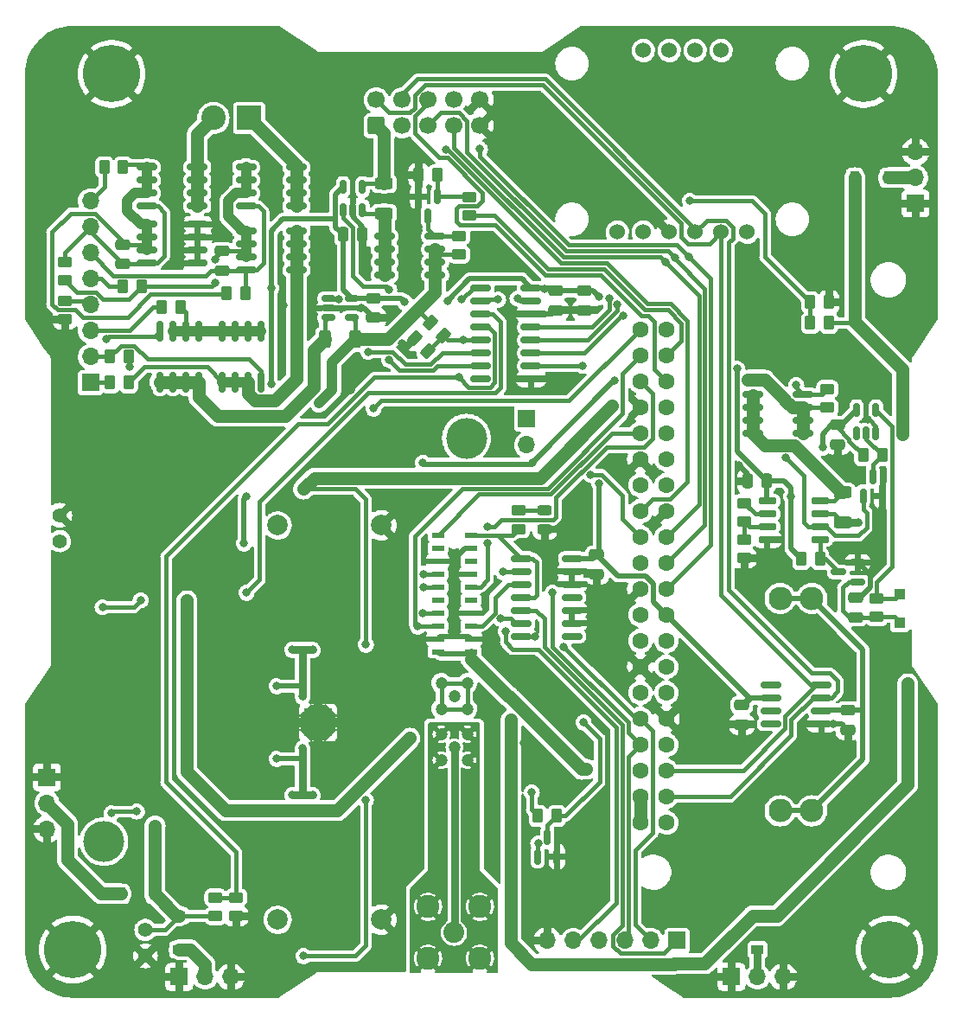
<source format=gbr>
%TF.GenerationSoftware,KiCad,Pcbnew,6.0.10*%
%TF.CreationDate,2022-12-29T00:17:53-05:00*%
%TF.ProjectId,piridium-bus,70697269-6469-4756-9d2d-6275732e6b69,rev?*%
%TF.SameCoordinates,Original*%
%TF.FileFunction,Copper,L1,Top*%
%TF.FilePolarity,Positive*%
%FSLAX46Y46*%
G04 Gerber Fmt 4.6, Leading zero omitted, Abs format (unit mm)*
G04 Created by KiCad (PCBNEW 6.0.10) date 2022-12-29 00:17:53*
%MOMM*%
%LPD*%
G01*
G04 APERTURE LIST*
G04 Aperture macros list*
%AMRoundRect*
0 Rectangle with rounded corners*
0 $1 Rounding radius*
0 $2 $3 $4 $5 $6 $7 $8 $9 X,Y pos of 4 corners*
0 Add a 4 corners polygon primitive as box body*
4,1,4,$2,$3,$4,$5,$6,$7,$8,$9,$2,$3,0*
0 Add four circle primitives for the rounded corners*
1,1,$1+$1,$2,$3*
1,1,$1+$1,$4,$5*
1,1,$1+$1,$6,$7*
1,1,$1+$1,$8,$9*
0 Add four rect primitives between the rounded corners*
20,1,$1+$1,$2,$3,$4,$5,0*
20,1,$1+$1,$4,$5,$6,$7,0*
20,1,$1+$1,$6,$7,$8,$9,0*
20,1,$1+$1,$8,$9,$2,$3,0*%
G04 Aperture macros list end*
%TA.AperFunction,ComponentPad*%
%ADD10C,5.600000*%
%TD*%
%TA.AperFunction,ComponentPad*%
%ADD11C,1.524000*%
%TD*%
%TA.AperFunction,ComponentPad*%
%ADD12R,1.700000X1.700000*%
%TD*%
%TA.AperFunction,ComponentPad*%
%ADD13O,1.700000X1.700000*%
%TD*%
%TA.AperFunction,SMDPad,CuDef*%
%ADD14RoundRect,0.250000X-0.262500X-0.450000X0.262500X-0.450000X0.262500X0.450000X-0.262500X0.450000X0*%
%TD*%
%TA.AperFunction,SMDPad,CuDef*%
%ADD15RoundRect,0.250000X0.250000X0.475000X-0.250000X0.475000X-0.250000X-0.475000X0.250000X-0.475000X0*%
%TD*%
%TA.AperFunction,SMDPad,CuDef*%
%ADD16RoundRect,0.250000X0.450000X-0.262500X0.450000X0.262500X-0.450000X0.262500X-0.450000X-0.262500X0*%
%TD*%
%TA.AperFunction,SMDPad,CuDef*%
%ADD17RoundRect,0.250000X0.262500X0.450000X-0.262500X0.450000X-0.262500X-0.450000X0.262500X-0.450000X0*%
%TD*%
%TA.AperFunction,SMDPad,CuDef*%
%ADD18RoundRect,0.150000X-0.825000X-0.150000X0.825000X-0.150000X0.825000X0.150000X-0.825000X0.150000X0*%
%TD*%
%TA.AperFunction,SMDPad,CuDef*%
%ADD19RoundRect,0.150000X-0.725000X-0.150000X0.725000X-0.150000X0.725000X0.150000X-0.725000X0.150000X0*%
%TD*%
%TA.AperFunction,SMDPad,CuDef*%
%ADD20RoundRect,0.250000X-0.450000X0.262500X-0.450000X-0.262500X0.450000X-0.262500X0.450000X0.262500X0*%
%TD*%
%TA.AperFunction,SMDPad,CuDef*%
%ADD21RoundRect,0.243750X0.456250X-0.243750X0.456250X0.243750X-0.456250X0.243750X-0.456250X-0.243750X0*%
%TD*%
%TA.AperFunction,SMDPad,CuDef*%
%ADD22RoundRect,0.250000X0.475000X-0.250000X0.475000X0.250000X-0.475000X0.250000X-0.475000X-0.250000X0*%
%TD*%
%TA.AperFunction,ComponentPad*%
%ADD23RoundRect,0.250000X0.600000X-0.600000X0.600000X0.600000X-0.600000X0.600000X-0.600000X-0.600000X0*%
%TD*%
%TA.AperFunction,ComponentPad*%
%ADD24C,1.700000*%
%TD*%
%TA.AperFunction,SMDPad,CuDef*%
%ADD25RoundRect,0.250000X0.625000X-0.312500X0.625000X0.312500X-0.625000X0.312500X-0.625000X-0.312500X0*%
%TD*%
%TA.AperFunction,SMDPad,CuDef*%
%ADD26R,1.200000X0.900000*%
%TD*%
%TA.AperFunction,SMDPad,CuDef*%
%ADD27RoundRect,0.250000X-0.475000X0.250000X-0.475000X-0.250000X0.475000X-0.250000X0.475000X0.250000X0*%
%TD*%
%TA.AperFunction,SMDPad,CuDef*%
%ADD28RoundRect,0.150000X0.825000X0.150000X-0.825000X0.150000X-0.825000X-0.150000X0.825000X-0.150000X0*%
%TD*%
%TA.AperFunction,SMDPad,CuDef*%
%ADD29RoundRect,0.150000X0.150000X-0.512500X0.150000X0.512500X-0.150000X0.512500X-0.150000X-0.512500X0*%
%TD*%
%TA.AperFunction,SMDPad,CuDef*%
%ADD30R,0.900000X1.200000*%
%TD*%
%TA.AperFunction,ComponentPad*%
%ADD31C,1.600000*%
%TD*%
%TA.AperFunction,ComponentPad*%
%ADD32R,2.400000X2.400000*%
%TD*%
%TA.AperFunction,ComponentPad*%
%ADD33C,2.400000*%
%TD*%
%TA.AperFunction,SMDPad,CuDef*%
%ADD34RoundRect,0.150000X-0.150000X0.587500X-0.150000X-0.587500X0.150000X-0.587500X0.150000X0.587500X0*%
%TD*%
%TA.AperFunction,SMDPad,CuDef*%
%ADD35RoundRect,0.150000X0.150000X-0.825000X0.150000X0.825000X-0.150000X0.825000X-0.150000X-0.825000X0*%
%TD*%
%TA.AperFunction,SMDPad,CuDef*%
%ADD36RoundRect,0.250000X-0.503814X-0.132583X-0.132583X-0.503814X0.503814X0.132583X0.132583X0.503814X0*%
%TD*%
%TA.AperFunction,SMDPad,CuDef*%
%ADD37RoundRect,0.150000X0.150000X-0.587500X0.150000X0.587500X-0.150000X0.587500X-0.150000X-0.587500X0*%
%TD*%
%TA.AperFunction,ComponentPad*%
%ADD38C,2.050000*%
%TD*%
%TA.AperFunction,ComponentPad*%
%ADD39C,2.250000*%
%TD*%
%TA.AperFunction,SMDPad,CuDef*%
%ADD40RoundRect,0.150000X-0.512500X-0.150000X0.512500X-0.150000X0.512500X0.150000X-0.512500X0.150000X0*%
%TD*%
%TA.AperFunction,SMDPad,CuDef*%
%ADD41RoundRect,0.250000X0.312500X0.625000X-0.312500X0.625000X-0.312500X-0.625000X0.312500X-0.625000X0*%
%TD*%
%TA.AperFunction,SMDPad,CuDef*%
%ADD42RoundRect,0.250000X-0.250000X-0.475000X0.250000X-0.475000X0.250000X0.475000X-0.250000X0.475000X0*%
%TD*%
%TA.AperFunction,SMDPad,CuDef*%
%ADD43RoundRect,0.150000X0.587500X0.150000X-0.587500X0.150000X-0.587500X-0.150000X0.587500X-0.150000X0*%
%TD*%
%TA.AperFunction,SMDPad,CuDef*%
%ADD44RoundRect,0.250000X0.503814X0.132583X0.132583X0.503814X-0.503814X-0.132583X-0.132583X-0.503814X0*%
%TD*%
%TA.AperFunction,SMDPad,CuDef*%
%ADD45RoundRect,0.150000X-0.150000X0.825000X-0.150000X-0.825000X0.150000X-0.825000X0.150000X0.825000X0*%
%TD*%
%TA.AperFunction,SMDPad,CuDef*%
%ADD46R,1.100000X1.100000*%
%TD*%
%TA.AperFunction,SMDPad,CuDef*%
%ADD47R,1.270000X0.508000*%
%TD*%
%TA.AperFunction,ComponentPad*%
%ADD48C,1.198880*%
%TD*%
%TA.AperFunction,ComponentPad*%
%ADD49C,4.000500*%
%TD*%
%TA.AperFunction,SMDPad,CuDef*%
%ADD50RoundRect,0.250000X-0.625000X0.312500X-0.625000X-0.312500X0.625000X-0.312500X0.625000X0.312500X0*%
%TD*%
%TA.AperFunction,ComponentPad*%
%ADD51C,0.500000*%
%TD*%
%TA.AperFunction,SMDPad,CuDef*%
%ADD52R,2.700000X2.700000*%
%TD*%
%TA.AperFunction,ComponentPad*%
%ADD53C,2.000000*%
%TD*%
%TA.AperFunction,ComponentPad*%
%ADD54C,2.300000*%
%TD*%
%TA.AperFunction,ComponentPad*%
%ADD55C,1.400000*%
%TD*%
%TA.AperFunction,ViaPad*%
%ADD56C,0.800000*%
%TD*%
%TA.AperFunction,ViaPad*%
%ADD57C,1.000000*%
%TD*%
%TA.AperFunction,ViaPad*%
%ADD58C,1.200000*%
%TD*%
%TA.AperFunction,Conductor*%
%ADD59C,0.508000*%
%TD*%
%TA.AperFunction,Conductor*%
%ADD60C,0.381000*%
%TD*%
%TA.AperFunction,Conductor*%
%ADD61C,1.270000*%
%TD*%
%TA.AperFunction,Conductor*%
%ADD62C,0.762000*%
%TD*%
%TA.AperFunction,Conductor*%
%ADD63C,1.016000*%
%TD*%
G04 APERTURE END LIST*
D10*
%TO.P,MH1,1,1*%
%TO.N,GND*%
X110490000Y-55880000D03*
%TD*%
%TO.P,MH2,1,1*%
%TO.N,GND*%
X184150000Y-55880000D03*
%TD*%
%TO.P,MH3,1,1*%
%TO.N,GND*%
X186690000Y-141610000D03*
%TD*%
%TO.P,MH4,1,1*%
%TO.N,GND*%
X106680000Y-141610000D03*
%TD*%
D11*
%TO.P,A2,1,VIN*%
%TO.N,+3.3V*%
X160020000Y-71374000D03*
%TO.P,A2,2,3V3OUT*%
%TO.N,unconnected-(A2-Pad2)*%
X162560000Y-71374000D03*
%TO.P,A2,3,GND*%
%TO.N,GND*%
X165100000Y-71374000D03*
%TO.P,A2,4,SDA*%
%TO.N,I2C_SDA*%
X167640000Y-71374000D03*
%TO.P,A2,5,SCL*%
%TO.N,I2C_SCL*%
X170180000Y-71374000D03*
%TO.P,A2,6,RST*%
%TO.N,unconnected-(A2-Pad6)*%
X172720000Y-71374000D03*
%TO.P,A2,7,ADR*%
%TO.N,unconnected-(A2-Pad7)*%
X170180000Y-53594000D03*
%TO.P,A2,8,INT*%
%TO.N,unconnected-(A2-Pad8)*%
X167640000Y-53594000D03*
%TO.P,A2,9,PS1*%
%TO.N,unconnected-(A2-Pad9)*%
X165100000Y-53594000D03*
%TO.P,A2,10,PS0*%
%TO.N,unconnected-(A2-Pad10)*%
X162560000Y-53594000D03*
%TD*%
D12*
%TO.P,J7,1,Pin_1*%
%TO.N,GND*%
X189230000Y-68565000D03*
D13*
%TO.P,J7,2,Pin_2*%
%TO.N,Net-(D3-Pad2)*%
X189230000Y-66025000D03*
%TO.P,J7,3,Pin_3*%
%TO.N,GND*%
X189230000Y-63485000D03*
%TD*%
D14*
%TO.P,R45,1*%
%TO.N,+3.3VA*%
X178054000Y-103378000D03*
%TO.P,R45,2*%
%TO.N,Net-(Q11-Pad3)*%
X179879000Y-103378000D03*
%TD*%
D15*
%TO.P,C33,1*%
%TO.N,+3.3VA*%
X174686000Y-95758000D03*
%TO.P,C33,2*%
%TO.N,GND*%
X172786000Y-95758000D03*
%TD*%
D12*
%TO.P,J9,1,Pin_1*%
%TO.N,GND*%
X117109000Y-144272000D03*
D13*
%TO.P,J9,2,Pin_2*%
%TO.N,Net-(D7-Pad2)*%
X119649000Y-144272000D03*
%TO.P,J9,3,Pin_3*%
%TO.N,GND*%
X122189000Y-144272000D03*
%TD*%
D16*
%TO.P,R24,1*%
%TO.N,+BATT*%
X144526000Y-73556500D03*
%TO.P,R24,2*%
%TO.N,Net-(Q7-Pad3)*%
X144526000Y-71731500D03*
%TD*%
D17*
%TO.P,R23,1*%
%TO.N,Net-(Q7-Pad1)*%
X142390500Y-65786000D03*
%TO.P,R23,2*%
%TO.N,GND*%
X140565500Y-65786000D03*
%TD*%
D18*
%TO.P,U8,1,CH0*%
%TO.N,/I_OUT_A*%
X146623000Y-76835000D03*
%TO.P,U8,2,CH1*%
%TO.N,/V_IN_A*%
X146623000Y-78105000D03*
%TO.P,U8,3,CH2*%
%TO.N,/I_OUT_B*%
X146623000Y-79375000D03*
%TO.P,U8,4,CH3*%
%TO.N,/V_IN_B*%
X146623000Y-80645000D03*
%TO.P,U8,5,CH4*%
%TO.N,TELEM_VBATV*%
X146623000Y-81915000D03*
%TO.P,U8,6,CH5*%
%TO.N,TELEM_IBAT*%
X146623000Y-83185000D03*
%TO.P,U8,7,CH6*%
%TO.N,TELEM_IPAYLOAD*%
X146623000Y-84455000D03*
%TO.P,U8,8,CH7*%
%TO.N,unconnected-(U8-Pad8)*%
X146623000Y-85725000D03*
%TO.P,U8,9,DGND*%
%TO.N,GND*%
X151573000Y-85725000D03*
%TO.P,U8,10,~{CS}/SHDN*%
%TO.N,ADC_CS*%
X151573000Y-84455000D03*
%TO.P,U8,11,Din*%
%TO.N,SPI_MOSI*%
X151573000Y-83185000D03*
%TO.P,U8,12,Dout*%
%TO.N,SPI_MISO*%
X151573000Y-81915000D03*
%TO.P,U8,13,CLK*%
%TO.N,SPI_SCK*%
X151573000Y-80645000D03*
%TO.P,U8,14,AGND*%
%TO.N,GND*%
X151573000Y-79375000D03*
%TO.P,U8,15,Vref*%
%TO.N,Net-(U7-Pad2)*%
X151573000Y-78105000D03*
%TO.P,U8,16,Vdd*%
%TO.N,+3.3V*%
X151573000Y-76835000D03*
%TD*%
D12*
%TO.P,J8,1,Pin_1*%
%TO.N,GND*%
X104140000Y-124729000D03*
D13*
%TO.P,J8,2,Pin_2*%
%TO.N,Net-(D6-Pad2)*%
X104140000Y-127269000D03*
%TO.P,J8,3,Pin_3*%
%TO.N,GND*%
X104140000Y-129809000D03*
%TD*%
D19*
%TO.P,U15,1,Vcc*%
%TO.N,+3.3VA*%
X174717000Y-97663000D03*
%TO.P,U15,2,OUT*%
%TO.N,/5V LCL/OUT*%
X174717000Y-98933000D03*
%TO.P,U15,3,CIN1*%
%TO.N,/5V LCL/CIN1*%
X174717000Y-100203000D03*
%TO.P,U15,4,GND*%
%TO.N,GND*%
X174717000Y-101473000D03*
%TO.P,U15,5,~{RESET}*%
%TO.N,Net-(Q11-Pad3)*%
X179867000Y-101473000D03*
%TO.P,U15,6,COUT1*%
%TO.N,Net-(Q10-Pad4)*%
X179867000Y-100203000D03*
%TO.P,U15,7,RS-*%
%TO.N,+5V*%
X179867000Y-98933000D03*
%TO.P,U15,8,RS+*%
%TO.N,Net-(Q10-Pad5)*%
X179867000Y-97663000D03*
%TD*%
D18*
%TO.P,Q3,1,S*%
%TO.N,Net-(C3-Pad1)*%
X123641000Y-71247000D03*
%TO.P,Q3,2,S*%
X123641000Y-72517000D03*
%TO.P,Q3,3,S*%
X123641000Y-73787000D03*
%TO.P,Q3,4,G*%
%TO.N,/A1L*%
X123641000Y-75057000D03*
%TO.P,Q3,5,D*%
%TO.N,/CHARGE_OUT*%
X128591000Y-75057000D03*
%TO.P,Q3,6,D*%
X128591000Y-73787000D03*
%TO.P,Q3,7,D*%
X128591000Y-72517000D03*
%TO.P,Q3,8,D*%
X128591000Y-71247000D03*
%TD*%
D20*
%TO.P,R44,1*%
%TO.N,Net-(D10-Pad1)*%
X185420000Y-107225500D03*
%TO.P,R44,2*%
%TO.N,Net-(C34-Pad1)*%
X185420000Y-109050500D03*
%TD*%
D21*
%TO.P,D1,1,K*%
%TO.N,GND*%
X152908000Y-100451000D03*
%TO.P,D1,2,A*%
%TO.N,Net-(D1-Pad2)*%
X152908000Y-98576000D03*
%TD*%
D22*
%TO.P,C18,1*%
%TO.N,GND*%
X172212000Y-119568000D03*
%TO.P,C18,2*%
%TO.N,+3.3V*%
X172212000Y-117668000D03*
%TD*%
D23*
%TO.P,J5,1,Pin_1*%
%TO.N,/PAYLOAD_PWR*%
X136398000Y-60960000D03*
D24*
%TO.P,J5,2,Pin_2*%
%TO.N,I2C_SCL*%
X136398000Y-58420000D03*
%TO.P,J5,3,Pin_3*%
%TO.N,SPI_MOSI*%
X138938000Y-60960000D03*
%TO.P,J5,4,Pin_4*%
%TO.N,I2C_SDA*%
X138938000Y-58420000D03*
%TO.P,J5,5,Pin_5*%
%TO.N,SPI_MISO*%
X141478000Y-60960000D03*
%TO.P,J5,6,Pin_6*%
%TO.N,GPIO19*%
X141478000Y-58420000D03*
%TO.P,J5,7,Pin_7*%
%TO.N,SPI_SCK*%
X144018000Y-60960000D03*
%TO.P,J5,8,Pin_8*%
%TO.N,SPI_CE1*%
X144018000Y-58420000D03*
%TO.P,J5,9,Pin_9*%
%TO.N,GND*%
X146558000Y-60960000D03*
%TO.P,J5,10,Pin_10*%
X146558000Y-58420000D03*
%TD*%
D25*
%TO.P,R46,1*%
%TO.N,+5V*%
X182118000Y-99760500D03*
%TO.P,R46,2*%
%TO.N,Net-(Q10-Pad5)*%
X182118000Y-96835500D03*
%TD*%
D26*
%TO.P,D7,1,K*%
%TO.N,Net-(C28-Pad1)*%
X117094000Y-138304000D03*
%TO.P,D7,2,A*%
%TO.N,Net-(D7-Pad2)*%
X117094000Y-141604000D03*
%TD*%
D20*
%TO.P,R8,1*%
%TO.N,/5V LCL/CIN1*%
X172466000Y-101449500D03*
%TO.P,R8,2*%
%TO.N,GND*%
X172466000Y-103274500D03*
%TD*%
D18*
%TO.P,Q2,1,S*%
%TO.N,Net-(C4-Pad2)*%
X113927000Y-65009000D03*
%TO.P,Q2,2,S*%
X113927000Y-66279000D03*
%TO.P,Q2,3,S*%
X113927000Y-67549000D03*
%TO.P,Q2,4,G*%
%TO.N,/A2H*%
X113927000Y-68819000D03*
%TO.P,Q2,5,D*%
%TO.N,Net-(J1-Pad2)*%
X118877000Y-68819000D03*
%TO.P,Q2,6,D*%
X118877000Y-67549000D03*
%TO.P,Q2,7,D*%
X118877000Y-66279000D03*
%TO.P,Q2,8,D*%
X118877000Y-65009000D03*
%TD*%
D27*
%TO.P,C19,1*%
%TO.N,+3.3V*%
X154024000Y-77126000D03*
%TO.P,C19,2*%
%TO.N,GND*%
X154024000Y-79026000D03*
%TD*%
D22*
%TO.P,C34,1*%
%TO.N,Net-(C34-Pad1)*%
X183388000Y-109088000D03*
%TO.P,C34,2*%
%TO.N,GND*%
X183388000Y-107188000D03*
%TD*%
D28*
%TO.P,Q8,1,S*%
%TO.N,+BATT*%
X142175000Y-75565000D03*
%TO.P,Q8,2,S*%
X142175000Y-74295000D03*
%TO.P,Q8,3,S*%
X142175000Y-73025000D03*
%TO.P,Q8,4,G*%
%TO.N,Net-(Q7-Pad3)*%
X142175000Y-71755000D03*
%TO.P,Q8,5,D*%
%TO.N,Net-(Q8-Pad5)*%
X137225000Y-71755000D03*
%TO.P,Q8,6,D*%
X137225000Y-73025000D03*
%TO.P,Q8,7,D*%
X137225000Y-74295000D03*
%TO.P,Q8,8,D*%
X137225000Y-75565000D03*
%TD*%
D17*
%TO.P,R6,1*%
%TO.N,Net-(C3-Pad1)*%
X113434500Y-76708000D03*
%TO.P,R6,2*%
%TO.N,/A1H*%
X111609500Y-76708000D03*
%TD*%
D29*
%TO.P,U14,1,NC*%
%TO.N,unconnected-(U14-Pad1)*%
X183454000Y-91053500D03*
%TO.P,U14,2*%
%TO.N,Net-(Q9-Pad3)*%
X184404000Y-91053500D03*
%TO.P,U14,3,GND*%
%TO.N,GND*%
X185354000Y-91053500D03*
%TO.P,U14,4*%
%TO.N,Net-(D10-Pad1)*%
X185354000Y-88778500D03*
%TO.P,U14,5,VCC*%
%TO.N,+3.3VA*%
X183454000Y-88778500D03*
%TD*%
D30*
%TO.P,D6,1,K*%
%TO.N,Net-(C28-Pad1)*%
X114680000Y-136144000D03*
%TO.P,D6,2,A*%
%TO.N,Net-(D6-Pad2)*%
X111380000Y-136144000D03*
%TD*%
D14*
%TO.P,R42,1*%
%TO.N,+3.3VA*%
X184126500Y-93218000D03*
%TO.P,R42,2*%
%TO.N,Net-(Q9-Pad3)*%
X185951500Y-93218000D03*
%TD*%
D12*
%TO.P,JP1,1,A*%
%TO.N,Net-(JP1-Pad1)*%
X151130000Y-89662000D03*
D13*
%TO.P,JP1,2,B*%
%TO.N,/EN*%
X151130000Y-92202000D03*
%TD*%
D31*
%TO.P,A1,1,3V3*%
%TO.N,+3.3V*%
X164823000Y-129159000D03*
%TO.P,A1,2,5V*%
%TO.N,+5V*%
X162283000Y-129159000D03*
%TO.P,A1,3,2(SDA1)*%
%TO.N,I2C_SDA*%
X164823000Y-126619000D03*
%TO.P,A1,4,5V*%
%TO.N,+5V*%
X162283000Y-126619000D03*
%TO.P,A1,5,3(SCL1)*%
%TO.N,I2C_SCL*%
X164823000Y-124079000D03*
%TO.P,A1,6,GND*%
%TO.N,GND*%
X162283000Y-124079000D03*
%TO.P,A1,7,4(CLK0)*%
%TO.N,unconnected-(A1-Pad7)*%
X164823000Y-121539000D03*
%TO.P,A1,8,14(TxD)*%
%TO.N,UART_TX*%
X162283000Y-121539000D03*
%TO.P,A1,9,GND*%
%TO.N,GND*%
X164823000Y-118999000D03*
%TO.P,A1,10,15(RxD)*%
%TO.N,UART_RX*%
X162283000Y-118999000D03*
%TO.P,A1,11,17*%
%TO.N,unconnected-(A1-Pad11)*%
X164823000Y-116459000D03*
%TO.P,A1,12,18(PWM0)*%
%TO.N,unconnected-(A1-Pad12)*%
X162283000Y-116459000D03*
%TO.P,A1,13,27*%
%TO.N,unconnected-(A1-Pad13)*%
X164823000Y-113919000D03*
%TO.P,A1,14,GND*%
%TO.N,GND*%
X162283000Y-113919000D03*
%TO.P,A1,15,22*%
%TO.N,unconnected-(A1-Pad15)*%
X164823000Y-111379000D03*
%TO.P,A1,16,23*%
%TO.N,unconnected-(A1-Pad16)*%
X162283000Y-111379000D03*
%TO.P,A1,17,3V3*%
%TO.N,+3.3V*%
X164823000Y-108839000D03*
%TO.P,A1,18,24*%
%TO.N,unconnected-(A1-Pad18)*%
X162283000Y-108839000D03*
%TO.P,A1,19,10(MOSI)*%
%TO.N,SPI_MOSI*%
X164823000Y-106299000D03*
%TO.P,A1,20,GND*%
%TO.N,GND*%
X162283000Y-106299000D03*
%TO.P,A1,21,9(MISO)*%
%TO.N,SPI_MISO*%
X164823000Y-103759000D03*
%TO.P,A1,22,25*%
%TO.N,unconnected-(A1-Pad22)*%
X162283000Y-103759000D03*
%TO.P,A1,23,11(SCK)*%
%TO.N,SPI_SCK*%
X164823000Y-101219000D03*
%TO.P,A1,24,8(CE0)*%
%TO.N,ADC_CS*%
X162283000Y-101219000D03*
%TO.P,A1,25,GND*%
%TO.N,GND*%
X164823000Y-98679000D03*
%TO.P,A1,26,7(CE1)*%
%TO.N,SPI_CE1*%
X162283000Y-98679000D03*
%TO.P,A1,27,0(SDA0)*%
%TO.N,unconnected-(A1-Pad27)*%
X164823000Y-96139000D03*
%TO.P,A1,28,1(SCL0)*%
%TO.N,unconnected-(A1-Pad28)*%
X162283000Y-96139000D03*
%TO.P,A1,29,5(CLK1)*%
%TO.N,unconnected-(A1-Pad29)*%
X164823000Y-93599000D03*
%TO.P,A1,30,GND*%
%TO.N,GND*%
X162283000Y-93599000D03*
%TO.P,A1,31,6(CLK2)*%
%TO.N,unconnected-(A1-Pad31)*%
X164823000Y-91059000D03*
%TO.P,A1,32,12(PWM0)*%
%TO.N,S_NET_AVAIL*%
X162283000Y-91059000D03*
%TO.P,A1,33,13(PWM1)*%
%TO.N,unconnected-(A1-Pad33)*%
X164823000Y-88519000D03*
%TO.P,A1,34,GND*%
%TO.N,GND*%
X162283000Y-88519000D03*
%TO.P,A1,35,19(PWM1)*%
%TO.N,GPIO19*%
X164823000Y-85979000D03*
%TO.P,A1,36,16*%
%TO.N,S_RING_INDICATOR*%
X162283000Y-85979000D03*
%TO.P,A1,37,26*%
%TO.N,S_PAYLOAD_PWR*%
X164823000Y-83439000D03*
%TO.P,A1,38,20*%
%TO.N,S_MODEM_ON_OFF*%
X162283000Y-83439000D03*
%TO.P,A1,39,GND*%
%TO.N,GND*%
X164823000Y-80899000D03*
%TO.P,A1,40,21*%
%TO.N,S_HANDSHAKE*%
X162283000Y-80899000D03*
%TD*%
D16*
%TO.P,R35,1*%
%TO.N,Net-(C28-Pad1)*%
X120650000Y-138326500D03*
%TO.P,R35,2*%
%TO.N,/V_IN_B*%
X120650000Y-136501500D03*
%TD*%
D32*
%TO.P,J1,1,Pin_1*%
%TO.N,Net-(J1-Pad1)*%
X123952000Y-60198000D03*
D33*
%TO.P,J1,2,Pin_2*%
%TO.N,Net-(J1-Pad2)*%
X120452000Y-60198000D03*
%TD*%
D34*
%TO.P,Q7,1,G*%
%TO.N,Net-(Q7-Pad1)*%
X142428000Y-67896500D03*
%TO.P,Q7,2,S*%
%TO.N,GND*%
X140528000Y-67896500D03*
%TO.P,Q7,3,D*%
%TO.N,Net-(Q7-Pad3)*%
X141478000Y-69771500D03*
%TD*%
D20*
%TO.P,R7,1*%
%TO.N,/5V LCL/OUT*%
X172466000Y-97893500D03*
%TO.P,R7,2*%
%TO.N,/5V LCL/CIN1*%
X172466000Y-99718500D03*
%TD*%
D17*
%TO.P,R13,1*%
%TO.N,Net-(Q5-Pad5)*%
X117244500Y-78740000D03*
%TO.P,R13,2*%
%TO.N,/B2H*%
X115419500Y-78740000D03*
%TD*%
D27*
%TO.P,C15,1*%
%TO.N,Net-(BT1-Pad1)*%
X182626000Y-118176000D03*
%TO.P,C15,2*%
%TO.N,GND*%
X182626000Y-120076000D03*
%TD*%
D35*
%TO.P,Q5,1,S*%
%TO.N,/CHARGE_OUT*%
X121285000Y-86041000D03*
%TO.P,Q5,2,S*%
X122555000Y-86041000D03*
%TO.P,Q5,3,S*%
X123825000Y-86041000D03*
%TO.P,Q5,4,G*%
%TO.N,/B1L*%
X125095000Y-86041000D03*
%TO.P,Q5,5,D*%
%TO.N,Net-(Q5-Pad5)*%
X125095000Y-81091000D03*
%TO.P,Q5,6,D*%
X123825000Y-81091000D03*
%TO.P,Q5,7,D*%
X122555000Y-81091000D03*
%TO.P,Q5,8,D*%
X121285000Y-81091000D03*
%TD*%
D36*
%TO.P,R20,1*%
%TO.N,+BATT*%
X141711530Y-80243530D03*
%TO.P,R20,2*%
%TO.N,TELEM_VBATV*%
X143002000Y-81534000D03*
%TD*%
D14*
%TO.P,R29,1*%
%TO.N,/V_IN_A*%
X178919500Y-78232000D03*
%TO.P,R29,2*%
%TO.N,GND*%
X180744500Y-78232000D03*
%TD*%
D16*
%TO.P,R27,1*%
%TO.N,/SUP_OUT*%
X150368000Y-100426000D03*
%TO.P,R27,2*%
%TO.N,Net-(D1-Pad2)*%
X150368000Y-98601000D03*
%TD*%
D14*
%TO.P,R12,1*%
%TO.N,/B1L*%
X110339500Y-83566000D03*
%TO.P,R12,2*%
%TO.N,GND*%
X112164500Y-83566000D03*
%TD*%
D18*
%TO.P,Q4,1,S*%
%TO.N,Net-(C4-Pad2)*%
X113927000Y-70597000D03*
%TO.P,Q4,2,S*%
X113927000Y-71867000D03*
%TO.P,Q4,3,S*%
X113927000Y-73137000D03*
%TO.P,Q4,4,G*%
%TO.N,/A2H*%
X113927000Y-74407000D03*
%TO.P,Q4,5,D*%
%TO.N,GND*%
X118877000Y-74407000D03*
%TO.P,Q4,6,D*%
X118877000Y-73137000D03*
%TO.P,Q4,7,D*%
X118877000Y-71867000D03*
%TO.P,Q4,8,D*%
X118877000Y-70597000D03*
%TD*%
D37*
%TO.P,Q9,1,G*%
%TO.N,Net-(Q10-Pad4)*%
X184089000Y-97203500D03*
%TO.P,Q9,2,S*%
%TO.N,GND*%
X185989000Y-97203500D03*
%TO.P,Q9,3,D*%
%TO.N,Net-(Q9-Pad3)*%
X185039000Y-95328500D03*
%TD*%
D38*
%TO.P,J4,1,In*%
%TO.N,Net-(A3-Pad21)*%
X144018000Y-139954000D03*
D39*
%TO.P,J4,2,Ext*%
%TO.N,GNDS*%
X146558000Y-137414000D03*
X141478000Y-142494000D03*
X146558000Y-142494000D03*
X141478000Y-137414000D03*
%TD*%
D14*
%TO.P,R3,1*%
%TO.N,/A2L*%
X109774500Y-65009000D03*
%TO.P,R3,2*%
%TO.N,Net-(C4-Pad2)*%
X111599500Y-65009000D03*
%TD*%
D40*
%TO.P,U4,1*%
%TO.N,TELEM_IBAT*%
X131704500Y-77856000D03*
%TO.P,U4,2,GND*%
%TO.N,GND*%
X131704500Y-78806000D03*
%TO.P,U4,3,+*%
%TO.N,Net-(Q6-Pad5)*%
X131704500Y-79756000D03*
%TO.P,U4,4,-*%
%TO.N,+BATT*%
X133979500Y-79756000D03*
%TO.P,U4,5,V+*%
%TO.N,+3.3V*%
X133979500Y-77856000D03*
%TD*%
D14*
%TO.P,R47,1*%
%TO.N,+3.3VA*%
X152249500Y-128524000D03*
%TO.P,R47,2*%
%TO.N,Net-(Q12-Pad3)*%
X154074500Y-128524000D03*
%TD*%
D20*
%TO.P,R22,1*%
%TO.N,Net-(Q7-Pad1)*%
X145542000Y-67921500D03*
%TO.P,R22,2*%
%TO.N,S_PAYLOAD_PWR*%
X145542000Y-69746500D03*
%TD*%
D12*
%TO.P,J3,1,Pin_1*%
%TO.N,UART_RTS*%
X165862000Y-140716000D03*
D13*
%TO.P,J3,2,Pin_2*%
%TO.N,UART_RX*%
X163322000Y-140716000D03*
%TO.P,J3,3,Pin_3*%
%TO.N,UART_TX*%
X160782000Y-140716000D03*
%TO.P,J3,4,Pin_4*%
%TO.N,unconnected-(J3-Pad4)*%
X158242000Y-140716000D03*
%TO.P,J3,5,Pin_5*%
%TO.N,UART_CTS*%
X155702000Y-140716000D03*
%TO.P,J3,6,Pin_6*%
%TO.N,GND*%
X153162000Y-140716000D03*
%TD*%
D26*
%TO.P,D2,1,K*%
%TO.N,Net-(C23-Pad1)*%
X173751000Y-138304000D03*
%TO.P,D2,2,A*%
%TO.N,Net-(D2-Pad2)*%
X173751000Y-141604000D03*
%TD*%
D20*
%TO.P,R14,1*%
%TO.N,/B2L*%
X105918000Y-78081500D03*
%TO.P,R14,2*%
%TO.N,GND*%
X105918000Y-79906500D03*
%TD*%
D28*
%TO.P,Q10,1,S*%
%TO.N,/5V LCL/POWER_IN*%
X178243000Y-91059000D03*
%TO.P,Q10,2,S*%
X178243000Y-89789000D03*
%TO.P,Q10,3,S*%
X178243000Y-88519000D03*
%TO.P,Q10,4,G*%
%TO.N,Net-(Q10-Pad4)*%
X178243000Y-87249000D03*
%TO.P,Q10,5,D*%
%TO.N,Net-(Q10-Pad5)*%
X173293000Y-87249000D03*
%TO.P,Q10,6,D*%
X173293000Y-88519000D03*
%TO.P,Q10,7,D*%
X173293000Y-89789000D03*
%TO.P,Q10,8,D*%
X173293000Y-91059000D03*
%TD*%
D18*
%TO.P,Q1,1,S*%
%TO.N,Net-(C3-Pad1)*%
X123641000Y-65009000D03*
%TO.P,Q1,2,S*%
X123641000Y-66279000D03*
%TO.P,Q1,3,S*%
X123641000Y-67549000D03*
%TO.P,Q1,4,G*%
%TO.N,/A1L*%
X123641000Y-68819000D03*
%TO.P,Q1,5,D*%
%TO.N,Net-(J1-Pad1)*%
X128591000Y-68819000D03*
%TO.P,Q1,6,D*%
X128591000Y-67549000D03*
%TO.P,Q1,7,D*%
X128591000Y-66279000D03*
%TO.P,Q1,8,D*%
X128591000Y-65009000D03*
%TD*%
D41*
%TO.P,R17,1*%
%TO.N,+BATT*%
X134304500Y-81854000D03*
%TO.P,R17,2*%
%TO.N,Net-(Q6-Pad5)*%
X131379500Y-81854000D03*
%TD*%
D42*
%TO.P,C20,1*%
%TO.N,+3.3V*%
X133162000Y-71628000D03*
%TO.P,C20,2*%
%TO.N,GND*%
X135062000Y-71628000D03*
%TD*%
D17*
%TO.P,R1,1*%
%TO.N,/A1L*%
X123594500Y-77358000D03*
%TO.P,R1,2*%
%TO.N,Net-(C4-Pad2)*%
X121769500Y-77358000D03*
%TD*%
D18*
%TO.P,U5,1*%
%TO.N,/SUP_OUT*%
X150628040Y-103297260D03*
%TO.P,U5,2*%
%TO.N,UART_TX*%
X150628040Y-104567260D03*
%TO.P,U5,3*%
%TO.N,Net-(A3-Pad6)*%
X150628040Y-105837260D03*
%TO.P,U5,4*%
%TO.N,/SUP_OUT*%
X150628040Y-107107260D03*
%TO.P,U5,5*%
%TO.N,UART_RTS*%
X150628040Y-108377260D03*
%TO.P,U5,6*%
%TO.N,Net-(A3-Pad13)*%
X150628040Y-109647260D03*
%TO.P,U5,7,GND*%
%TO.N,GND*%
X150628040Y-110917260D03*
%TO.P,U5,8*%
%TO.N,unconnected-(U5-Pad8)*%
X155578040Y-110917260D03*
%TO.P,U5,9*%
%TO.N,GND*%
X155578040Y-109647260D03*
%TO.P,U5,10*%
X155578040Y-108377260D03*
%TO.P,U5,11*%
%TO.N,unconnected-(U5-Pad11)*%
X155578040Y-107107260D03*
%TO.P,U5,12*%
%TO.N,GND*%
X155578040Y-105837260D03*
%TO.P,U5,13*%
X155578040Y-104567260D03*
%TO.P,U5,14,VCC*%
%TO.N,+3.3V*%
X155578040Y-103297260D03*
%TD*%
D27*
%TO.P,C14,1*%
%TO.N,+3.3V*%
X136144000Y-77856000D03*
%TO.P,C14,2*%
%TO.N,GND*%
X136144000Y-79756000D03*
%TD*%
D20*
%TO.P,R36,1*%
%TO.N,/V_IN_B*%
X122682000Y-136501500D03*
%TO.P,R36,2*%
%TO.N,GND*%
X122682000Y-138326500D03*
%TD*%
D43*
%TO.P,Q11,1,G*%
%TO.N,Net-(C34-Pad1)*%
X183563500Y-105598000D03*
%TO.P,Q11,2,S*%
%TO.N,GND*%
X183563500Y-103698000D03*
%TO.P,Q11,3,D*%
%TO.N,Net-(Q11-Pad3)*%
X181688500Y-104648000D03*
%TD*%
D17*
%TO.P,R28,1*%
%TO.N,Net-(C23-Pad1)*%
X180744500Y-80264000D03*
%TO.P,R28,2*%
%TO.N,/V_IN_A*%
X178919500Y-80264000D03*
%TD*%
D16*
%TO.P,R9,1*%
%TO.N,Net-(C3-Pad1)*%
X105918000Y-76096500D03*
%TO.P,R9,2*%
%TO.N,/A2H*%
X105918000Y-74271500D03*
%TD*%
D44*
%TO.P,R21,1*%
%TO.N,TELEM_VBATV*%
X141478000Y-83058000D03*
%TO.P,R21,2*%
%TO.N,GND*%
X140187530Y-81767530D03*
%TD*%
D22*
%TO.P,C4,1*%
%TO.N,/A2H*%
X111576000Y-74468000D03*
%TO.P,C4,2*%
%TO.N,Net-(C4-Pad2)*%
X111576000Y-72568000D03*
%TD*%
D27*
%TO.P,C17,1*%
%TO.N,+3.3V*%
X157988000Y-102936000D03*
%TO.P,C17,2*%
%TO.N,GND*%
X157988000Y-104836000D03*
%TD*%
D37*
%TO.P,Q12,1,G*%
%TO.N,Net-(Q12-Pad1)*%
X152212000Y-132509500D03*
%TO.P,Q12,2,S*%
%TO.N,GND*%
X154112000Y-132509500D03*
%TO.P,Q12,3,D*%
%TO.N,Net-(Q12-Pad3)*%
X153162000Y-130634500D03*
%TD*%
D45*
%TO.P,Q6,1,S*%
%TO.N,Net-(Q5-Pad5)*%
X118999000Y-81091000D03*
%TO.P,Q6,2,S*%
X117729000Y-81091000D03*
%TO.P,Q6,3,S*%
X116459000Y-81091000D03*
%TO.P,Q6,4,G*%
%TO.N,/B2L*%
X115189000Y-81091000D03*
%TO.P,Q6,5,D*%
%TO.N,Net-(Q6-Pad5)*%
X115189000Y-86041000D03*
%TO.P,Q6,6,D*%
X116459000Y-86041000D03*
%TO.P,Q6,7,D*%
X117729000Y-86041000D03*
%TO.P,Q6,8,D*%
X118999000Y-86041000D03*
%TD*%
D27*
%TO.P,C32,1*%
%TO.N,+3.3VA*%
X181610000Y-90236000D03*
%TO.P,C32,2*%
%TO.N,GND*%
X181610000Y-92136000D03*
%TD*%
D30*
%TO.P,D3,1,K*%
%TO.N,Net-(C23-Pad1)*%
X183262000Y-66040000D03*
%TO.P,D3,2,A*%
%TO.N,Net-(D3-Pad2)*%
X186562000Y-66040000D03*
%TD*%
D16*
%TO.P,R43,1*%
%TO.N,/5V LCL/POWER_IN*%
X180594000Y-88542500D03*
%TO.P,R43,2*%
%TO.N,Net-(Q10-Pad4)*%
X180594000Y-86717500D03*
%TD*%
D46*
%TO.P,D10,1,K*%
%TO.N,Net-(D10-Pad1)*%
X187706000Y-106804000D03*
%TO.P,D10,2,A*%
%TO.N,Net-(C34-Pad1)*%
X187706000Y-109604000D03*
%TD*%
D29*
%TO.P,U9,1*%
%TO.N,TELEM_IPAYLOAD*%
X133162000Y-69209500D03*
%TO.P,U9,2,GND*%
%TO.N,GND*%
X134112000Y-69209500D03*
%TO.P,U9,3,+*%
%TO.N,Net-(Q8-Pad5)*%
X135062000Y-69209500D03*
%TO.P,U9,4,-*%
%TO.N,/PAYLOAD_PWR*%
X135062000Y-66934500D03*
%TO.P,U9,5,V+*%
%TO.N,+3.3V*%
X133162000Y-66934500D03*
%TD*%
D47*
%TO.P,A3,1,EXT_PWR*%
%TO.N,+5VP*%
X142435040Y-112441260D03*
%TO.P,A3,2,EXT_PWR*%
X145663380Y-112441260D03*
%TO.P,A3,3,EXT_GND*%
%TO.N,GND*%
X142435040Y-111171260D03*
%TO.P,A3,4,EXT_GND*%
X145663380Y-111171260D03*
%TO.P,A3,5,ON/OFF*%
%TO.N,S_MODEM_ON_OFF*%
X142435040Y-109901260D03*
%TO.P,A3,6,DF_S_TX*%
%TO.N,Net-(A3-Pad6)*%
X145663380Y-109901260D03*
%TO.P,A3,7,DF_S_RX*%
%TO.N,UART_RX*%
X142435040Y-108631260D03*
%TO.P,A3,8,SIG_GND*%
%TO.N,GND*%
X145663380Y-108631260D03*
%TO.P,A3,9,DF_DCD*%
%TO.N,unconnected-(A3-Pad9)*%
X142435040Y-107361260D03*
%TO.P,A3,10,DF_DSR*%
%TO.N,unconnected-(A3-Pad10)*%
X145663380Y-107361260D03*
%TO.P,A3,11,DF_CTS*%
%TO.N,UART_CTS*%
X142435040Y-106091260D03*
%TO.P,A3,12,DF_RI*%
%TO.N,S_RING_INDICATOR*%
X145663380Y-106091260D03*
%TO.P,A3,13,DF_RTS*%
%TO.N,Net-(A3-Pad13)*%
X142435040Y-104821260D03*
%TO.P,A3,14,DF_DTR*%
%TO.N,GND*%
X145663380Y-104821260D03*
%TO.P,A3,15,SIG_GND*%
X142435040Y-103551260D03*
%TO.P,A3,16,NC*%
%TO.N,unconnected-(A3-Pad16)*%
X145663380Y-103551260D03*
%TO.P,A3,17,NC*%
%TO.N,unconnected-(A3-Pad17)*%
X142435040Y-102281260D03*
%TO.P,A3,18,SIG_GND*%
%TO.N,GND*%
X145663380Y-102281260D03*
%TO.P,A3,19,NET_AVAIL*%
%TO.N,S_NET_AVAIL*%
X142435040Y-101011260D03*
%TO.P,A3,20,SUPPLY_OUT*%
%TO.N,/SUP_OUT*%
X145663380Y-101011260D03*
D48*
%TO.P,A3,21,RF_ANT*%
%TO.N,Net-(A3-Pad21)*%
X144047940Y-121783380D03*
%TO.P,A3,22,RF_GND*%
%TO.N,GNDS*%
X142777940Y-120513380D03*
X145328100Y-123053380D03*
X145328100Y-120513380D03*
X142777940Y-123053380D03*
%TO.P,A3,23,RF_GPS*%
%TO.N,unconnected-(A3-Pad23)*%
X144047940Y-116782120D03*
%TO.P,A3,24,RF_GND*%
%TO.N,unconnected-(A3-Pad24)*%
X142777940Y-115512120D03*
X145328100Y-115512120D03*
X142777940Y-118052120D03*
X145328100Y-118052120D03*
D49*
%TO.P,A3,25*%
%TO.N,N/C*%
X109730000Y-131031520D03*
X145229040Y-91531980D03*
%TD*%
D27*
%TO.P,C3,1*%
%TO.N,Net-(C3-Pad1)*%
X121290000Y-73218000D03*
%TO.P,C3,2*%
%TO.N,/A1L*%
X121290000Y-75118000D03*
%TD*%
D12*
%TO.P,J6,1,Pin_1*%
%TO.N,GND*%
X171211000Y-144272000D03*
D13*
%TO.P,J6,2,Pin_2*%
%TO.N,Net-(D2-Pad2)*%
X173751000Y-144272000D03*
%TO.P,J6,3,Pin_3*%
%TO.N,GND*%
X176291000Y-144272000D03*
%TD*%
D18*
%TO.P,U6,1,32KHZ*%
%TO.N,unconnected-(U6-Pad1)*%
X175071000Y-115697000D03*
%TO.P,U6,2,VCC*%
%TO.N,+3.3V*%
X175071000Y-116967000D03*
%TO.P,U6,3,~{INT}/SQW*%
%TO.N,unconnected-(U6-Pad3)*%
X175071000Y-118237000D03*
%TO.P,U6,4,~{RST}*%
%TO.N,unconnected-(U6-Pad4)*%
X175071000Y-119507000D03*
%TO.P,U6,5,GND*%
%TO.N,GND*%
X180021000Y-119507000D03*
%TO.P,U6,6,VBAT*%
%TO.N,Net-(BT1-Pad1)*%
X180021000Y-118237000D03*
%TO.P,U6,7,SDA*%
%TO.N,I2C_SDA*%
X180021000Y-116967000D03*
%TO.P,U6,8,SCL*%
%TO.N,I2C_SCL*%
X180021000Y-115697000D03*
%TD*%
D17*
%TO.P,R11,1*%
%TO.N,/CHARGE_OUT*%
X112164500Y-86106000D03*
%TO.P,R11,2*%
%TO.N,/B1H*%
X110339500Y-86106000D03*
%TD*%
D27*
%TO.P,C21,1*%
%TO.N,+3.3V*%
X156818000Y-77126000D03*
%TO.P,C21,2*%
%TO.N,GND*%
X156818000Y-79026000D03*
%TD*%
D50*
%TO.P,R25,1*%
%TO.N,/PAYLOAD_PWR*%
X137160000Y-66609500D03*
%TO.P,R25,2*%
%TO.N,Net-(Q8-Pad5)*%
X137160000Y-69534500D03*
%TD*%
D51*
%TO.P,U3,17,PADGND*%
%TO.N,GND*%
X129601500Y-119380000D03*
X130701500Y-119380000D03*
X129601500Y-118280000D03*
X131801500Y-118280000D03*
X130701500Y-120480000D03*
X130701500Y-118280000D03*
X131801500Y-119380000D03*
X131801500Y-120480000D03*
D52*
X130701500Y-119380000D03*
D51*
X129601500Y-120480000D03*
%TD*%
D53*
%TO.P,TP4,1,1*%
%TO.N,/5VP LCL/POWER_IN*%
X126746000Y-138684000D03*
%TD*%
D54*
%TO.P,BT1,1,+*%
%TO.N,Net-(BT1-Pad1)*%
X179070000Y-128016000D03*
X175970000Y-128016000D03*
X179070000Y-107216000D03*
X175970000Y-107216000D03*
%TD*%
D55*
%TO.P,TP5,1,1*%
%TO.N,GND*%
X105410000Y-99080000D03*
%TO.P,TP5,2,2*%
%TO.N,Net-(C23-Pad1)*%
X105410000Y-101620000D03*
%TD*%
D53*
%TO.P,TP2,1,1*%
%TO.N,GND*%
X136906000Y-100076000D03*
%TD*%
%TO.P,TP1,1,1*%
%TO.N,/5V LCL/POWER_IN*%
X126746000Y-100076000D03*
%TD*%
%TO.P,TP3,1,1*%
%TO.N,GND*%
X136906000Y-138684000D03*
%TD*%
D55*
%TO.P,TP7,1,1*%
%TO.N,GND*%
X113792000Y-142220000D03*
%TO.P,TP7,2,2*%
%TO.N,Net-(C28-Pad1)*%
X113792000Y-139680000D03*
%TD*%
D12*
%TO.P,J2,1,Pin_1*%
%TO.N,/B1H*%
X108401000Y-86091000D03*
D13*
%TO.P,J2,2,Pin_2*%
%TO.N,/B1L*%
X108401000Y-83551000D03*
%TO.P,J2,3,Pin_3*%
%TO.N,/B2H*%
X108401000Y-81011000D03*
%TO.P,J2,4,Pin_4*%
%TO.N,/B2L*%
X108401000Y-78471000D03*
%TO.P,J2,5,Pin_5*%
%TO.N,/A1H*%
X108401000Y-75931000D03*
%TO.P,J2,6,Pin_6*%
%TO.N,/A1L*%
X108401000Y-73391000D03*
%TO.P,J2,7,Pin_7*%
%TO.N,/A2H*%
X108401000Y-70851000D03*
%TO.P,J2,8,Pin_8*%
%TO.N,/A2L*%
X108401000Y-68311000D03*
%TD*%
D56*
%TO.N,GND*%
X138176000Y-106730800D03*
%TO.N,+3.3V*%
X143383000Y-78105000D03*
X126111000Y-76835000D03*
X158242000Y-77724000D03*
X139192000Y-78232000D03*
X123444000Y-101854000D03*
X158242000Y-96012000D03*
X123698000Y-97282000D03*
X152844500Y-76898500D03*
X126111000Y-86233000D03*
%TO.N,+5V*%
X183642000Y-99822000D03*
%TO.N,GND*%
X138938000Y-82296000D03*
X112268000Y-84582000D03*
X134366000Y-98044000D03*
X181864000Y-78232000D03*
X132842000Y-93980000D03*
X132334000Y-113792000D03*
X148082000Y-129794000D03*
X127356500Y-78561766D03*
X122494000Y-103820000D03*
D57*
X144028820Y-103388820D03*
D56*
X172212000Y-120904000D03*
X153670000Y-85852000D03*
X112395000Y-104013000D03*
X105410000Y-109220000D03*
X110461500Y-104026500D03*
X122682000Y-139700000D03*
X116840000Y-71882000D03*
X134366000Y-140716000D03*
X134935000Y-78806000D03*
X136694000Y-118467500D03*
X147828000Y-73152000D03*
X105918000Y-81280000D03*
X135128000Y-72898000D03*
X132334000Y-124968000D03*
X156972000Y-122428000D03*
X134366000Y-101600000D03*
X116840000Y-73152000D03*
X133350000Y-113792000D03*
X112268000Y-124714000D03*
X139192000Y-65786000D03*
X144018000Y-110490000D03*
X181610000Y-93218000D03*
X116840000Y-70612000D03*
X150876000Y-121412000D03*
X140970000Y-88900000D03*
X133350000Y-124968000D03*
X116840000Y-74422000D03*
X110236000Y-124714000D03*
X134366000Y-138938000D03*
X149606000Y-84836000D03*
X107950000Y-124714000D03*
X184404000Y-102362000D03*
X171958000Y-94234000D03*
X133882753Y-86841597D03*
X184584070Y-89712234D03*
X185928000Y-98552000D03*
X151972740Y-110917260D03*
X134366000Y-99822000D03*
X160782000Y-114554000D03*
X132842000Y-114808000D03*
X181153000Y-119521000D03*
X134366000Y-137160000D03*
X155416000Y-79026000D03*
X174752000Y-102616000D03*
X108458000Y-104013000D03*
X132842000Y-123952000D03*
X157988000Y-106172000D03*
%TO.N,UART_TX*%
X153670000Y-106680000D03*
X148844000Y-104648000D03*
%TO.N,UART_RX*%
X140970000Y-108712000D03*
X154766444Y-111933556D03*
%TO.N,SPI_MOSI*%
X146558000Y-63246000D03*
X167005000Y-73787000D03*
X160579017Y-79552204D03*
%TO.N,SPI_MISO*%
X165637687Y-73901277D03*
X160018116Y-78486000D03*
%TO.N,SPI_SCK*%
X164719000Y-74295000D03*
X159234176Y-77844798D03*
%TO.N,SPI_CE1*%
X143253380Y-63281955D03*
%TO.N,ADC_CS*%
X156591000Y-84455000D03*
X157388500Y-95088581D03*
%TO.N,S_RING_INDICATOR*%
X147320000Y-101854000D03*
X147320000Y-100221260D03*
%TO.N,S_MODEM_ON_OFF*%
X140462000Y-109982000D03*
%TO.N,S_HANDSHAKE*%
X136144000Y-88646000D03*
%TO.N,+5VP*%
X156972000Y-123952000D03*
%TO.N,UART_CTS*%
X149098000Y-110417000D03*
X141050740Y-106091260D03*
%TO.N,Net-(A3-Pad13)*%
X141027150Y-104821260D03*
X148600890Y-109209110D03*
D57*
%TO.N,+BATT*%
X130810000Y-88138000D03*
D56*
%TO.N,+3.3VA*%
X159738000Y-85930997D03*
X177038000Y-97282000D03*
X180144319Y-92456000D03*
X171732000Y-84725000D03*
X151692429Y-93933000D03*
X151638000Y-126238000D03*
X140970000Y-93933000D03*
%TO.N,Net-(C3-Pad1)*%
X120645837Y-74035513D03*
X120650000Y-76342000D03*
%TO.N,/5V LCL/POWER_IN*%
X129286000Y-96520000D03*
X135382000Y-111760000D03*
X172821000Y-85852000D03*
X159502500Y-88373500D03*
%TO.N,/5VP LCL/POWER_IN*%
X129286000Y-142240000D03*
X135382000Y-127000000D03*
%TO.N,Net-(Q10-Pad4)*%
X176530000Y-93472000D03*
X177546000Y-86360000D03*
%TO.N,/V_IN_A*%
X148336000Y-77978000D03*
X167132000Y-68326000D03*
%TO.N,/V_IN_B*%
X144526000Y-85598000D03*
D58*
%TO.N,Net-(C23-Pad1)*%
X188468000Y-115570000D03*
D56*
X113318000Y-107408000D03*
D58*
X187960000Y-91186000D03*
D56*
X139700000Y-120904000D03*
X149606000Y-119126000D03*
X117856000Y-107442000D03*
X109600000Y-108078000D03*
%TO.N,Net-(C8-Pad2)*%
X128161500Y-112268000D03*
X129177500Y-116840000D03*
X130193500Y-112268000D03*
X126637500Y-115824000D03*
%TO.N,/CHARGE_OUT*%
X128571234Y-77708266D03*
X126478106Y-87851000D03*
%TO.N,/I_OUT_A*%
X144780000Y-77978000D03*
%TO.N,/I_OUT_B*%
X123698000Y-106680000D03*
%TO.N,Net-(Q12-Pad1)*%
X152262501Y-131223591D03*
%TO.N,Net-(Q12-Pad3)*%
X156718000Y-119380000D03*
%TO.N,Net-(C9-Pad2)*%
X130193500Y-126492000D03*
X129177500Y-121920000D03*
X126637500Y-122936000D03*
X128161500Y-126492000D03*
%TO.N,Net-(C28-Pad1)*%
X112955500Y-128090500D03*
X110490000Y-128270000D03*
X114742000Y-129474000D03*
%TO.N,/B2L*%
X109982000Y-81801000D03*
%TO.N,TELEM_VBATV*%
X144907000Y-81915000D03*
%TO.N,Net-(U7-Pad2)*%
X150241000Y-77851000D03*
%TO.N,TELEM_IBAT*%
X132717500Y-77952500D03*
X135636000Y-83088500D03*
%TO.N,TELEM_IPAYLOAD*%
X137668000Y-83878500D03*
X137668000Y-77002500D03*
%TD*%
D59*
%TO.N,+3.3V*%
X126111000Y-71247000D02*
X127254000Y-70104000D01*
X132408000Y-67688500D02*
X133162000Y-66934500D01*
X133162000Y-71628000D02*
X132408000Y-70874000D01*
X133162000Y-77038500D02*
X133979500Y-77856000D01*
X127254000Y-70104000D02*
X132334000Y-70104000D01*
X154024000Y-77126000D02*
X156818000Y-77126000D01*
X172212000Y-117668000D02*
X172404000Y-117668000D01*
X153733000Y-76835000D02*
X154024000Y-77126000D01*
X132408000Y-70874000D02*
X132408000Y-70178000D01*
X157644000Y-77126000D02*
X156818000Y-77126000D01*
X126111000Y-86233000D02*
X126111000Y-71247000D01*
X157626740Y-103297260D02*
X157988000Y-102936000D01*
X123444000Y-97536000D02*
X123444000Y-101854000D01*
X132408000Y-70178000D02*
X132408000Y-67688500D01*
X150684000Y-75946000D02*
X151573000Y-76835000D01*
X133162000Y-71628000D02*
X133162000Y-77038500D01*
X172212000Y-117668000D02*
X172932000Y-116948000D01*
X143383000Y-78105000D02*
X145542000Y-75946000D01*
X164823000Y-108839000D02*
X163569000Y-107585000D01*
X158242000Y-102682000D02*
X157988000Y-102936000D01*
X151573000Y-76835000D02*
X153733000Y-76835000D01*
X132334000Y-70104000D02*
X132408000Y-70178000D01*
X155578040Y-103297260D02*
X157052740Y-103297260D01*
X158242000Y-77724000D02*
X157644000Y-77126000D01*
X139192000Y-78232000D02*
X138816000Y-77856000D01*
X162770424Y-105013000D02*
X160065000Y-105013000D01*
X160065000Y-105013000D02*
X157988000Y-102936000D01*
X172404000Y-117668000D02*
X173091000Y-116981000D01*
X157052740Y-103297260D02*
X157626740Y-103297260D01*
X172932000Y-116948000D02*
X164823000Y-108839000D01*
X163569000Y-107585000D02*
X163569000Y-105811576D01*
X138816000Y-77856000D02*
X136144000Y-77856000D01*
X163569000Y-105811576D02*
X162770424Y-105013000D01*
X158242000Y-96012000D02*
X158242000Y-102682000D01*
X173091000Y-116981000D02*
X174995000Y-116981000D01*
X123698000Y-97282000D02*
X123444000Y-97536000D01*
X133979500Y-77856000D02*
X136144000Y-77856000D01*
X145542000Y-75946000D02*
X150684000Y-75946000D01*
D60*
%TO.N,+5V*%
X181290500Y-98933000D02*
X182118000Y-99760500D01*
D61*
X162283000Y-129159000D02*
X162283000Y-126619000D01*
D60*
X179867000Y-98933000D02*
X181290500Y-98933000D01*
D62*
X183642000Y-99822000D02*
X183580500Y-99760500D01*
X183580500Y-99760500D02*
X182118000Y-99760500D01*
D60*
%TO.N,I2C_SDA*%
X167640000Y-71060342D02*
X152967658Y-56388000D01*
X179945000Y-116981000D02*
X180961000Y-116981000D01*
X170942000Y-106426000D02*
X170942000Y-72390000D01*
X180848000Y-114554000D02*
X179070000Y-114554000D01*
X170657382Y-70221500D02*
X168792500Y-70221500D01*
X140462000Y-56388000D02*
X138938000Y-57912000D01*
X152967658Y-56388000D02*
X140462000Y-56388000D01*
X167640000Y-71374000D02*
X167640000Y-71060342D01*
X179183000Y-116981000D02*
X179945000Y-116981000D01*
X171332500Y-71999500D02*
X171332500Y-70896618D01*
X180961000Y-116981000D02*
X181610000Y-116332000D01*
X181610000Y-116332000D02*
X181610000Y-115316000D01*
X181610000Y-115316000D02*
X180848000Y-114554000D01*
X171069000Y-126619000D02*
X177038000Y-120650000D01*
X177038000Y-120650000D02*
X177038000Y-119126000D01*
X164823000Y-126619000D02*
X171069000Y-126619000D01*
X168792500Y-70221500D02*
X167640000Y-71374000D01*
X179070000Y-114554000D02*
X170942000Y-106426000D01*
X170942000Y-72390000D02*
X171332500Y-71999500D01*
X138938000Y-57912000D02*
X138938000Y-58420000D01*
X171332500Y-70896618D02*
X170657382Y-70221500D01*
X177038000Y-119126000D02*
X179183000Y-116981000D01*
%TO.N,I2C_SCL*%
X170180000Y-71374000D02*
X169027500Y-72526500D01*
X141174668Y-56969000D02*
X140178500Y-57965168D01*
X176457000Y-119961000D02*
X172339000Y-124079000D01*
X140178500Y-57965168D02*
X140178500Y-59211500D01*
X176457000Y-118729618D02*
X176457000Y-119961000D01*
X179475618Y-115711000D02*
X176457000Y-118729618D01*
X140178500Y-59211500D02*
X139700000Y-59690000D01*
X178957000Y-115711000D02*
X179475618Y-115711000D01*
X139700000Y-59690000D02*
X137668000Y-59690000D01*
X166927618Y-72526500D02*
X166252500Y-71851382D01*
X169027500Y-72526500D02*
X166927618Y-72526500D01*
X137668000Y-59690000D02*
X136398000Y-58420000D01*
X152727000Y-56969000D02*
X141174668Y-56969000D01*
X170180000Y-71374000D02*
X170180000Y-106934000D01*
X170180000Y-106934000D02*
X178957000Y-115711000D01*
X172339000Y-124079000D02*
X164823000Y-124079000D01*
X166252500Y-70494500D02*
X152727000Y-56969000D01*
X166252500Y-71851382D02*
X166252500Y-70494500D01*
D59*
%TO.N,GND*%
X144018000Y-104902000D02*
X144018000Y-103399640D01*
X135062000Y-70800000D02*
X135062000Y-71628000D01*
X144018000Y-108631260D02*
X144018000Y-110490000D01*
X145663380Y-104821260D02*
X144098740Y-104821260D01*
X144018000Y-108631260D02*
X144018000Y-104902000D01*
D60*
X184708234Y-89712234D02*
X185354000Y-90358000D01*
D59*
X145663380Y-111171260D02*
X145438779Y-110946659D01*
D60*
X145663380Y-111171260D02*
X145979902Y-111171260D01*
D59*
X155578040Y-104567260D02*
X157719260Y-104567260D01*
X144028820Y-103388820D02*
X145136380Y-102281260D01*
X136144000Y-79756000D02*
X135194000Y-78806000D01*
X144018000Y-103399640D02*
X144028820Y-103388820D01*
D60*
X112164500Y-83566000D02*
X112164500Y-84478500D01*
D59*
X143966659Y-110946659D02*
X142659641Y-110946659D01*
X181153000Y-119521000D02*
X181981000Y-119521000D01*
X172786000Y-95758000D02*
X172786000Y-95062000D01*
X151573000Y-79375000D02*
X153675000Y-79375000D01*
X183388000Y-107188000D02*
X183749394Y-107188000D01*
D60*
X150628040Y-110917260D02*
X151972740Y-110917260D01*
D59*
X155416000Y-79026000D02*
X156818000Y-79026000D01*
X144018000Y-110895318D02*
X143966659Y-110946659D01*
X172786000Y-95062000D02*
X171958000Y-94234000D01*
X154024000Y-79026000D02*
X155416000Y-79026000D01*
D60*
X180744500Y-78232000D02*
X181864000Y-78232000D01*
D59*
X134935000Y-78806000D02*
X131704500Y-78806000D01*
X134112000Y-69850000D02*
X135062000Y-70800000D01*
X181981000Y-119521000D02*
X182550000Y-120090000D01*
X135194000Y-78806000D02*
X134935000Y-78806000D01*
X144018000Y-110490000D02*
X144018000Y-110895318D01*
X153675000Y-79375000D02*
X154024000Y-79026000D01*
X144098740Y-104821260D02*
X144018000Y-104902000D01*
D60*
X140187530Y-81767530D02*
X139659060Y-82296000D01*
X155578040Y-109647260D02*
X155578040Y-108377260D01*
D59*
X183749394Y-107188000D02*
X184765394Y-106172000D01*
X134112000Y-69209500D02*
X134112000Y-69850000D01*
X145663380Y-108631260D02*
X144018000Y-108631260D01*
X142435040Y-103551260D02*
X143866380Y-103551260D01*
X157719260Y-104567260D02*
X157988000Y-104836000D01*
X142659641Y-110946659D02*
X142435040Y-111171260D01*
X179945000Y-119521000D02*
X181153000Y-119521000D01*
D60*
X184584070Y-89712234D02*
X184708234Y-89712234D01*
X185354000Y-90358000D02*
X185354000Y-91053500D01*
X139659060Y-82296000D02*
X138938000Y-82296000D01*
D59*
X184765394Y-104899894D02*
X183563500Y-103698000D01*
X145136380Y-102281260D02*
X145663380Y-102281260D01*
X184765394Y-106172000D02*
X184765394Y-104899894D01*
D61*
X184155000Y-55885000D02*
X184150000Y-55880000D01*
X110485000Y-55885000D02*
X110490000Y-55880000D01*
D60*
X112164500Y-84478500D02*
X112268000Y-84582000D01*
D59*
X145438779Y-110946659D02*
X143966659Y-110946659D01*
D60*
X155578040Y-104567260D02*
X155578040Y-105837260D01*
D59*
X143866380Y-103551260D02*
X144018000Y-103399640D01*
D60*
%TO.N,UART_TX*%
X160782000Y-140716000D02*
X161092500Y-140405500D01*
X153670000Y-111954342D02*
X161092500Y-119376842D01*
X161092500Y-122729500D02*
X162283000Y-121539000D01*
X161092500Y-119376842D02*
X161092500Y-120348500D01*
X161092500Y-120348500D02*
X162283000Y-121539000D01*
X161092500Y-140405500D02*
X161092500Y-122729500D01*
X148844000Y-104648000D02*
X150547300Y-104648000D01*
X150547300Y-104648000D02*
X150628040Y-104567260D01*
X153670000Y-106680000D02*
X153670000Y-111954342D01*
%TO.N,UART_RX*%
X161798000Y-138938000D02*
X161798000Y-139192000D01*
X161780499Y-138920499D02*
X161798000Y-138938000D01*
X163473500Y-120189500D02*
X163473500Y-130150500D01*
X154766444Y-111933556D02*
X161831888Y-118999000D01*
X161780499Y-131843501D02*
X161780499Y-138920499D01*
X142435040Y-108631260D02*
X141050740Y-108631260D01*
X161798000Y-139192000D02*
X163322000Y-140716000D01*
X161831888Y-118999000D02*
X162283000Y-118999000D01*
X163473500Y-130150500D02*
X161780499Y-131843501D01*
X141050740Y-108631260D02*
X140970000Y-108712000D01*
X162283000Y-118999000D02*
X163473500Y-120189500D01*
%TO.N,SPI_MOSI*%
X169164000Y-75946000D02*
X169164000Y-101958000D01*
X155222000Y-72644000D02*
X146558000Y-63980000D01*
X167005000Y-73787000D02*
X169164000Y-75946000D01*
X146558000Y-63980000D02*
X146558000Y-63246000D01*
X160579017Y-79552204D02*
X160380625Y-79552204D01*
X165862000Y-72644000D02*
X155222000Y-72644000D01*
X156747829Y-83185000D02*
X151573000Y-83185000D01*
X160380625Y-79552204D02*
X156747829Y-83185000D01*
X169164000Y-101958000D02*
X164823000Y-106299000D01*
X167005000Y-73787000D02*
X165862000Y-72644000D01*
%TO.N,SPI_MISO*%
X168583000Y-99999000D02*
X164823000Y-103759000D01*
X145288000Y-63531658D02*
X145288000Y-60475668D01*
X145288000Y-60475668D02*
X144502332Y-59690000D01*
X142748000Y-59690000D02*
X141478000Y-60960000D01*
X154981342Y-73225000D02*
X145288000Y-63531658D01*
X165637687Y-73901277D02*
X164961410Y-73225000D01*
X157099000Y-81915000D02*
X151573000Y-81915000D01*
X164961410Y-73225000D02*
X154981342Y-73225000D01*
X144502332Y-59690000D02*
X142748000Y-59690000D01*
X160018116Y-78995884D02*
X157099000Y-81915000D01*
X168583000Y-76889000D02*
X168583000Y-99999000D01*
X165637687Y-73901277D02*
X165637687Y-73943687D01*
X165637687Y-73943687D02*
X168583000Y-76889000D01*
X160018116Y-78486000D02*
X160018116Y-78995884D01*
%TO.N,SPI_SCK*%
X168002000Y-98040000D02*
X168002000Y-77578000D01*
X157547342Y-80645000D02*
X151573000Y-80645000D01*
X144018000Y-63083316D02*
X144018000Y-60960000D01*
X164719000Y-74295000D02*
X164230000Y-73806000D01*
X159227616Y-77851358D02*
X159227616Y-78964726D01*
X159227616Y-78964726D02*
X157547342Y-80645000D01*
X154740684Y-73806000D02*
X144018000Y-63083316D01*
X159234176Y-77844798D02*
X159227616Y-77851358D01*
X164823000Y-101219000D02*
X168002000Y-98040000D01*
X168002000Y-77578000D02*
X164719000Y-74295000D01*
X164230000Y-73806000D02*
X154740684Y-73806000D01*
%TO.N,GPIO19*%
X142558455Y-64072455D02*
X140208000Y-61722000D01*
X146247804Y-68834000D02*
X146812000Y-68269804D01*
X158353000Y-75549000D02*
X152959342Y-75549000D01*
X162366501Y-79562501D02*
X158353000Y-75549000D01*
X144563500Y-70649500D02*
X144272000Y-70358000D01*
X163072001Y-79562501D02*
X162366501Y-79562501D01*
X144526000Y-68834000D02*
X146247804Y-68834000D01*
X152959342Y-75549000D02*
X148059842Y-70649500D01*
X163632500Y-80123000D02*
X163072001Y-79562501D01*
X140208000Y-61722000D02*
X140208000Y-60003658D01*
X143363823Y-64072455D02*
X142558455Y-64072455D01*
X164823000Y-85979000D02*
X163632500Y-84788500D01*
X144272000Y-70358000D02*
X144272000Y-69088000D01*
X146812000Y-67520632D02*
X143363823Y-64072455D01*
X148059842Y-70649500D02*
X144563500Y-70649500D01*
X144272000Y-69088000D02*
X144526000Y-68834000D01*
X141478000Y-58733658D02*
X141478000Y-58420000D01*
X140208000Y-60003658D02*
X141478000Y-58733658D01*
X146812000Y-68269804D02*
X146812000Y-67520632D01*
X163632500Y-84788500D02*
X163632500Y-80123000D01*
%TO.N,SPI_CE1*%
X158969000Y-74387000D02*
X162982501Y-78400501D01*
X143394981Y-63281955D02*
X154500026Y-74387000D01*
X154500026Y-74387000D02*
X158969000Y-74387000D01*
X143253380Y-63281955D02*
X143394981Y-63281955D01*
X163473500Y-97488500D02*
X162283000Y-98679000D01*
X165208843Y-78400501D02*
X166840000Y-80031658D01*
X166840000Y-95805622D02*
X165157122Y-97488500D01*
X166840000Y-80031658D02*
X166840000Y-95805622D01*
X165157122Y-97488500D02*
X163473500Y-97488500D01*
X162982501Y-78400501D02*
X165208843Y-78400501D01*
%TO.N,S_NET_AVAIL*%
X153509487Y-97028000D02*
X146418300Y-97028000D01*
X146418300Y-97028000D02*
X142435040Y-101011260D01*
X159478487Y-91059000D02*
X153509487Y-97028000D01*
X162283000Y-91059000D02*
X159478487Y-91059000D01*
%TO.N,ADC_CS*%
X160528000Y-97180064D02*
X160528000Y-99464000D01*
X160528000Y-99464000D02*
X162283000Y-101219000D01*
X157388500Y-95088581D02*
X158436517Y-95088581D01*
X158436517Y-95088581D02*
X160528000Y-97180064D01*
X156591000Y-84455000D02*
X151573000Y-84455000D01*
%TO.N,S_RING_INDICATOR*%
X147320000Y-100221260D02*
X147936740Y-100221260D01*
X153998500Y-97360645D02*
X158950645Y-92408500D01*
X147320000Y-101854000D02*
X147320000Y-105410000D01*
X162617122Y-92408500D02*
X163473500Y-91552122D01*
X163473500Y-91552122D02*
X163473500Y-87169500D01*
X153715000Y-99523000D02*
X153998500Y-99239500D01*
X147936740Y-100221260D02*
X148635000Y-99523000D01*
X148635000Y-99523000D02*
X153715000Y-99523000D01*
X146638740Y-106091260D02*
X145663380Y-106091260D01*
X147320000Y-105410000D02*
X146638740Y-106091260D01*
X163473500Y-87169500D02*
X162283000Y-85979000D01*
X158950645Y-92408500D02*
X162617122Y-92408500D01*
X153998500Y-99239500D02*
X153998500Y-97360645D01*
%TO.N,S_PAYLOAD_PWR*%
X158728342Y-74968000D02*
X153200000Y-74968000D01*
X164823000Y-83439000D02*
X166259000Y-82003000D01*
X153200000Y-74968000D02*
X147978500Y-69746500D01*
X162741843Y-78981501D02*
X158728342Y-74968000D01*
X147978500Y-69746500D02*
X145542000Y-69746500D01*
X166259000Y-80272316D02*
X164968185Y-78981501D01*
X164968185Y-78981501D02*
X162741843Y-78981501D01*
X166259000Y-82003000D02*
X166259000Y-80272316D01*
%TO.N,S_MODEM_ON_OFF*%
X142435040Y-109901260D02*
X140542740Y-109901260D01*
X140179500Y-101120500D02*
X140179500Y-109699500D01*
X153235000Y-96447000D02*
X144853000Y-96447000D01*
X162283000Y-83439000D02*
X160528000Y-85194000D01*
X144853000Y-96447000D02*
X140179500Y-101120500D01*
X140179500Y-109699500D02*
X140462000Y-109982000D01*
X160528000Y-85194000D02*
X160528000Y-89154000D01*
X160528000Y-89154000D02*
X153235000Y-96447000D01*
X140542740Y-109901260D02*
X140462000Y-109982000D01*
%TO.N,S_HANDSHAKE*%
X136906000Y-87884000D02*
X155298000Y-87884000D01*
X136144000Y-88646000D02*
X136906000Y-87884000D01*
X155298000Y-87884000D02*
X162283000Y-80899000D01*
D61*
%TO.N,+5VP*%
X156972000Y-123952000D02*
X156525500Y-123952000D01*
D59*
X142649481Y-112655701D02*
X145448939Y-112655701D01*
D61*
X156525500Y-123952000D02*
X149413500Y-116840000D01*
D62*
X145663380Y-113151380D02*
X145663380Y-112441260D01*
D59*
X142435040Y-112441260D02*
X142649481Y-112655701D01*
D61*
X149352000Y-116840000D02*
X145663380Y-113151380D01*
X149413500Y-116840000D02*
X149352000Y-116840000D01*
D59*
X145448939Y-112655701D02*
X145663380Y-112441260D01*
D60*
%TO.N,Net-(A3-Pad6)*%
X145663380Y-109901260D02*
X146753040Y-109901260D01*
X149293040Y-105837260D02*
X150628040Y-105837260D01*
X148023040Y-107107260D02*
X149293040Y-105837260D01*
X146753040Y-109901260D02*
X148023040Y-108631260D01*
X148023040Y-108631260D02*
X148023040Y-107107260D01*
%TO.N,UART_CTS*%
X156210000Y-140716000D02*
X159930500Y-136995500D01*
X141050740Y-106091260D02*
X142435040Y-106091260D01*
X152267342Y-112195000D02*
X149787000Y-112195000D01*
X149098000Y-111506000D02*
X149098000Y-110417000D01*
X155702000Y-140716000D02*
X156210000Y-140716000D01*
X149787000Y-112195000D02*
X149098000Y-111506000D01*
X159930500Y-119858158D02*
X152267342Y-112195000D01*
X159930500Y-136995500D02*
X159930500Y-119858158D01*
%TO.N,Net-(A3-Pad13)*%
X149595110Y-109209110D02*
X148600890Y-109209110D01*
X141027150Y-104821260D02*
X142435040Y-104821260D01*
X150628040Y-109647260D02*
X150033260Y-109647260D01*
X150033260Y-109647260D02*
X149595110Y-109209110D01*
%TO.N,/SUP_OUT*%
X151833040Y-107107260D02*
X150628040Y-107107260D01*
X152087040Y-106853260D02*
X151833040Y-107107260D01*
X150628040Y-103297260D02*
X151739540Y-103297260D01*
X152087040Y-103644760D02*
X152087040Y-106853260D01*
X149782740Y-101011260D02*
X150368000Y-100426000D01*
X145663380Y-101011260D02*
X148342040Y-101011260D01*
X148342040Y-101011260D02*
X150628040Y-103297260D01*
X148342040Y-101011260D02*
X149782740Y-101011260D01*
X151739540Y-103297260D02*
X152087040Y-103644760D01*
D62*
%TO.N,Net-(A3-Pad21)*%
X144047940Y-139924060D02*
X144018000Y-139954000D01*
X144047940Y-121783380D02*
X144047940Y-139924060D01*
D60*
%TO.N,unconnected-(A3-Pad24)*%
X142777940Y-118052120D02*
X142777940Y-115512120D01*
X142777940Y-115512120D02*
X145328100Y-115512120D01*
X145328100Y-118052120D02*
X142777940Y-118052120D01*
X145328100Y-115512120D02*
X145328100Y-118052120D01*
D59*
%TO.N,Net-(BT1-Pad1)*%
X184074000Y-112220000D02*
X184074000Y-118124000D01*
X179070000Y-107216000D02*
X184074000Y-112220000D01*
X179070000Y-128016000D02*
X184074000Y-123012000D01*
X175970000Y-128016000D02*
X179070000Y-128016000D01*
X184074000Y-118124000D02*
X180072000Y-118124000D01*
X180072000Y-118124000D02*
X180006000Y-118190000D01*
X175970000Y-107216000D02*
X179070000Y-107216000D01*
X184074000Y-123012000D02*
X184074000Y-118124000D01*
D61*
%TO.N,+BATT*%
X134304500Y-81854000D02*
X137602000Y-81854000D01*
D60*
X141711530Y-80243530D02*
X140462000Y-78994000D01*
D61*
X142175000Y-73025000D02*
X142175000Y-75565000D01*
X137602000Y-81854000D02*
X140462000Y-78994000D01*
D63*
X132080000Y-84078500D02*
X134304500Y-81854000D01*
D61*
X142175000Y-77281000D02*
X142175000Y-75565000D01*
D63*
X132080000Y-86868000D02*
X132080000Y-84078500D01*
D60*
X134304500Y-80081000D02*
X133979500Y-79756000D01*
D63*
X130810000Y-88138000D02*
X132080000Y-86868000D01*
D60*
X144526000Y-73556500D02*
X142706500Y-73556500D01*
D61*
X140462000Y-78994000D02*
X142175000Y-77281000D01*
D60*
X142706500Y-73556500D02*
X142175000Y-73025000D01*
X134304500Y-81854000D02*
X134304500Y-80081000D01*
D59*
%TO.N,+3.3VA*%
X141115500Y-94078500D02*
X151546929Y-94078500D01*
X180144319Y-92456000D02*
X180144319Y-91127681D01*
X181036000Y-90236000D02*
X181610000Y-90236000D01*
X174686000Y-97632000D02*
X174717000Y-97663000D01*
X181996500Y-90236000D02*
X181610000Y-90236000D01*
X180144319Y-91127681D02*
X181036000Y-90236000D01*
X176379500Y-95758000D02*
X177038000Y-96416500D01*
X174686000Y-95754261D02*
X174686000Y-95758000D01*
X174686000Y-95758000D02*
X176379500Y-95758000D01*
X171732000Y-84725000D02*
X171732000Y-92851185D01*
X140970000Y-93933000D02*
X141115500Y-94078500D01*
D60*
X151638000Y-126238000D02*
X151638000Y-127912500D01*
D59*
X171732000Y-92851185D02*
X172260815Y-93380000D01*
X151546929Y-94078500D02*
X159694432Y-85930997D01*
X183454000Y-88778500D02*
X181996500Y-90236000D01*
X172311739Y-93380000D02*
X174686000Y-95754261D01*
X174686000Y-95758000D02*
X174686000Y-97632000D01*
D60*
X182725500Y-91817000D02*
X184126500Y-93218000D01*
D59*
X177038000Y-97282000D02*
X177038000Y-102362000D01*
D60*
X181610000Y-90236000D02*
X181610000Y-90505196D01*
X182725500Y-91620696D02*
X182725500Y-91817000D01*
X181610000Y-90505196D02*
X182725500Y-91620696D01*
D59*
X172260815Y-93380000D02*
X172311739Y-93380000D01*
X177038000Y-102362000D02*
X178054000Y-103378000D01*
D60*
X151638000Y-127912500D02*
X152249500Y-128524000D01*
D59*
X159694432Y-85930997D02*
X159738000Y-85930997D01*
X177038000Y-96416500D02*
X177038000Y-97282000D01*
D60*
%TO.N,Net-(C3-Pad1)*%
X108914832Y-77230500D02*
X107052000Y-77230500D01*
D63*
X123641000Y-71247000D02*
X123641000Y-73787000D01*
X121920000Y-69850000D02*
X121920000Y-68326000D01*
D60*
X112185332Y-77957168D02*
X109641500Y-77957168D01*
X120284000Y-76708000D02*
X113434500Y-76708000D01*
X120645837Y-73862163D02*
X121290000Y-73218000D01*
X120650000Y-76342000D02*
X120284000Y-76708000D01*
X109641500Y-77957168D02*
X108914832Y-77230500D01*
X121290000Y-73218000D02*
X123072000Y-73218000D01*
D63*
X123641000Y-67549000D02*
X123641000Y-65009000D01*
X121920000Y-68326000D02*
X122697000Y-67549000D01*
X123641000Y-71247000D02*
X123317000Y-71247000D01*
X123317000Y-71247000D02*
X121920000Y-69850000D01*
D60*
X107052000Y-77230500D02*
X105918000Y-76096500D01*
X113434500Y-76708000D02*
X112185332Y-77957168D01*
X123072000Y-73218000D02*
X123641000Y-73787000D01*
X120645837Y-74035513D02*
X120645837Y-73862163D01*
D63*
X122697000Y-67549000D02*
X123641000Y-67549000D01*
%TO.N,Net-(C4-Pad2)*%
X112014000Y-69297000D02*
X112014000Y-68326000D01*
X113927000Y-70597000D02*
X113314000Y-70597000D01*
D60*
X105202696Y-78984500D02*
X104648000Y-78429804D01*
X106924500Y-78984500D02*
X105202696Y-78984500D01*
X108855832Y-69551500D02*
X111576000Y-72271668D01*
X111576000Y-72568000D02*
X113804000Y-72568000D01*
D63*
X112791000Y-67549000D02*
X113927000Y-67549000D01*
D60*
X112164500Y-64770000D02*
X114492000Y-64770000D01*
X113804000Y-72568000D02*
X113927000Y-72691000D01*
D63*
X113927000Y-73137000D02*
X113927000Y-70597000D01*
D60*
X104648000Y-78429804D02*
X104648000Y-71374000D01*
D63*
X113314000Y-70597000D02*
X112014000Y-69297000D01*
D60*
X121657500Y-77470000D02*
X114300000Y-77470000D01*
X106470500Y-69551500D02*
X108855832Y-69551500D01*
X107651500Y-79711500D02*
X106924500Y-78984500D01*
D63*
X112014000Y-68326000D02*
X112791000Y-67549000D01*
D60*
X111576000Y-72271668D02*
X111576000Y-72568000D01*
X121769500Y-77358000D02*
X121657500Y-77470000D01*
X104648000Y-71374000D02*
X106470500Y-69551500D01*
D63*
X113927000Y-67549000D02*
X113927000Y-65009000D01*
D60*
X112058500Y-79711500D02*
X107651500Y-79711500D01*
X114300000Y-77470000D02*
X112058500Y-79711500D01*
D61*
%TO.N,/5V LCL/POWER_IN*%
X152454500Y-95421500D02*
X130384500Y-95421500D01*
D60*
X178243000Y-88519000D02*
X180570500Y-88519000D01*
D61*
X176433000Y-87807000D02*
X177145000Y-88519000D01*
X176433000Y-87787000D02*
X176433000Y-87807000D01*
X172821000Y-85852000D02*
X174498000Y-85852000D01*
X178243000Y-91059000D02*
X178243000Y-88519000D01*
X177145000Y-88519000D02*
X178243000Y-88519000D01*
D60*
X129286000Y-96520000D02*
X134366000Y-96520000D01*
D61*
X174498000Y-85852000D02*
X176433000Y-87787000D01*
X159502500Y-88373500D02*
X152454500Y-95421500D01*
D60*
X180570500Y-88519000D02*
X180594000Y-88542500D01*
D61*
X130384500Y-95421500D02*
X129286000Y-96520000D01*
D60*
X135382000Y-97536000D02*
X135382000Y-111760000D01*
X134366000Y-96520000D02*
X135382000Y-97536000D01*
%TO.N,/A1L*%
X124831000Y-68819000D02*
X125354000Y-69342000D01*
X125354000Y-74422000D02*
X124719000Y-75057000D01*
X123641000Y-68819000D02*
X124831000Y-68819000D01*
X123594500Y-75103500D02*
X123641000Y-75057000D01*
X119708500Y-75617500D02*
X120208000Y-75118000D01*
X123594500Y-77358000D02*
X123594500Y-75103500D01*
X125354000Y-69342000D02*
X125354000Y-74422000D01*
X124719000Y-75057000D02*
X123641000Y-75057000D01*
X123580000Y-75118000D02*
X123641000Y-75057000D01*
X120208000Y-75118000D02*
X121290000Y-75118000D01*
X110627500Y-75617500D02*
X119708500Y-75617500D01*
X108401000Y-73391000D02*
X110627500Y-75617500D01*
X121290000Y-75118000D02*
X123580000Y-75118000D01*
%TO.N,Net-(D1-Pad2)*%
X150368000Y-98601000D02*
X150393000Y-98576000D01*
X150393000Y-98576000D02*
X152908000Y-98576000D01*
%TO.N,UART_RTS*%
X160511500Y-139208500D02*
X159541500Y-140178500D01*
X160511500Y-119617500D02*
X160511500Y-139208500D01*
X160297668Y-141986000D02*
X164592000Y-141986000D01*
X152065260Y-108377260D02*
X152908000Y-109220000D01*
X164592000Y-141986000D02*
X165862000Y-140716000D01*
X150628040Y-108377260D02*
X152065260Y-108377260D01*
X159541500Y-141229832D02*
X160297668Y-141986000D01*
X152908000Y-109220000D02*
X152908000Y-112014000D01*
X152908000Y-112014000D02*
X160511500Y-119617500D01*
X159541500Y-140178500D02*
X159541500Y-141229832D01*
%TO.N,/PAYLOAD_PWR*%
X137160000Y-66609500D02*
X135387000Y-66609500D01*
D61*
X137160000Y-61722000D02*
X136398000Y-60960000D01*
D60*
X135387000Y-66609500D02*
X135062000Y-66934500D01*
D61*
X137160000Y-66609500D02*
X137160000Y-61722000D01*
D60*
%TO.N,/5VP LCL/POWER_IN*%
X135382000Y-141224000D02*
X135382000Y-127000000D01*
X134366000Y-142240000D02*
X135382000Y-141224000D01*
X129286000Y-142240000D02*
X134366000Y-142240000D01*
%TO.N,/A2H*%
X115005000Y-68819000D02*
X115640000Y-69454000D01*
X105918000Y-73334000D02*
X105918000Y-74271500D01*
X115640000Y-69454000D02*
X115640000Y-73721691D01*
X113866000Y-74468000D02*
X113927000Y-74407000D01*
X108401000Y-70851000D02*
X105918000Y-73334000D01*
X113927000Y-68819000D02*
X115005000Y-68819000D01*
X108401000Y-71293000D02*
X108401000Y-70851000D01*
X111576000Y-74468000D02*
X108401000Y-71293000D01*
X111576000Y-74468000D02*
X113866000Y-74468000D01*
X115640000Y-73721691D02*
X114954691Y-74407000D01*
X114954691Y-74407000D02*
X113927000Y-74407000D01*
%TO.N,Net-(C34-Pad1)*%
X185382500Y-109088000D02*
X185420000Y-109050500D01*
X182692000Y-105598000D02*
X182118000Y-106172000D01*
X183563500Y-105598000D02*
X182692000Y-105598000D01*
X182118000Y-108458000D02*
X182748000Y-109088000D01*
X185420000Y-109050500D02*
X187152500Y-109050500D01*
X183388000Y-109088000D02*
X185382500Y-109088000D01*
X182748000Y-109088000D02*
X183388000Y-109088000D01*
X187152500Y-109050500D02*
X187706000Y-109604000D01*
X182118000Y-106172000D02*
X182118000Y-108458000D01*
%TO.N,Net-(Q10-Pad4)*%
X184089000Y-97203500D02*
X184089000Y-98491000D01*
X179867000Y-100203000D02*
X178689000Y-100203000D01*
X180062500Y-87249000D02*
X178243000Y-87249000D01*
X180478691Y-100203000D02*
X179867000Y-100203000D01*
X184089000Y-98491000D02*
X184432500Y-98834500D01*
X178689000Y-100203000D02*
X178308000Y-99822000D01*
X177546000Y-86552000D02*
X178243000Y-87249000D01*
X178308000Y-99822000D02*
X178308000Y-95250000D01*
X180594000Y-86717500D02*
X180062500Y-87249000D01*
X184432500Y-98834500D02*
X184432500Y-100301500D01*
X178308000Y-95250000D02*
X176530000Y-93472000D01*
X181367691Y-101092000D02*
X180478691Y-100203000D01*
X184432500Y-100301500D02*
X183642000Y-101092000D01*
X183642000Y-101092000D02*
X181367691Y-101092000D01*
X177546000Y-86360000D02*
X177546000Y-86552000D01*
%TO.N,Net-(Q9-Pad3)*%
X184404000Y-91670500D02*
X184404000Y-91053500D01*
X185039000Y-94130500D02*
X185951500Y-93218000D01*
X185951500Y-93218000D02*
X184404000Y-91670500D01*
X185039000Y-95328500D02*
X185039000Y-94130500D01*
%TO.N,/V_IN_A*%
X146750000Y-77978000D02*
X146623000Y-78105000D01*
X178919500Y-78232000D02*
X174498000Y-73810500D01*
X174498000Y-69596000D02*
X173228000Y-68326000D01*
X173228000Y-68326000D02*
X167132000Y-68326000D01*
X174498000Y-73810500D02*
X174498000Y-69596000D01*
X148336000Y-77978000D02*
X146750000Y-77978000D01*
X178919500Y-80264000D02*
X178919500Y-78232000D01*
D62*
%TO.N,Net-(D2-Pad2)*%
X173751000Y-144272000D02*
X173751000Y-141604000D01*
D61*
%TO.N,Net-(D3-Pad2)*%
X186562000Y-66040000D02*
X189215000Y-66040000D01*
X189215000Y-66040000D02*
X189230000Y-66025000D01*
%TO.N,Net-(D6-Pad2)*%
X109474000Y-136144000D02*
X111380000Y-136144000D01*
X106172000Y-129301000D02*
X106172000Y-132842000D01*
X104140000Y-127269000D02*
X106172000Y-129301000D01*
X106172000Y-132842000D02*
X109474000Y-136144000D01*
%TO.N,Net-(D7-Pad2)*%
X119649000Y-144272000D02*
X119649000Y-143069919D01*
D62*
X119649000Y-144272000D02*
X119649000Y-144159000D01*
D61*
X119649000Y-143069919D02*
X118183081Y-141604000D01*
X118183081Y-141604000D02*
X117094000Y-141604000D01*
D60*
%TO.N,/V_IN_B*%
X128778000Y-90170000D02*
X131064000Y-90170000D01*
X136244286Y-85598000D02*
X144526000Y-85598000D01*
X131672286Y-90170000D02*
X136244286Y-85598000D01*
X144526000Y-85598000D02*
X145469000Y-86541000D01*
X147574000Y-86541000D02*
X148009000Y-86106000D01*
X122682000Y-136501500D02*
X122682000Y-132080000D01*
X117094000Y-126492000D02*
X115824000Y-125222000D01*
X145469000Y-86541000D02*
X147574000Y-86541000D01*
X147374000Y-80645000D02*
X146623000Y-80645000D01*
X148009000Y-86106000D02*
X148009000Y-81280000D01*
X115824000Y-103124000D02*
X126746000Y-92202000D01*
X120650000Y-136501500D02*
X122682000Y-136501500D01*
X131064000Y-90170000D02*
X131672286Y-90170000D01*
X115824000Y-125222000D02*
X115824000Y-104140000D01*
X122682000Y-132080000D02*
X117094000Y-126492000D01*
X115824000Y-104140000D02*
X115824000Y-103124000D01*
X148009000Y-81280000D02*
X147374000Y-80645000D01*
X126746000Y-92202000D02*
X128778000Y-90170000D01*
D61*
%TO.N,Net-(C23-Pad1)*%
X132588000Y-128016000D02*
X121666000Y-128016000D01*
X168585000Y-143002000D02*
X165608000Y-143002000D01*
X151647500Y-143011500D02*
X151638000Y-143002000D01*
X188468000Y-115570000D02*
X188468000Y-125476000D01*
X187960000Y-84834000D02*
X187969500Y-84843500D01*
X188468000Y-125476000D02*
X175640000Y-138304000D01*
X173751000Y-138304000D02*
X173283000Y-138304000D01*
X149606000Y-140970000D02*
X149606000Y-119126000D01*
D60*
X180744500Y-80264000D02*
X183134000Y-80264000D01*
D61*
X139700000Y-120904000D02*
X132588000Y-128016000D01*
X151647500Y-143011500D02*
X149606000Y-140970000D01*
D60*
X113318000Y-107408000D02*
X112648000Y-108078000D01*
D61*
X183262000Y-66040000D02*
X183262000Y-80136000D01*
X117856000Y-124206000D02*
X117856000Y-107442000D01*
X165598500Y-143011500D02*
X151647500Y-143011500D01*
X175640000Y-138304000D02*
X173751000Y-138304000D01*
D62*
X149606000Y-140970000D02*
X151638000Y-143002000D01*
D61*
X165608000Y-143002000D02*
X165598500Y-143011500D01*
X121666000Y-128016000D02*
X117856000Y-124206000D01*
D60*
X183134000Y-80264000D02*
X183262000Y-80136000D01*
D61*
X187969500Y-84843500D02*
X187969500Y-91186000D01*
D62*
X187960000Y-84834000D02*
X187960000Y-91186000D01*
D61*
X183262000Y-80136000D02*
X187960000Y-84834000D01*
X173283000Y-138304000D02*
X168585000Y-143002000D01*
D60*
X112648000Y-108078000D02*
X109600000Y-108078000D01*
D59*
%TO.N,Net-(C8-Pad2)*%
X126637500Y-115824000D02*
X129177500Y-115824000D01*
D62*
X129177500Y-112268000D02*
X129177500Y-115824000D01*
X128161500Y-112268000D02*
X129177500Y-112268000D01*
X129177500Y-115824000D02*
X129177500Y-116840000D01*
X129177500Y-112268000D02*
X130193500Y-112268000D01*
D60*
%TO.N,/CHARGE_OUT*%
X119826000Y-84582000D02*
X113688500Y-84582000D01*
X121285000Y-86041000D02*
X119826000Y-84582000D01*
D63*
X121285000Y-86041000D02*
X123825000Y-86041000D01*
D61*
X126478106Y-87851000D02*
X124537000Y-87851000D01*
X128591000Y-71247000D02*
X128591000Y-75057000D01*
X124537000Y-87851000D02*
X123825000Y-87139000D01*
X123825000Y-87139000D02*
X123825000Y-86041000D01*
X128591000Y-85738106D02*
X126478106Y-87851000D01*
D60*
X113688500Y-84582000D02*
X112164500Y-86106000D01*
D61*
X128591000Y-71247000D02*
X128591000Y-85738106D01*
D60*
%TO.N,/I_OUT_A*%
X145923000Y-76835000D02*
X146623000Y-76835000D01*
X144780000Y-77978000D02*
X145923000Y-76835000D01*
%TO.N,/I_OUT_B*%
X123698000Y-106680000D02*
X124968000Y-105410000D01*
X147828000Y-79375000D02*
X146623000Y-79375000D01*
X124968000Y-105410000D02*
X124968000Y-97790000D01*
X148590000Y-80137000D02*
X147828000Y-79375000D01*
X148590000Y-86614000D02*
X148590000Y-80137000D01*
X135636000Y-87122000D02*
X148082000Y-87122000D01*
X148082000Y-87122000D02*
X148590000Y-86614000D01*
X124968000Y-97790000D02*
X135636000Y-87122000D01*
%TO.N,Net-(Q10-Pad5)*%
X179867000Y-97663000D02*
X181290500Y-97663000D01*
D61*
X181925500Y-96835500D02*
X177327000Y-92237000D01*
X174471000Y-92237000D02*
X173293000Y-91059000D01*
X177327000Y-92237000D02*
X174471000Y-92237000D01*
X182118000Y-96835500D02*
X181925500Y-96835500D01*
X173293000Y-91059000D02*
X173293000Y-87322000D01*
D60*
X181290500Y-97663000D02*
X182118000Y-96835500D01*
%TO.N,Net-(Q12-Pad1)*%
X152212000Y-131274092D02*
X152212000Y-132509500D01*
X152262501Y-131223591D02*
X152212000Y-131274092D01*
%TO.N,Net-(Q12-Pad3)*%
X154940000Y-128524000D02*
X154074500Y-128524000D01*
X158270500Y-125193500D02*
X154940000Y-128524000D01*
X158270500Y-120932500D02*
X158270500Y-125193500D01*
X156718000Y-119380000D02*
X158270500Y-120932500D01*
X153162000Y-130634500D02*
X153162000Y-129436500D01*
X153162000Y-129436500D02*
X154074500Y-128524000D01*
D59*
%TO.N,Net-(C9-Pad2)*%
X126637500Y-122936000D02*
X129177500Y-122936000D01*
D62*
X129177500Y-126492000D02*
X130193500Y-126492000D01*
X129177500Y-121920000D02*
X129177500Y-126492000D01*
X128161500Y-126492000D02*
X129177500Y-126492000D01*
D60*
%TO.N,Net-(C28-Pad1)*%
X115718000Y-139680000D02*
X117094000Y-138304000D01*
D61*
X116840000Y-138304000D02*
X114680000Y-136144000D01*
X114680000Y-136144000D02*
X114680000Y-129536000D01*
D60*
X112955500Y-128090500D02*
X110669500Y-128090500D01*
X113792000Y-139680000D02*
X115718000Y-139680000D01*
X117094000Y-138304000D02*
X120627500Y-138304000D01*
X110669500Y-128090500D02*
X110490000Y-128270000D01*
D61*
X114680000Y-129536000D02*
X114742000Y-129474000D01*
D60*
X120627500Y-138304000D02*
X120650000Y-138326500D01*
D61*
X117094000Y-138304000D02*
X116840000Y-138304000D01*
%TO.N,Net-(J1-Pad1)*%
X128591000Y-65009000D02*
X128591000Y-64837000D01*
X128591000Y-68819000D02*
X128591000Y-65009000D01*
X128591000Y-64837000D02*
X123952000Y-60198000D01*
%TO.N,Net-(J1-Pad2)*%
X118877000Y-61773000D02*
X120452000Y-60198000D01*
X118877000Y-65009000D02*
X118877000Y-61773000D01*
X118877000Y-68819000D02*
X118877000Y-65009000D01*
D60*
%TO.N,/B1H*%
X108401000Y-86091000D02*
X110324500Y-86091000D01*
X110324500Y-86091000D02*
X110339500Y-86106000D01*
%TO.N,/B1L*%
X123952000Y-83820000D02*
X114036804Y-83820000D01*
X111430000Y-82475500D02*
X110339500Y-83566000D01*
X108401000Y-83551000D02*
X110324500Y-83551000D01*
X112692304Y-82475500D02*
X111430000Y-82475500D01*
X110324500Y-83551000D02*
X110339500Y-83566000D01*
X114036804Y-83820000D02*
X112692304Y-82475500D01*
X125095000Y-84963000D02*
X123952000Y-83820000D01*
X125095000Y-86041000D02*
X125095000Y-84963000D01*
%TO.N,/B2H*%
X115419500Y-78740000D02*
X114554000Y-78740000D01*
X112253000Y-81011000D02*
X108401000Y-81011000D01*
X114554000Y-78740000D02*
X112268000Y-81026000D01*
X112268000Y-81026000D02*
X112253000Y-81011000D01*
%TO.N,/B2L*%
X105918000Y-78081500D02*
X108011500Y-78081500D01*
X109982000Y-81801000D02*
X110176000Y-81607000D01*
X114673000Y-81607000D02*
X115189000Y-81091000D01*
X108011500Y-78081500D02*
X108401000Y-78471000D01*
X110176000Y-81607000D02*
X114673000Y-81607000D01*
%TO.N,/A1H*%
X110236000Y-76708000D02*
X109459000Y-75931000D01*
X111609500Y-76708000D02*
X110236000Y-76708000D01*
X109459000Y-75931000D02*
X108401000Y-75931000D01*
%TO.N,/A2L*%
X109774500Y-65009000D02*
X109774500Y-66937500D01*
X109774500Y-66937500D02*
X108401000Y-68311000D01*
%TO.N,Net-(Q5-Pad5)*%
X117729000Y-79224500D02*
X117244500Y-78740000D01*
X117729000Y-81091000D02*
X117729000Y-79224500D01*
D63*
X125095000Y-81091000D02*
X116459000Y-81091000D01*
D61*
%TO.N,Net-(Q6-Pad5)*%
X118999000Y-86041000D02*
X118999000Y-87503000D01*
D60*
X131379500Y-80081000D02*
X131704500Y-79756000D01*
D61*
X130302000Y-82931500D02*
X131379500Y-81854000D01*
X115189000Y-86041000D02*
X118999000Y-86041000D01*
D60*
X131379500Y-81854000D02*
X131379500Y-80081000D01*
D61*
X120904000Y-89408000D02*
X127508000Y-89408000D01*
X130302000Y-86614000D02*
X130302000Y-82931500D01*
X127508000Y-89408000D02*
X130302000Y-86614000D01*
X118999000Y-87503000D02*
X120904000Y-89408000D01*
D60*
%TO.N,Net-(Q7-Pad1)*%
X142428000Y-67896500D02*
X142428000Y-65823500D01*
X145517000Y-67896500D02*
X145542000Y-67921500D01*
X142428000Y-67896500D02*
X145517000Y-67896500D01*
X142428000Y-65823500D02*
X142390500Y-65786000D01*
%TO.N,Net-(Q7-Pad3)*%
X141478000Y-69771500D02*
X141478000Y-71058000D01*
X144526000Y-71731500D02*
X142198500Y-71731500D01*
X141478000Y-71058000D02*
X142175000Y-71755000D01*
X142198500Y-71731500D02*
X142175000Y-71755000D01*
D61*
%TO.N,Net-(Q8-Pad5)*%
X137225000Y-75565000D02*
X137225000Y-71755000D01*
D60*
X137160000Y-69534500D02*
X135387000Y-69534500D01*
D61*
X137225000Y-71755000D02*
X137225000Y-69599500D01*
X137225000Y-69599500D02*
X137160000Y-69534500D01*
D60*
X135387000Y-69534500D02*
X135062000Y-69209500D01*
%TO.N,TELEM_VBATV*%
X143383000Y-81915000D02*
X143002000Y-81534000D01*
X144907000Y-81915000D02*
X143383000Y-81915000D01*
X143002000Y-81534000D02*
X141478000Y-83058000D01*
X146623000Y-81915000D02*
X144907000Y-81915000D01*
%TO.N,Net-(Q11-Pad3)*%
X179879000Y-103378000D02*
X180418500Y-103378000D01*
X179867000Y-101473000D02*
X179867000Y-103366000D01*
X179867000Y-103366000D02*
X179879000Y-103378000D01*
X180418500Y-103378000D02*
X181688500Y-104648000D01*
%TO.N,Net-(U7-Pad2)*%
X150241000Y-77851000D02*
X150495000Y-78105000D01*
X150495000Y-78105000D02*
X151573000Y-78105000D01*
%TO.N,TELEM_IBAT*%
X132717500Y-77952500D02*
X131801000Y-77952500D01*
X141732000Y-84328000D02*
X142875000Y-83185000D01*
X139235436Y-84328000D02*
X141732000Y-84328000D01*
X131801000Y-77952500D02*
X131704500Y-77856000D01*
X135636000Y-83088500D02*
X137995936Y-83088500D01*
X137995936Y-83088500D02*
X139235436Y-84328000D01*
X142875000Y-83185000D02*
X146623000Y-83185000D01*
%TO.N,TELEM_IPAYLOAD*%
X137668000Y-77002500D02*
X137373500Y-76708000D01*
X133162000Y-69997196D02*
X133162000Y-69209500D01*
X135128000Y-76708000D02*
X134112000Y-75692000D01*
X134112000Y-70947196D02*
X133162000Y-69997196D01*
X137373500Y-76708000D02*
X135128000Y-76708000D01*
X141972658Y-84909000D02*
X142426658Y-84455000D01*
X138698500Y-84909000D02*
X141972658Y-84909000D01*
X137668000Y-83878500D02*
X138698500Y-84909000D01*
X142426658Y-84455000D02*
X146623000Y-84455000D01*
X134112000Y-75692000D02*
X134112000Y-70947196D01*
%TO.N,/5V LCL/OUT*%
X174717000Y-98933000D02*
X173505500Y-98933000D01*
X173505500Y-98933000D02*
X172466000Y-97893500D01*
%TO.N,/5V LCL/CIN1*%
X174717000Y-100203000D02*
X172950500Y-100203000D01*
X172466000Y-99718500D02*
X172466000Y-101449500D01*
X172950500Y-100203000D02*
X172466000Y-99718500D01*
%TO.N,Net-(D10-Pad1)*%
X185420000Y-107225500D02*
X187284500Y-107225500D01*
X186944000Y-90368500D02*
X185354000Y-88778500D01*
X185420000Y-105664000D02*
X186944000Y-104140000D01*
X187284500Y-107225500D02*
X187706000Y-106804000D01*
X186944000Y-104140000D02*
X186944000Y-90368500D01*
X185420000Y-107225500D02*
X185420000Y-105664000D01*
%TD*%
%TA.AperFunction,Conductor*%
%TO.N,GNDS*%
G36*
X146500121Y-119400002D02*
G01*
X146546614Y-119453658D01*
X146558000Y-119506000D01*
X146558000Y-133858000D01*
X148299095Y-135599095D01*
X148333121Y-135661407D01*
X148336000Y-135688190D01*
X148336000Y-143769500D01*
X148315998Y-143837621D01*
X148262342Y-143884114D01*
X148210000Y-143895500D01*
X147361626Y-143895500D01*
X147293505Y-143875498D01*
X147247012Y-143821842D01*
X147236908Y-143751568D01*
X147266402Y-143686988D01*
X147288457Y-143666921D01*
X147322305Y-143642777D01*
X147330704Y-143632080D01*
X147323717Y-143618928D01*
X146570811Y-142866021D01*
X146556868Y-142858408D01*
X146555034Y-142858539D01*
X146548420Y-142862790D01*
X145789381Y-143621830D01*
X145782624Y-143634205D01*
X145787905Y-143641260D01*
X145821194Y-143660712D01*
X145869918Y-143712350D01*
X145882989Y-143782133D01*
X145856258Y-143847905D01*
X145798211Y-143888784D01*
X145757624Y-143895500D01*
X142281626Y-143895500D01*
X142213505Y-143875498D01*
X142167012Y-143821842D01*
X142156908Y-143751568D01*
X142186402Y-143686988D01*
X142208457Y-143666921D01*
X142242305Y-143642777D01*
X142250704Y-143632080D01*
X142243717Y-143618928D01*
X141490811Y-142866021D01*
X141476868Y-142858408D01*
X141475034Y-142858539D01*
X141468420Y-142862790D01*
X140709381Y-143621830D01*
X140702624Y-143634205D01*
X140707905Y-143641260D01*
X140741194Y-143660712D01*
X140789918Y-143712350D01*
X140802989Y-143782133D01*
X140776258Y-143847905D01*
X140718211Y-143888784D01*
X140677624Y-143895500D01*
X139826000Y-143895500D01*
X139757879Y-143875498D01*
X139711386Y-143821842D01*
X139700000Y-143769500D01*
X139700000Y-142465349D01*
X140094984Y-142465349D01*
X140107442Y-142681408D01*
X140108878Y-142691629D01*
X140156457Y-142902749D01*
X140159536Y-142912577D01*
X140240962Y-143113104D01*
X140245605Y-143122295D01*
X140329188Y-143258691D01*
X140339644Y-143268151D01*
X140348422Y-143264367D01*
X141105979Y-142506811D01*
X141112356Y-142495132D01*
X141842408Y-142495132D01*
X141842539Y-142496966D01*
X141846790Y-142503580D01*
X142603526Y-143260315D01*
X142615532Y-143266871D01*
X142627271Y-143257903D01*
X142661065Y-143210875D01*
X142666379Y-143202030D01*
X142762262Y-143008025D01*
X142766061Y-142998430D01*
X142828972Y-142791368D01*
X142831151Y-142781287D01*
X142859637Y-142564916D01*
X142860156Y-142558243D01*
X142861644Y-142497365D01*
X142861450Y-142490646D01*
X142859370Y-142465349D01*
X145174984Y-142465349D01*
X145187442Y-142681408D01*
X145188878Y-142691629D01*
X145236457Y-142902749D01*
X145239536Y-142912577D01*
X145320962Y-143113104D01*
X145325605Y-143122295D01*
X145409188Y-143258691D01*
X145419644Y-143268151D01*
X145428422Y-143264367D01*
X146185979Y-142506811D01*
X146192356Y-142495132D01*
X146922408Y-142495132D01*
X146922539Y-142496966D01*
X146926790Y-142503580D01*
X147683526Y-143260315D01*
X147695532Y-143266871D01*
X147707271Y-143257903D01*
X147741065Y-143210875D01*
X147746379Y-143202030D01*
X147842262Y-143008025D01*
X147846061Y-142998430D01*
X147908972Y-142791368D01*
X147911151Y-142781287D01*
X147939637Y-142564916D01*
X147940156Y-142558243D01*
X147941644Y-142497365D01*
X147941450Y-142490646D01*
X147923570Y-142273163D01*
X147921885Y-142262983D01*
X147869162Y-142053085D01*
X147865842Y-142043334D01*
X147779543Y-141844856D01*
X147774676Y-141835781D01*
X147706251Y-141730011D01*
X147695566Y-141720808D01*
X147685999Y-141725212D01*
X146930021Y-142481189D01*
X146922408Y-142495132D01*
X146192356Y-142495132D01*
X146193592Y-142492868D01*
X146193461Y-142491034D01*
X146189210Y-142484420D01*
X145432732Y-141727943D01*
X145421201Y-141721646D01*
X145408918Y-141731269D01*
X145357767Y-141806254D01*
X145352682Y-141815205D01*
X145261562Y-142011507D01*
X145257999Y-142021194D01*
X145200166Y-142229732D01*
X145198235Y-142239853D01*
X145175235Y-142455061D01*
X145174984Y-142465349D01*
X142859370Y-142465349D01*
X142843570Y-142273163D01*
X142841885Y-142262983D01*
X142789162Y-142053085D01*
X142785842Y-142043334D01*
X142699543Y-141844856D01*
X142694676Y-141835781D01*
X142626251Y-141730011D01*
X142615566Y-141720808D01*
X142605999Y-141725212D01*
X141850021Y-142481189D01*
X141842408Y-142495132D01*
X141112356Y-142495132D01*
X141113592Y-142492868D01*
X141113461Y-142491034D01*
X141109210Y-142484420D01*
X140352732Y-141727943D01*
X140341201Y-141721646D01*
X140328918Y-141731269D01*
X140277767Y-141806254D01*
X140272682Y-141815205D01*
X140181562Y-142011507D01*
X140177999Y-142021194D01*
X140120166Y-142229732D01*
X140118235Y-142239853D01*
X140095235Y-142455061D01*
X140094984Y-142465349D01*
X139700000Y-142465349D01*
X139700000Y-141355426D01*
X140704223Y-141355426D01*
X140710967Y-141367756D01*
X141465189Y-142121979D01*
X141479132Y-142129592D01*
X141480966Y-142129461D01*
X141487580Y-142125210D01*
X142246345Y-141366444D01*
X142252361Y-141355426D01*
X145784223Y-141355426D01*
X145790967Y-141367756D01*
X146545189Y-142121979D01*
X146559132Y-142129592D01*
X146560966Y-142129461D01*
X146567580Y-142125210D01*
X147326345Y-141366444D01*
X147333362Y-141353593D01*
X147325980Y-141343461D01*
X147319215Y-141338966D01*
X147129747Y-141234375D01*
X147120348Y-141230150D01*
X146916342Y-141157907D01*
X146906371Y-141155273D01*
X146693309Y-141117321D01*
X146683057Y-141116352D01*
X146466646Y-141113708D01*
X146456362Y-141114428D01*
X146242437Y-141147163D01*
X146232409Y-141149552D01*
X146026703Y-141216787D01*
X146017194Y-141220784D01*
X145825234Y-141320712D01*
X145816509Y-141326206D01*
X145792676Y-141344101D01*
X145784223Y-141355426D01*
X142252361Y-141355426D01*
X142253362Y-141353593D01*
X142245980Y-141343461D01*
X142239215Y-141338966D01*
X142049747Y-141234375D01*
X142040348Y-141230150D01*
X141836342Y-141157907D01*
X141826371Y-141155273D01*
X141613309Y-141117321D01*
X141603057Y-141116352D01*
X141386646Y-141113708D01*
X141376362Y-141114428D01*
X141162437Y-141147163D01*
X141152409Y-141149552D01*
X140946703Y-141216787D01*
X140937194Y-141220784D01*
X140745234Y-141320712D01*
X140736509Y-141326206D01*
X140712676Y-141344101D01*
X140704223Y-141355426D01*
X139700000Y-141355426D01*
X139700000Y-138554205D01*
X140702624Y-138554205D01*
X140707905Y-138561260D01*
X140875651Y-138659282D01*
X140884938Y-138663732D01*
X141087122Y-138740938D01*
X141097024Y-138743815D01*
X141309085Y-138786959D01*
X141319338Y-138788182D01*
X141535607Y-138796113D01*
X141545891Y-138795646D01*
X141760573Y-138768144D01*
X141770638Y-138766004D01*
X141977946Y-138703809D01*
X141987523Y-138700056D01*
X142181889Y-138604837D01*
X142190734Y-138599564D01*
X142242303Y-138562780D01*
X142250704Y-138552080D01*
X142243717Y-138538928D01*
X141490811Y-137786021D01*
X141476868Y-137778408D01*
X141475034Y-137778539D01*
X141468420Y-137782790D01*
X140709381Y-138541830D01*
X140702624Y-138554205D01*
X139700000Y-138554205D01*
X139700000Y-137385349D01*
X140094984Y-137385349D01*
X140107442Y-137601408D01*
X140108878Y-137611629D01*
X140156457Y-137822749D01*
X140159536Y-137832577D01*
X140240962Y-138033104D01*
X140245605Y-138042295D01*
X140329188Y-138178691D01*
X140339644Y-138188151D01*
X140348422Y-138184367D01*
X141105979Y-137426811D01*
X141112356Y-137415132D01*
X141842408Y-137415132D01*
X141842539Y-137416966D01*
X141846790Y-137423580D01*
X142603526Y-138180315D01*
X142615532Y-138186871D01*
X142627271Y-138177903D01*
X142661065Y-138130875D01*
X142666379Y-138122030D01*
X142762262Y-137928025D01*
X142766061Y-137918430D01*
X142828972Y-137711368D01*
X142831151Y-137701287D01*
X142859637Y-137484916D01*
X142860156Y-137478243D01*
X142861644Y-137417365D01*
X142861450Y-137410646D01*
X142843570Y-137193163D01*
X142841885Y-137182983D01*
X142789162Y-136973085D01*
X142785842Y-136963334D01*
X142699543Y-136764856D01*
X142694676Y-136755781D01*
X142626251Y-136650011D01*
X142615566Y-136640808D01*
X142605999Y-136645212D01*
X141850021Y-137401189D01*
X141842408Y-137415132D01*
X141112356Y-137415132D01*
X141113592Y-137412868D01*
X141113461Y-137411034D01*
X141109210Y-137404420D01*
X140352732Y-136647943D01*
X140341201Y-136641646D01*
X140328918Y-136651269D01*
X140277767Y-136726254D01*
X140272682Y-136735205D01*
X140181562Y-136931507D01*
X140177999Y-136941194D01*
X140120166Y-137149732D01*
X140118235Y-137159853D01*
X140095235Y-137375061D01*
X140094984Y-137385349D01*
X139700000Y-137385349D01*
X139700000Y-136275426D01*
X140704223Y-136275426D01*
X140710967Y-136287756D01*
X141465189Y-137041979D01*
X141479132Y-137049592D01*
X141480966Y-137049461D01*
X141487580Y-137045210D01*
X142246345Y-136286444D01*
X142253362Y-136273593D01*
X142245980Y-136263461D01*
X142239215Y-136258966D01*
X142049747Y-136154375D01*
X142040348Y-136150150D01*
X141836342Y-136077907D01*
X141826371Y-136075273D01*
X141613309Y-136037321D01*
X141603057Y-136036352D01*
X141386646Y-136033708D01*
X141376362Y-136034428D01*
X141162437Y-136067163D01*
X141152409Y-136069552D01*
X140946703Y-136136787D01*
X140937194Y-136140784D01*
X140745234Y-136240712D01*
X140736509Y-136246206D01*
X140712676Y-136264101D01*
X140704223Y-136275426D01*
X139700000Y-136275426D01*
X139700000Y-135688190D01*
X139720002Y-135620069D01*
X139736905Y-135599095D01*
X141478000Y-133858000D01*
X141478000Y-123059945D01*
X141920489Y-123059945D01*
X141937861Y-123225235D01*
X141940591Y-123238076D01*
X141991947Y-123396132D01*
X141997292Y-123408138D01*
X142012641Y-123434723D01*
X142022846Y-123444454D01*
X142030866Y-123441243D01*
X142405919Y-123066191D01*
X142413532Y-123052248D01*
X142413401Y-123050414D01*
X142409150Y-123043800D01*
X142034506Y-122669157D01*
X142022131Y-122662400D01*
X142015216Y-122667576D01*
X141997292Y-122698622D01*
X141991947Y-122710628D01*
X141940591Y-122868684D01*
X141937861Y-122881525D01*
X141920489Y-123046815D01*
X141920489Y-123059945D01*
X141478000Y-123059945D01*
X141478000Y-122298075D01*
X142385887Y-122298075D01*
X142387484Y-122303714D01*
X143048055Y-122964285D01*
X143082081Y-123026597D01*
X143077016Y-123097412D01*
X143048055Y-123142475D01*
X142777940Y-123412590D01*
X142392894Y-123797637D01*
X142386134Y-123810017D01*
X142389645Y-123814707D01*
X142506729Y-123866836D01*
X142519217Y-123870893D01*
X142681783Y-123905448D01*
X142694843Y-123906820D01*
X142861037Y-123906820D01*
X142874097Y-123905448D01*
X143036663Y-123870893D01*
X143049151Y-123866836D01*
X143200981Y-123799237D01*
X143212352Y-123792672D01*
X143212380Y-123792651D01*
X143212399Y-123792644D01*
X143218070Y-123789370D01*
X143218669Y-123790407D01*
X143279248Y-123768793D01*
X143348399Y-123784875D01*
X143397879Y-123835789D01*
X143412440Y-123894588D01*
X143412440Y-138750446D01*
X143392438Y-138818567D01*
X143358712Y-138853658D01*
X143192412Y-138970102D01*
X143034102Y-139128412D01*
X142905688Y-139311807D01*
X142811071Y-139514714D01*
X142753126Y-139730969D01*
X142733613Y-139954000D01*
X142753126Y-140177031D01*
X142811071Y-140393286D01*
X142905688Y-140596193D01*
X143034102Y-140779588D01*
X143192412Y-140937898D01*
X143196920Y-140941055D01*
X143196923Y-140941057D01*
X143371297Y-141063155D01*
X143375806Y-141066312D01*
X143380788Y-141068635D01*
X143380793Y-141068638D01*
X143572233Y-141157907D01*
X143578714Y-141160929D01*
X143584022Y-141162351D01*
X143584024Y-141162352D01*
X143789654Y-141217450D01*
X143789656Y-141217450D01*
X143794969Y-141218874D01*
X144018000Y-141238387D01*
X144241031Y-141218874D01*
X144246344Y-141217450D01*
X144246346Y-141217450D01*
X144451976Y-141162352D01*
X144451978Y-141162351D01*
X144457286Y-141160929D01*
X144463767Y-141157907D01*
X144655207Y-141068638D01*
X144655212Y-141068635D01*
X144660194Y-141066312D01*
X144664703Y-141063155D01*
X144839077Y-140941057D01*
X144839080Y-140941055D01*
X144843588Y-140937898D01*
X145001898Y-140779588D01*
X145130312Y-140596193D01*
X145224929Y-140393286D01*
X145282874Y-140177031D01*
X145302387Y-139954000D01*
X145282874Y-139730969D01*
X145224929Y-139514714D01*
X145130312Y-139311807D01*
X145001898Y-139128412D01*
X144843588Y-138970102D01*
X144839078Y-138966944D01*
X144839072Y-138966939D01*
X144737170Y-138895587D01*
X144692841Y-138840130D01*
X144683440Y-138792374D01*
X144683440Y-138554205D01*
X145782624Y-138554205D01*
X145787905Y-138561260D01*
X145955651Y-138659282D01*
X145964938Y-138663732D01*
X146167122Y-138740938D01*
X146177024Y-138743815D01*
X146389085Y-138786959D01*
X146399338Y-138788182D01*
X146615607Y-138796113D01*
X146625891Y-138795646D01*
X146840573Y-138768144D01*
X146850638Y-138766004D01*
X147057946Y-138703809D01*
X147067523Y-138700056D01*
X147261889Y-138604837D01*
X147270734Y-138599564D01*
X147322303Y-138562780D01*
X147330704Y-138552080D01*
X147323717Y-138538928D01*
X146570811Y-137786021D01*
X146556868Y-137778408D01*
X146555034Y-137778539D01*
X146548420Y-137782790D01*
X145789381Y-138541830D01*
X145782624Y-138554205D01*
X144683440Y-138554205D01*
X144683440Y-137385349D01*
X145174984Y-137385349D01*
X145187442Y-137601408D01*
X145188878Y-137611629D01*
X145236457Y-137822749D01*
X145239536Y-137832577D01*
X145320962Y-138033104D01*
X145325605Y-138042295D01*
X145409188Y-138178691D01*
X145419644Y-138188151D01*
X145428422Y-138184367D01*
X146185979Y-137426811D01*
X146192356Y-137415132D01*
X146922408Y-137415132D01*
X146922539Y-137416966D01*
X146926790Y-137423580D01*
X147683526Y-138180315D01*
X147695532Y-138186871D01*
X147707271Y-138177903D01*
X147741065Y-138130875D01*
X147746379Y-138122030D01*
X147842262Y-137928025D01*
X147846061Y-137918430D01*
X147908972Y-137711368D01*
X147911151Y-137701287D01*
X147939637Y-137484916D01*
X147940156Y-137478243D01*
X147941644Y-137417365D01*
X147941450Y-137410646D01*
X147923570Y-137193163D01*
X147921885Y-137182983D01*
X147869162Y-136973085D01*
X147865842Y-136963334D01*
X147779543Y-136764856D01*
X147774676Y-136755781D01*
X147706251Y-136650011D01*
X147695566Y-136640808D01*
X147685999Y-136645212D01*
X146930021Y-137401189D01*
X146922408Y-137415132D01*
X146192356Y-137415132D01*
X146193592Y-137412868D01*
X146193461Y-137411034D01*
X146189210Y-137404420D01*
X145432732Y-136647943D01*
X145421201Y-136641646D01*
X145408918Y-136651269D01*
X145357767Y-136726254D01*
X145352682Y-136735205D01*
X145261562Y-136931507D01*
X145257999Y-136941194D01*
X145200166Y-137149732D01*
X145198235Y-137159853D01*
X145175235Y-137375061D01*
X145174984Y-137385349D01*
X144683440Y-137385349D01*
X144683440Y-136275426D01*
X145784223Y-136275426D01*
X145790967Y-136287756D01*
X146545189Y-137041979D01*
X146559132Y-137049592D01*
X146560966Y-137049461D01*
X146567580Y-137045210D01*
X147326345Y-136286444D01*
X147333362Y-136273593D01*
X147325980Y-136263461D01*
X147319215Y-136258966D01*
X147129747Y-136154375D01*
X147120348Y-136150150D01*
X146916342Y-136077907D01*
X146906371Y-136075273D01*
X146693309Y-136037321D01*
X146683057Y-136036352D01*
X146466646Y-136033708D01*
X146456362Y-136034428D01*
X146242437Y-136067163D01*
X146232409Y-136069552D01*
X146026703Y-136136787D01*
X146017194Y-136140784D01*
X145825234Y-136240712D01*
X145816509Y-136246206D01*
X145792676Y-136264101D01*
X145784223Y-136275426D01*
X144683440Y-136275426D01*
X144683440Y-123887206D01*
X144703442Y-123819085D01*
X144757098Y-123772592D01*
X144827372Y-123762488D01*
X144883502Y-123785271D01*
X144893686Y-123792670D01*
X144905059Y-123799237D01*
X145056889Y-123866836D01*
X145069377Y-123870893D01*
X145231943Y-123905448D01*
X145245003Y-123906820D01*
X145411197Y-123906820D01*
X145424257Y-123905448D01*
X145586823Y-123870893D01*
X145599311Y-123866836D01*
X145709409Y-123817817D01*
X145720153Y-123808685D01*
X145718556Y-123803046D01*
X145057985Y-123142475D01*
X145023959Y-123080163D01*
X145025794Y-123054512D01*
X145692508Y-123054512D01*
X145692639Y-123056346D01*
X145696890Y-123062960D01*
X146071534Y-123437603D01*
X146083909Y-123444360D01*
X146090824Y-123439184D01*
X146108748Y-123408138D01*
X146114093Y-123396132D01*
X146165449Y-123238076D01*
X146168179Y-123225235D01*
X146185551Y-123059945D01*
X146185551Y-123046815D01*
X146168179Y-122881525D01*
X146165449Y-122868684D01*
X146114093Y-122710628D01*
X146108748Y-122698622D01*
X146093399Y-122672037D01*
X146083194Y-122662306D01*
X146075174Y-122665517D01*
X145700121Y-123040569D01*
X145692508Y-123054512D01*
X145025794Y-123054512D01*
X145029024Y-123009348D01*
X145057985Y-122964285D01*
X145328100Y-122694170D01*
X145713146Y-122309123D01*
X145719906Y-122296743D01*
X145716395Y-122292053D01*
X145599311Y-122239924D01*
X145586823Y-122235867D01*
X145424257Y-122201312D01*
X145411197Y-122199940D01*
X145245003Y-122199940D01*
X145231943Y-122201312D01*
X145069377Y-122235867D01*
X145056885Y-122239925D01*
X145012148Y-122259844D01*
X144941781Y-122269279D01*
X144877483Y-122239173D01*
X144839670Y-122179085D01*
X144841065Y-122105802D01*
X144885779Y-121968188D01*
X144885780Y-121968184D01*
X144887821Y-121961902D01*
X144906584Y-121783380D01*
X144887821Y-121604858D01*
X144885779Y-121598572D01*
X144841065Y-121460958D01*
X144839037Y-121389991D01*
X144875700Y-121329193D01*
X144939412Y-121297867D01*
X145012148Y-121306916D01*
X145056885Y-121326835D01*
X145069377Y-121330893D01*
X145231943Y-121365448D01*
X145245003Y-121366820D01*
X145411197Y-121366820D01*
X145424257Y-121365448D01*
X145586823Y-121330893D01*
X145599311Y-121326836D01*
X145709409Y-121277817D01*
X145720153Y-121268685D01*
X145718556Y-121263047D01*
X144970022Y-120514512D01*
X145692508Y-120514512D01*
X145692639Y-120516346D01*
X145696890Y-120522960D01*
X146071534Y-120897603D01*
X146083909Y-120904360D01*
X146090824Y-120899184D01*
X146108748Y-120868138D01*
X146114093Y-120856132D01*
X146165449Y-120698076D01*
X146168179Y-120685235D01*
X146185551Y-120519945D01*
X146185551Y-120506815D01*
X146168179Y-120341525D01*
X146165449Y-120328684D01*
X146114093Y-120170628D01*
X146108748Y-120158622D01*
X146093399Y-120132037D01*
X146083194Y-120122306D01*
X146075174Y-120125517D01*
X145700121Y-120500569D01*
X145692508Y-120514512D01*
X144970022Y-120514512D01*
X144968890Y-120513380D01*
X144584669Y-120129160D01*
X144572290Y-120122401D01*
X144565375Y-120127577D01*
X144547452Y-120158622D01*
X144542107Y-120170628D01*
X144490751Y-120328684D01*
X144488021Y-120341525D01*
X144470649Y-120506815D01*
X144470649Y-120519945D01*
X144488021Y-120685235D01*
X144490750Y-120698073D01*
X144535382Y-120835434D01*
X144537410Y-120906402D01*
X144500747Y-120967200D01*
X144437035Y-120998526D01*
X144364301Y-120989478D01*
X144319311Y-120969447D01*
X144319303Y-120969444D01*
X144313276Y-120966761D01*
X144225485Y-120948101D01*
X144144150Y-120930812D01*
X144144146Y-120930812D01*
X144137693Y-120929440D01*
X143958187Y-120929440D01*
X143951734Y-120930812D01*
X143951730Y-120930812D01*
X143870395Y-120948101D01*
X143782604Y-120966761D01*
X143776574Y-120969446D01*
X143776573Y-120969446D01*
X143743458Y-120984190D01*
X143673091Y-120993624D01*
X143608794Y-120963518D01*
X143570980Y-120903429D01*
X143572376Y-120830146D01*
X143615290Y-120698073D01*
X143618019Y-120685235D01*
X143635391Y-120519945D01*
X143635391Y-120506815D01*
X143618019Y-120341525D01*
X143615289Y-120328684D01*
X143563933Y-120170628D01*
X143558588Y-120158622D01*
X143543239Y-120132037D01*
X143533034Y-120122306D01*
X143525014Y-120125517D01*
X142777940Y-120872590D01*
X142392893Y-121257638D01*
X142386134Y-121270017D01*
X142389645Y-121274707D01*
X142506729Y-121326836D01*
X142519217Y-121330893D01*
X142681783Y-121365448D01*
X142694843Y-121366820D01*
X142861037Y-121366820D01*
X142874097Y-121365448D01*
X143036663Y-121330893D01*
X143049155Y-121326835D01*
X143082016Y-121312204D01*
X143152383Y-121302770D01*
X143216680Y-121332877D01*
X143254493Y-121392966D01*
X143253097Y-121466247D01*
X143208059Y-121604858D01*
X143189296Y-121783380D01*
X143208059Y-121961902D01*
X143253097Y-122100512D01*
X143255125Y-122171480D01*
X143218463Y-122232278D01*
X143154751Y-122263603D01*
X143082016Y-122254556D01*
X143049155Y-122239925D01*
X143036663Y-122235867D01*
X142874097Y-122201312D01*
X142861037Y-122199940D01*
X142694843Y-122199940D01*
X142681783Y-122201312D01*
X142519217Y-122235867D01*
X142506729Y-122239924D01*
X142396631Y-122288943D01*
X142385887Y-122298075D01*
X141478000Y-122298075D01*
X141478000Y-120519945D01*
X141920489Y-120519945D01*
X141937861Y-120685235D01*
X141940591Y-120698076D01*
X141991947Y-120856132D01*
X141997292Y-120868138D01*
X142012641Y-120894723D01*
X142022846Y-120904454D01*
X142030866Y-120901243D01*
X142405919Y-120526191D01*
X142413532Y-120512248D01*
X142413401Y-120510414D01*
X142409150Y-120503800D01*
X142034506Y-120129157D01*
X142022131Y-120122400D01*
X142015216Y-120127576D01*
X141997292Y-120158622D01*
X141991947Y-120170628D01*
X141940591Y-120328684D01*
X141937861Y-120341525D01*
X141920489Y-120506815D01*
X141920489Y-120519945D01*
X141478000Y-120519945D01*
X141478000Y-119758075D01*
X142385887Y-119758075D01*
X142387484Y-119763713D01*
X142765129Y-120141359D01*
X142779072Y-120148972D01*
X142780906Y-120148841D01*
X142787520Y-120144590D01*
X143162990Y-119769119D01*
X143169020Y-119758075D01*
X144936047Y-119758075D01*
X144937644Y-119763713D01*
X145315289Y-120141359D01*
X145329232Y-120148972D01*
X145331066Y-120148841D01*
X145337680Y-120144590D01*
X145713150Y-119769119D01*
X145719907Y-119756744D01*
X145716396Y-119752054D01*
X145599311Y-119699924D01*
X145586823Y-119695867D01*
X145424257Y-119661312D01*
X145411197Y-119659940D01*
X145245003Y-119659940D01*
X145231943Y-119661312D01*
X145069377Y-119695867D01*
X145056889Y-119699924D01*
X144946791Y-119748943D01*
X144936047Y-119758075D01*
X143169020Y-119758075D01*
X143169747Y-119756744D01*
X143166236Y-119752054D01*
X143049151Y-119699924D01*
X143036663Y-119695867D01*
X142874097Y-119661312D01*
X142861037Y-119659940D01*
X142694843Y-119659940D01*
X142681783Y-119661312D01*
X142519217Y-119695867D01*
X142506729Y-119699924D01*
X142396631Y-119748943D01*
X142385887Y-119758075D01*
X141478000Y-119758075D01*
X141478000Y-119506000D01*
X141498002Y-119437879D01*
X141551658Y-119391386D01*
X141604000Y-119380000D01*
X146432000Y-119380000D01*
X146500121Y-119400002D01*
G37*
%TD.AperFunction*%
%TD*%
%TA.AperFunction,Conductor*%
%TO.N,GND*%
G36*
X117590228Y-70177039D02*
G01*
X117581875Y-70191865D01*
X117546918Y-70280157D01*
X117545631Y-70294199D01*
X117550525Y-70297000D01*
X119051000Y-70297000D01*
X119119121Y-70317002D01*
X119165614Y-70370658D01*
X119177000Y-70423000D01*
X119177000Y-74581000D01*
X119156998Y-74649121D01*
X119103342Y-74695614D01*
X119051000Y-74707000D01*
X117558364Y-74707000D01*
X117544833Y-74710973D01*
X117544031Y-74716553D01*
X117555736Y-74746118D01*
X117562215Y-74816818D01*
X117529442Y-74879798D01*
X117467822Y-74915061D01*
X117438584Y-74918500D01*
X116332000Y-74918500D01*
X116332000Y-73823870D01*
X116342744Y-73765904D01*
X116339209Y-73704596D01*
X116339000Y-73697344D01*
X116339000Y-73446552D01*
X117544031Y-73446552D01*
X117581875Y-73542135D01*
X117590228Y-73556961D01*
X117667805Y-73659165D01*
X117679834Y-73671194D01*
X117680419Y-73671638D01*
X117680817Y-73672177D01*
X117685912Y-73677272D01*
X117685145Y-73678039D01*
X117722585Y-73728757D01*
X117727177Y-73799605D01*
X117692737Y-73861688D01*
X117680419Y-73872362D01*
X117679834Y-73872806D01*
X117667805Y-73884835D01*
X117590228Y-73987039D01*
X117581875Y-74001865D01*
X117546918Y-74090157D01*
X117545631Y-74104199D01*
X117550525Y-74107000D01*
X118558885Y-74107000D01*
X118574124Y-74102525D01*
X118575329Y-74101135D01*
X118577000Y-74093452D01*
X118577000Y-73455115D01*
X118572525Y-73439876D01*
X118571135Y-73438671D01*
X118563452Y-73437000D01*
X117558364Y-73437000D01*
X117544833Y-73440973D01*
X117544031Y-73446552D01*
X116339000Y-73446552D01*
X116339000Y-72176552D01*
X117544031Y-72176552D01*
X117581875Y-72272135D01*
X117590228Y-72286961D01*
X117667805Y-72389165D01*
X117679834Y-72401194D01*
X117680419Y-72401638D01*
X117680817Y-72402177D01*
X117685912Y-72407272D01*
X117685145Y-72408039D01*
X117722585Y-72458757D01*
X117727177Y-72529605D01*
X117692737Y-72591688D01*
X117680419Y-72602362D01*
X117679834Y-72602806D01*
X117667805Y-72614835D01*
X117590228Y-72717039D01*
X117581875Y-72731865D01*
X117546918Y-72820157D01*
X117545631Y-72834199D01*
X117550525Y-72837000D01*
X118558885Y-72837000D01*
X118574124Y-72832525D01*
X118575329Y-72831135D01*
X118577000Y-72823452D01*
X118577000Y-72185115D01*
X118572525Y-72169876D01*
X118571135Y-72168671D01*
X118563452Y-72167000D01*
X117558364Y-72167000D01*
X117544833Y-72170973D01*
X117544031Y-72176552D01*
X116339000Y-72176552D01*
X116339000Y-70906552D01*
X117544031Y-70906552D01*
X117581875Y-71002135D01*
X117590228Y-71016961D01*
X117667805Y-71119165D01*
X117679834Y-71131194D01*
X117680419Y-71131638D01*
X117680817Y-71132177D01*
X117685912Y-71137272D01*
X117685145Y-71138039D01*
X117722585Y-71188757D01*
X117727177Y-71259605D01*
X117692737Y-71321688D01*
X117680419Y-71332362D01*
X117679834Y-71332806D01*
X117667805Y-71344835D01*
X117590228Y-71447039D01*
X117581875Y-71461865D01*
X117546918Y-71550157D01*
X117545631Y-71564199D01*
X117550525Y-71567000D01*
X118558885Y-71567000D01*
X118574124Y-71562525D01*
X118575329Y-71561135D01*
X118577000Y-71553452D01*
X118577000Y-70915115D01*
X118572525Y-70899876D01*
X118571135Y-70898671D01*
X118563452Y-70897000D01*
X117558364Y-70897000D01*
X117544833Y-70900973D01*
X117544031Y-70906552D01*
X116339000Y-70906552D01*
X116339000Y-70104000D01*
X117645668Y-70104000D01*
X117590228Y-70177039D01*
G37*
%TD.AperFunction*%
%TD*%
%TA.AperFunction,Conductor*%
%TO.N,GND*%
G36*
X186716621Y-109642502D02*
G01*
X186763114Y-109696158D01*
X186774500Y-109748500D01*
X186774500Y-110190158D01*
X186775170Y-110194706D01*
X186775170Y-110194713D01*
X186784112Y-110255459D01*
X186785538Y-110265144D01*
X186789853Y-110273932D01*
X186789853Y-110273933D01*
X186818479Y-110332236D01*
X186841513Y-110379151D01*
X186931399Y-110468880D01*
X186940755Y-110473453D01*
X186940756Y-110473454D01*
X186958802Y-110482275D01*
X187045503Y-110524655D01*
X187078284Y-110529437D01*
X187115316Y-110534840D01*
X187115320Y-110534840D01*
X187119842Y-110535500D01*
X188292158Y-110535500D01*
X188296706Y-110534830D01*
X188296713Y-110534830D01*
X188357459Y-110525888D01*
X188357461Y-110525887D01*
X188367144Y-110524462D01*
X188392781Y-110511875D01*
X188471803Y-110473077D01*
X188471804Y-110473076D01*
X188481151Y-110468487D01*
X188532548Y-110417000D01*
X188563522Y-110385972D01*
X188570880Y-110378601D01*
X188597156Y-110324847D01*
X188609300Y-110300002D01*
X188657186Y-110247585D01*
X188725808Y-110229378D01*
X188793380Y-110251162D01*
X188838448Y-110306020D01*
X188848500Y-110355335D01*
X188848500Y-113649469D01*
X188848101Y-113659486D01*
X188844633Y-113702971D01*
X188847212Y-113713058D01*
X188847212Y-113713062D01*
X188854994Y-113743503D01*
X188857210Y-113754021D01*
X188864078Y-113795283D01*
X188869022Y-113804446D01*
X188871507Y-113811704D01*
X188874124Y-113818333D01*
X188876089Y-113826020D01*
X188878787Y-113830939D01*
X188880297Y-113833203D01*
X188880303Y-113833214D01*
X188899288Y-113861692D01*
X188905336Y-113871750D01*
X188919439Y-113897887D01*
X188919442Y-113897891D01*
X188924388Y-113907057D01*
X188932038Y-113914128D01*
X188938418Y-113922353D01*
X188938135Y-113922573D01*
X188946104Y-113931914D01*
X191367338Y-117563766D01*
X191388500Y-117633658D01*
X191388500Y-141570060D01*
X191386949Y-141589771D01*
X191383745Y-141610000D01*
X191385296Y-141619794D01*
X191385296Y-141619795D01*
X191385487Y-141621001D01*
X191386919Y-141646205D01*
X191371729Y-141994118D01*
X191370861Y-142014005D01*
X191369903Y-142024954D01*
X191321271Y-142394355D01*
X191317837Y-142420435D01*
X191315930Y-142431247D01*
X191231018Y-142814262D01*
X191229593Y-142820690D01*
X191226748Y-142831306D01*
X191120480Y-143168351D01*
X191106802Y-143211731D01*
X191103046Y-143222052D01*
X190975492Y-143529995D01*
X190950390Y-143590596D01*
X190945748Y-143600549D01*
X190763730Y-143950202D01*
X190761562Y-143954367D01*
X190756067Y-143963886D01*
X190730314Y-144004309D01*
X190541745Y-144300304D01*
X190535441Y-144309308D01*
X190292603Y-144625782D01*
X190285551Y-144634186D01*
X190231620Y-144693041D01*
X190016057Y-144928285D01*
X190008285Y-144936057D01*
X189972135Y-144969183D01*
X189714186Y-145205551D01*
X189705782Y-145212603D01*
X189571303Y-145315792D01*
X189389308Y-145455441D01*
X189380304Y-145461745D01*
X189152242Y-145607036D01*
X189125450Y-145624105D01*
X189043887Y-145676066D01*
X189034368Y-145681561D01*
X188680549Y-145865748D01*
X188670605Y-145870386D01*
X188302052Y-146023046D01*
X188291739Y-146026799D01*
X187911307Y-146146748D01*
X187900696Y-146149591D01*
X187511247Y-146235930D01*
X187500443Y-146237836D01*
X187124438Y-146287338D01*
X187104955Y-146289903D01*
X187094006Y-146290861D01*
X186726205Y-146306919D01*
X186701001Y-146305487D01*
X186699795Y-146305296D01*
X186699794Y-146305296D01*
X186690000Y-146303745D01*
X186680208Y-146305296D01*
X186680207Y-146305296D01*
X186669771Y-146306949D01*
X186650060Y-146308500D01*
X166523658Y-146308500D01*
X166453766Y-146287338D01*
X164772762Y-145166669D01*
X169853001Y-145166669D01*
X169853371Y-145173490D01*
X169858895Y-145224352D01*
X169862521Y-145239604D01*
X169907676Y-145360054D01*
X169916214Y-145375649D01*
X169992715Y-145477724D01*
X170005276Y-145490285D01*
X170107351Y-145566786D01*
X170122946Y-145575324D01*
X170243394Y-145620478D01*
X170258649Y-145624105D01*
X170309514Y-145629631D01*
X170316328Y-145630000D01*
X170811885Y-145630000D01*
X170827124Y-145625525D01*
X170828329Y-145624135D01*
X170830000Y-145616452D01*
X170830000Y-145611884D01*
X171592000Y-145611884D01*
X171596475Y-145627123D01*
X171597865Y-145628328D01*
X171605548Y-145629999D01*
X172105669Y-145629999D01*
X172112490Y-145629629D01*
X172163352Y-145624105D01*
X172178604Y-145620479D01*
X172299054Y-145575324D01*
X172314649Y-145566786D01*
X172416724Y-145490285D01*
X172429285Y-145477724D01*
X172505786Y-145375649D01*
X172514324Y-145360054D01*
X172559478Y-145239606D01*
X172563105Y-145224351D01*
X172568631Y-145173486D01*
X172569000Y-145166672D01*
X172569000Y-145130605D01*
X172589002Y-145062484D01*
X172642658Y-145015991D01*
X172712932Y-145005887D01*
X172777512Y-145035381D01*
X172798212Y-145058333D01*
X172804013Y-145066617D01*
X172956383Y-145218987D01*
X172960891Y-145222144D01*
X172960894Y-145222146D01*
X173094635Y-145315792D01*
X173132898Y-145342584D01*
X173137880Y-145344907D01*
X173137885Y-145344910D01*
X173323211Y-145431329D01*
X173328193Y-145433652D01*
X173333501Y-145435074D01*
X173333503Y-145435075D01*
X173531020Y-145487999D01*
X173531022Y-145487999D01*
X173536335Y-145489423D01*
X173751000Y-145508204D01*
X173965665Y-145489423D01*
X173970978Y-145487999D01*
X173970980Y-145487999D01*
X174168497Y-145435075D01*
X174168499Y-145435074D01*
X174173807Y-145433652D01*
X174178789Y-145431329D01*
X174364115Y-145344910D01*
X174364120Y-145344907D01*
X174369102Y-145342584D01*
X174407365Y-145315792D01*
X174541106Y-145222146D01*
X174541109Y-145222144D01*
X174545617Y-145218987D01*
X174697987Y-145066617D01*
X174760024Y-144978020D01*
X174818427Y-144894611D01*
X174818428Y-144894609D01*
X174821584Y-144890102D01*
X174823907Y-144885120D01*
X174823910Y-144885115D01*
X174835521Y-144860214D01*
X174882438Y-144806929D01*
X174950716Y-144787468D01*
X175018675Y-144808010D01*
X175066459Y-144866061D01*
X175072768Y-144881599D01*
X175077413Y-144890794D01*
X175188694Y-145072388D01*
X175194777Y-145080699D01*
X175334213Y-145241667D01*
X175341580Y-145248883D01*
X175505434Y-145384916D01*
X175513881Y-145390831D01*
X175697756Y-145498279D01*
X175707042Y-145502729D01*
X175893077Y-145573768D01*
X175907134Y-145574883D01*
X175910000Y-145569730D01*
X175910000Y-145557454D01*
X176672000Y-145557454D01*
X176675973Y-145570985D01*
X176683617Y-145572084D01*
X176783250Y-145542192D01*
X176792845Y-145538432D01*
X176984095Y-145444739D01*
X176992945Y-145439464D01*
X177166328Y-145315792D01*
X177174200Y-145309139D01*
X177325052Y-145158812D01*
X177331730Y-145150965D01*
X177456003Y-144978020D01*
X177461313Y-144969183D01*
X177555670Y-144778268D01*
X177559468Y-144768675D01*
X177589347Y-144670331D01*
X177589479Y-144656233D01*
X177582573Y-144653000D01*
X176690115Y-144653000D01*
X176674876Y-144657475D01*
X176673671Y-144658865D01*
X176672000Y-144666548D01*
X176672000Y-145557454D01*
X175910000Y-145557454D01*
X175910000Y-144203030D01*
X184641505Y-144203030D01*
X184649642Y-144214036D01*
X184815643Y-144341412D01*
X184821257Y-144345256D01*
X185121591Y-144527862D01*
X185127593Y-144531080D01*
X185445897Y-144680184D01*
X185452202Y-144682732D01*
X185784743Y-144796587D01*
X185791313Y-144798446D01*
X186134183Y-144875714D01*
X186140912Y-144876853D01*
X186490143Y-144916643D01*
X186496933Y-144917046D01*
X186848419Y-144918886D01*
X186855220Y-144918554D01*
X187204853Y-144882423D01*
X187211581Y-144881357D01*
X187555274Y-144807676D01*
X187561822Y-144805897D01*
X187895549Y-144695527D01*
X187901891Y-144693041D01*
X188221718Y-144547288D01*
X188227777Y-144544121D01*
X188529995Y-144364676D01*
X188535659Y-144360884D01*
X188730450Y-144214631D01*
X188738904Y-144203304D01*
X188732159Y-144190974D01*
X186702812Y-142161627D01*
X186688868Y-142154013D01*
X186687035Y-142154144D01*
X186680420Y-142158395D01*
X184648386Y-144190429D01*
X184641505Y-144203030D01*
X175910000Y-144203030D01*
X175910000Y-143872885D01*
X176672000Y-143872885D01*
X176676475Y-143888124D01*
X176677865Y-143889329D01*
X176685548Y-143891000D01*
X177577443Y-143891000D01*
X177590974Y-143887027D01*
X177592279Y-143877947D01*
X177582214Y-143837874D01*
X177578896Y-143828126D01*
X177493972Y-143632814D01*
X177489105Y-143623739D01*
X177373426Y-143444926D01*
X177367136Y-143436757D01*
X177223806Y-143279240D01*
X177216273Y-143272215D01*
X177049139Y-143140222D01*
X177040552Y-143134517D01*
X176854117Y-143031599D01*
X176844705Y-143027368D01*
X176689075Y-142972257D01*
X176674995Y-142971485D01*
X176672000Y-142977195D01*
X176672000Y-143872885D01*
X175910000Y-143872885D01*
X175910000Y-142985871D01*
X175906027Y-142972340D01*
X175899045Y-142971336D01*
X175767868Y-143014212D01*
X175758359Y-143018209D01*
X175569463Y-143116542D01*
X175560738Y-143122036D01*
X175390433Y-143249905D01*
X175382726Y-143256748D01*
X175235590Y-143410717D01*
X175229104Y-143418727D01*
X175109098Y-143594649D01*
X175103996Y-143603629D01*
X175065445Y-143686680D01*
X175018621Y-143740047D01*
X174950378Y-143759627D01*
X174882382Y-143739203D01*
X174836963Y-143686878D01*
X174823912Y-143658889D01*
X174823909Y-143658883D01*
X174821584Y-143653898D01*
X174813603Y-143642500D01*
X174701146Y-143481894D01*
X174701144Y-143481891D01*
X174697987Y-143477383D01*
X174550405Y-143329801D01*
X174516379Y-143267489D01*
X174513500Y-143240706D01*
X174513500Y-142475993D01*
X174533502Y-142407872D01*
X174566153Y-142373542D01*
X174566803Y-142373077D01*
X174576151Y-142368487D01*
X174665880Y-142278601D01*
X174721655Y-142164497D01*
X174726437Y-142131716D01*
X174731840Y-142094684D01*
X174731840Y-142094680D01*
X174732500Y-142090158D01*
X174732500Y-141601832D01*
X183377333Y-141601832D01*
X183395117Y-141952893D01*
X183395827Y-141959649D01*
X183451420Y-142306723D01*
X183452859Y-142313378D01*
X183545608Y-142652410D01*
X183547757Y-142658871D01*
X183676581Y-142985912D01*
X183679412Y-142992095D01*
X183842803Y-143303310D01*
X183846286Y-143309152D01*
X184042330Y-143600896D01*
X184046432Y-143606340D01*
X184084323Y-143651336D01*
X184097061Y-143659778D01*
X184107505Y-143653680D01*
X186138373Y-141622812D01*
X186144751Y-141611132D01*
X187234013Y-141611132D01*
X187234144Y-141612965D01*
X187238395Y-141619580D01*
X189272059Y-143653244D01*
X189285656Y-143660669D01*
X189295267Y-143653969D01*
X189312518Y-143633913D01*
X189316676Y-143628514D01*
X189515762Y-143338840D01*
X189519310Y-143333029D01*
X189685942Y-143023559D01*
X189688849Y-143017381D01*
X189821090Y-142691713D01*
X189823304Y-142685283D01*
X189919598Y-142347237D01*
X189921105Y-142340607D01*
X189980332Y-141994118D01*
X189981112Y-141987378D01*
X190002668Y-141634925D01*
X190002784Y-141631323D01*
X190002853Y-141611819D01*
X190002761Y-141608194D01*
X189983666Y-141255615D01*
X189982931Y-141248849D01*
X189926130Y-140901985D01*
X189924663Y-140895313D01*
X189830736Y-140556627D01*
X189828562Y-140550163D01*
X189698598Y-140223578D01*
X189695742Y-140217398D01*
X189531269Y-139906763D01*
X189527769Y-139900937D01*
X189330697Y-139609862D01*
X189326590Y-139604453D01*
X189295985Y-139568365D01*
X189283159Y-139559928D01*
X189272835Y-139565980D01*
X187241627Y-141597188D01*
X187234013Y-141611132D01*
X186144751Y-141611132D01*
X186145987Y-141608868D01*
X186145856Y-141607035D01*
X186141605Y-141600420D01*
X184108257Y-139567072D01*
X184094720Y-139559680D01*
X184085019Y-139566467D01*
X184060430Y-139595257D01*
X184056296Y-139600664D01*
X183858215Y-139891041D01*
X183854697Y-139896851D01*
X183689134Y-140206922D01*
X183686259Y-140213087D01*
X183555155Y-140539218D01*
X183552962Y-140545658D01*
X183457846Y-140884044D01*
X183456363Y-140890679D01*
X183398350Y-141237354D01*
X183397591Y-141244126D01*
X183377357Y-141595037D01*
X183377333Y-141601832D01*
X174732500Y-141601832D01*
X174732500Y-141117842D01*
X174729748Y-141099142D01*
X174722888Y-141052541D01*
X174722887Y-141052539D01*
X174721462Y-141042856D01*
X174717147Y-141034067D01*
X174670077Y-140938197D01*
X174670076Y-140938196D01*
X174665487Y-140928849D01*
X174593348Y-140856836D01*
X174582972Y-140846478D01*
X174575601Y-140839120D01*
X174461497Y-140783345D01*
X174428716Y-140778563D01*
X174391684Y-140773160D01*
X174391680Y-140773160D01*
X174387158Y-140772500D01*
X173114842Y-140772500D01*
X173110294Y-140773170D01*
X173110287Y-140773170D01*
X173049541Y-140782112D01*
X173049539Y-140782113D01*
X173039856Y-140783538D01*
X173031068Y-140787853D01*
X173031067Y-140787853D01*
X172935197Y-140834923D01*
X172935196Y-140834924D01*
X172925849Y-140839513D01*
X172836120Y-140929399D01*
X172780345Y-141043503D01*
X172778933Y-141053183D01*
X172770165Y-141113287D01*
X172769500Y-141117842D01*
X172769500Y-142090158D01*
X172770170Y-142094706D01*
X172770170Y-142094713D01*
X172779112Y-142155459D01*
X172780538Y-142165144D01*
X172784853Y-142173932D01*
X172784853Y-142173933D01*
X172813762Y-142232812D01*
X172836513Y-142279151D01*
X172926399Y-142368880D01*
X172935692Y-142373422D01*
X172979510Y-142429229D01*
X172988500Y-142475969D01*
X172988500Y-143240706D01*
X172968498Y-143308827D01*
X172951595Y-143329801D01*
X172804013Y-143477383D01*
X172800853Y-143481896D01*
X172798213Y-143485666D01*
X172742757Y-143529995D01*
X172672138Y-143537306D01*
X172608777Y-143505276D01*
X172572791Y-143444075D01*
X172568999Y-143413397D01*
X172568999Y-143377331D01*
X172568629Y-143370510D01*
X172563105Y-143319648D01*
X172559479Y-143304396D01*
X172514324Y-143183946D01*
X172505786Y-143168351D01*
X172429285Y-143066276D01*
X172416724Y-143053715D01*
X172314649Y-142977214D01*
X172299054Y-142968676D01*
X172178606Y-142923522D01*
X172163351Y-142919895D01*
X172112486Y-142914369D01*
X172105672Y-142914000D01*
X171610115Y-142914000D01*
X171594876Y-142918475D01*
X171593671Y-142919865D01*
X171592000Y-142927548D01*
X171592000Y-145611884D01*
X170830000Y-145611884D01*
X170830000Y-144671115D01*
X170825525Y-144655876D01*
X170824135Y-144654671D01*
X170816452Y-144653000D01*
X169871116Y-144653000D01*
X169855877Y-144657475D01*
X169854672Y-144658865D01*
X169853001Y-144666548D01*
X169853001Y-145166669D01*
X164772762Y-145166669D01*
X163411016Y-144258838D01*
X163365431Y-144204409D01*
X163356509Y-144133975D01*
X163387083Y-144069899D01*
X163447446Y-144032524D01*
X163480908Y-144028000D01*
X165536224Y-144028000D01*
X165549832Y-144028737D01*
X165581679Y-144032197D01*
X165581683Y-144032197D01*
X165587804Y-144032862D01*
X165624672Y-144029637D01*
X165638190Y-144028454D01*
X165643018Y-144028125D01*
X165645573Y-144028000D01*
X165648657Y-144028000D01*
X165664031Y-144026492D01*
X165691719Y-144023778D01*
X165693032Y-144023657D01*
X165746488Y-144018980D01*
X165757470Y-144018500D01*
X168522724Y-144018500D01*
X168536332Y-144019237D01*
X168568179Y-144022697D01*
X168568183Y-144022697D01*
X168574304Y-144023362D01*
X168611172Y-144020137D01*
X168624690Y-144018954D01*
X168629518Y-144018625D01*
X168632073Y-144018500D01*
X168635157Y-144018500D01*
X168650531Y-144016992D01*
X168678219Y-144014278D01*
X168679532Y-144014156D01*
X168719629Y-144010648D01*
X168772892Y-144005988D01*
X168778052Y-144004489D01*
X168783394Y-144003965D01*
X168873096Y-143976883D01*
X168874236Y-143976545D01*
X168964322Y-143950372D01*
X168969090Y-143947900D01*
X168974232Y-143946348D01*
X168979677Y-143943453D01*
X168979684Y-143943450D01*
X169056950Y-143902367D01*
X169058054Y-143901787D01*
X169141304Y-143858634D01*
X169145503Y-143855282D01*
X169150244Y-143852761D01*
X169183870Y-143825336D01*
X169222829Y-143793562D01*
X169223855Y-143792734D01*
X169260564Y-143763429D01*
X169260565Y-143763428D01*
X169263316Y-143761232D01*
X169265811Y-143758737D01*
X169266605Y-143758027D01*
X169270960Y-143754307D01*
X169299951Y-143730663D01*
X169299954Y-143730660D01*
X169304726Y-143726768D01*
X169334211Y-143691127D01*
X169342200Y-143682348D01*
X169637905Y-143386643D01*
X169700217Y-143352617D01*
X169771032Y-143357682D01*
X169827868Y-143400229D01*
X169852679Y-143466749D01*
X169853000Y-143475738D01*
X169853000Y-143872885D01*
X169857475Y-143888124D01*
X169858865Y-143889329D01*
X169866548Y-143891000D01*
X170811885Y-143891000D01*
X170827124Y-143886525D01*
X170828329Y-143885135D01*
X170830000Y-143877452D01*
X170830000Y-142932116D01*
X170825525Y-142916877D01*
X170824135Y-142915672D01*
X170816452Y-142914001D01*
X170414737Y-142914001D01*
X170346616Y-142893999D01*
X170300123Y-142840343D01*
X170290019Y-142770069D01*
X170319513Y-142705489D01*
X170325642Y-142698906D01*
X173667143Y-139357405D01*
X173729455Y-139323379D01*
X173756238Y-139320500D01*
X175577724Y-139320500D01*
X175591332Y-139321237D01*
X175623179Y-139324697D01*
X175623183Y-139324697D01*
X175629304Y-139325362D01*
X175666172Y-139322137D01*
X175679690Y-139320954D01*
X175684518Y-139320625D01*
X175687073Y-139320500D01*
X175690157Y-139320500D01*
X175705531Y-139318992D01*
X175733219Y-139316278D01*
X175734532Y-139316156D01*
X175774629Y-139312648D01*
X175827892Y-139307988D01*
X175833052Y-139306489D01*
X175838394Y-139305965D01*
X175928096Y-139278883D01*
X175929236Y-139278545D01*
X176019322Y-139252372D01*
X176024090Y-139249900D01*
X176029232Y-139248348D01*
X176034677Y-139245453D01*
X176034684Y-139245450D01*
X176111950Y-139204367D01*
X176113054Y-139203787D01*
X176196304Y-139160634D01*
X176200503Y-139157282D01*
X176205244Y-139154761D01*
X176229682Y-139134830D01*
X176277829Y-139095562D01*
X176278855Y-139094734D01*
X176315564Y-139065429D01*
X176315565Y-139065428D01*
X176318316Y-139063232D01*
X176320811Y-139060737D01*
X176321605Y-139060027D01*
X176325960Y-139056307D01*
X176354951Y-139032663D01*
X176354954Y-139032660D01*
X176359726Y-139028768D01*
X176369518Y-139016932D01*
X184641253Y-139016932D01*
X184647961Y-139029146D01*
X186677188Y-141058373D01*
X186691132Y-141065987D01*
X186692965Y-141065856D01*
X186699580Y-141061605D01*
X188731756Y-139029429D01*
X188738601Y-139016894D01*
X188730370Y-139005801D01*
X188554813Y-138872064D01*
X188549187Y-138868240D01*
X188248214Y-138686681D01*
X188242202Y-138683484D01*
X187923370Y-138535487D01*
X187917070Y-138532967D01*
X187584129Y-138420273D01*
X187577551Y-138418437D01*
X187234417Y-138342367D01*
X187227678Y-138341251D01*
X186878310Y-138302680D01*
X186871529Y-138302301D01*
X186520015Y-138301687D01*
X186513242Y-138302042D01*
X186163720Y-138339395D01*
X186157010Y-138340482D01*
X185813586Y-138415361D01*
X185807011Y-138417172D01*
X185473683Y-138528702D01*
X185467361Y-138531205D01*
X185148034Y-138678079D01*
X185141991Y-138681265D01*
X184840401Y-138861763D01*
X184834755Y-138865571D01*
X184649710Y-139005518D01*
X184641253Y-139016932D01*
X176369518Y-139016932D01*
X176389211Y-138993127D01*
X176397200Y-138984348D01*
X181443434Y-133938114D01*
X184836784Y-133938114D01*
X184842990Y-134201478D01*
X184843824Y-134206182D01*
X184875649Y-134385753D01*
X184888962Y-134460874D01*
X184973642Y-134710331D01*
X185095080Y-134944109D01*
X185097906Y-134947977D01*
X185097907Y-134947979D01*
X185243131Y-135146766D01*
X185250482Y-135156829D01*
X185253852Y-135160217D01*
X185253854Y-135160219D01*
X185432898Y-135340204D01*
X185432903Y-135340208D01*
X185436272Y-135343595D01*
X185440124Y-135346440D01*
X185440125Y-135346441D01*
X185583014Y-135451980D01*
X185648175Y-135500109D01*
X185652405Y-135502335D01*
X185652409Y-135502337D01*
X185877087Y-135620545D01*
X185877092Y-135620547D01*
X185881315Y-135622769D01*
X185967764Y-135652620D01*
X186097867Y-135697545D01*
X186130325Y-135708753D01*
X186135031Y-135709612D01*
X186135033Y-135709613D01*
X186195507Y-135720658D01*
X186389476Y-135756083D01*
X186473760Y-135760500D01*
X186637994Y-135760500D01*
X186640374Y-135760319D01*
X186828912Y-135745978D01*
X186828917Y-135745977D01*
X186833679Y-135745615D01*
X186838332Y-135744536D01*
X186838335Y-135744536D01*
X187041066Y-135697545D01*
X187090313Y-135686130D01*
X187334997Y-135588511D01*
X187562099Y-135455004D01*
X187565810Y-135451983D01*
X187565814Y-135451980D01*
X187762682Y-135291704D01*
X187766394Y-135288682D01*
X187943180Y-135093372D01*
X188088389Y-134873568D01*
X188161687Y-134714574D01*
X188196674Y-134638681D01*
X188196675Y-134638678D01*
X188198680Y-134634329D01*
X188271514Y-134381160D01*
X188294692Y-134201478D01*
X188304605Y-134124623D01*
X188305216Y-134119886D01*
X188299010Y-133856522D01*
X188268006Y-133681581D01*
X188253873Y-133601835D01*
X188253872Y-133601830D01*
X188253038Y-133597126D01*
X188168358Y-133347669D01*
X188109764Y-133234870D01*
X188049129Y-133118143D01*
X188049127Y-133118140D01*
X188046920Y-133113891D01*
X188035750Y-133098601D01*
X187894342Y-132905036D01*
X187894339Y-132905032D01*
X187891518Y-132901171D01*
X187828119Y-132837439D01*
X187709102Y-132717796D01*
X187709097Y-132717792D01*
X187705728Y-132714405D01*
X187578978Y-132620786D01*
X187497677Y-132560736D01*
X187497676Y-132560735D01*
X187493825Y-132557891D01*
X187489595Y-132555665D01*
X187489591Y-132555663D01*
X187264913Y-132437455D01*
X187264908Y-132437453D01*
X187260685Y-132435231D01*
X187011675Y-132349247D01*
X187006969Y-132348388D01*
X187006967Y-132348387D01*
X186946492Y-132337342D01*
X186752524Y-132301917D01*
X186668240Y-132297500D01*
X186504006Y-132297500D01*
X186501627Y-132297681D01*
X186501626Y-132297681D01*
X186313088Y-132312022D01*
X186313083Y-132312023D01*
X186308321Y-132312385D01*
X186303668Y-132313464D01*
X186303665Y-132313464D01*
X186142550Y-132350809D01*
X186051687Y-132371870D01*
X185807003Y-132469489D01*
X185579901Y-132602996D01*
X185576190Y-132606017D01*
X185576186Y-132606020D01*
X185446552Y-132711559D01*
X185375606Y-132769318D01*
X185198820Y-132964628D01*
X185196179Y-132968626D01*
X185196178Y-132968627D01*
X185148767Y-133040394D01*
X185053611Y-133184432D01*
X185051610Y-133188772D01*
X185051608Y-133188776D01*
X184945759Y-133418380D01*
X184943320Y-133423671D01*
X184941996Y-133428272D01*
X184941996Y-133428273D01*
X184887131Y-133618984D01*
X184870486Y-133676840D01*
X184869875Y-133681575D01*
X184869874Y-133681581D01*
X184846692Y-133861301D01*
X184836784Y-133938114D01*
X181443434Y-133938114D01*
X189142733Y-126238815D01*
X189152876Y-126229713D01*
X189177849Y-126209634D01*
X189182649Y-126205775D01*
X189215165Y-126167024D01*
X189218347Y-126163376D01*
X189220050Y-126161498D01*
X189222241Y-126159307D01*
X189249741Y-126125828D01*
X189250577Y-126124821D01*
X189306826Y-126057787D01*
X189306828Y-126057783D01*
X189310786Y-126053067D01*
X189313375Y-126048358D01*
X189316782Y-126044210D01*
X189319690Y-126038786D01*
X189319693Y-126038782D01*
X189361050Y-125961651D01*
X189361679Y-125960492D01*
X189403854Y-125883776D01*
X189406821Y-125878379D01*
X189408444Y-125873263D01*
X189410984Y-125868526D01*
X189438384Y-125778904D01*
X189438767Y-125777674D01*
X189455825Y-125723901D01*
X189467098Y-125688365D01*
X189467697Y-125683027D01*
X189469267Y-125677891D01*
X189478746Y-125584569D01*
X189478866Y-125583449D01*
X189484500Y-125533216D01*
X189484500Y-125529711D01*
X189484562Y-125528603D01*
X189485010Y-125522908D01*
X189488790Y-125485695D01*
X189488790Y-125485688D01*
X189489412Y-125479565D01*
X189485059Y-125433514D01*
X189484500Y-125421657D01*
X189484500Y-115519843D01*
X189484154Y-115516309D01*
X189472922Y-115401766D01*
X189469965Y-115371606D01*
X189468184Y-115365707D01*
X189468183Y-115365702D01*
X189414129Y-115186667D01*
X189412348Y-115180768D01*
X189353877Y-115070799D01*
X189321655Y-115010198D01*
X189321653Y-115010195D01*
X189318761Y-115004756D01*
X189314871Y-114999986D01*
X189314868Y-114999982D01*
X189196663Y-114855049D01*
X189196660Y-114855046D01*
X189192768Y-114850274D01*
X189181718Y-114841132D01*
X189115969Y-114786740D01*
X189039170Y-114723206D01*
X188863815Y-114628392D01*
X188673385Y-114569444D01*
X188667260Y-114568800D01*
X188667259Y-114568800D01*
X188481260Y-114549251D01*
X188481258Y-114549251D01*
X188475131Y-114548607D01*
X188352252Y-114559790D01*
X188282746Y-114566115D01*
X188282745Y-114566115D01*
X188276605Y-114566674D01*
X188270691Y-114568415D01*
X188270689Y-114568415D01*
X188159755Y-114601065D01*
X188085370Y-114622958D01*
X187908709Y-114715314D01*
X187903909Y-114719174D01*
X187903908Y-114719174D01*
X187898893Y-114723206D01*
X187753351Y-114840225D01*
X187625214Y-114992933D01*
X187529179Y-115167621D01*
X187527318Y-115173488D01*
X187527317Y-115173490D01*
X187472814Y-115345304D01*
X187468902Y-115357635D01*
X187451500Y-115512784D01*
X187451500Y-125002762D01*
X187431498Y-125070883D01*
X187414595Y-125091857D01*
X175255857Y-137250595D01*
X175193545Y-137284621D01*
X175166762Y-137287500D01*
X173345275Y-137287500D01*
X173331667Y-137286763D01*
X173329426Y-137286520D01*
X173293695Y-137282638D01*
X173287557Y-137283175D01*
X173287555Y-137283175D01*
X173271472Y-137284582D01*
X173243322Y-137287045D01*
X173238507Y-137287374D01*
X173235931Y-137287500D01*
X173232843Y-137287500D01*
X173213931Y-137289354D01*
X173189665Y-137291733D01*
X173188354Y-137291854D01*
X173101245Y-137299476D01*
X173095108Y-137300013D01*
X173089953Y-137301511D01*
X173084606Y-137302035D01*
X172994771Y-137329158D01*
X172993615Y-137329500D01*
X172909596Y-137353909D01*
X172909590Y-137353911D01*
X172903678Y-137355629D01*
X172898914Y-137358098D01*
X172893768Y-137359652D01*
X172888328Y-137362545D01*
X172888322Y-137362547D01*
X172810976Y-137403673D01*
X172809806Y-137404287D01*
X172732166Y-137444531D01*
X172732161Y-137444534D01*
X172726696Y-137447367D01*
X172722500Y-137450716D01*
X172717756Y-137453239D01*
X172712986Y-137457129D01*
X172712985Y-137457130D01*
X172645095Y-137512500D01*
X172644068Y-137513328D01*
X172638563Y-137517723D01*
X172604684Y-137544768D01*
X172602191Y-137547261D01*
X172601389Y-137547978D01*
X172597043Y-137551690D01*
X172585566Y-137561051D01*
X172563274Y-137579232D01*
X172559346Y-137583980D01*
X172559345Y-137583981D01*
X172533789Y-137614873D01*
X172525800Y-137623652D01*
X168200857Y-141948595D01*
X168138545Y-141982621D01*
X168111762Y-141985500D01*
X167130404Y-141985500D01*
X167062283Y-141965498D01*
X167015790Y-141911842D01*
X167005686Y-141841568D01*
X167025600Y-141791884D01*
X167026880Y-141790601D01*
X167082655Y-141676497D01*
X167090927Y-141619795D01*
X167092840Y-141606684D01*
X167092840Y-141606680D01*
X167093500Y-141602158D01*
X167093500Y-139829842D01*
X167092368Y-139822147D01*
X167083888Y-139764541D01*
X167083887Y-139764539D01*
X167082462Y-139754856D01*
X167074754Y-139739157D01*
X167031077Y-139650197D01*
X167031076Y-139650196D01*
X167026487Y-139640849D01*
X166964046Y-139578517D01*
X166943972Y-139558478D01*
X166936601Y-139551120D01*
X166822497Y-139495345D01*
X166789716Y-139490563D01*
X166752684Y-139485160D01*
X166752680Y-139485160D01*
X166748158Y-139484500D01*
X164975842Y-139484500D01*
X164971294Y-139485170D01*
X164971287Y-139485170D01*
X164910541Y-139494112D01*
X164910539Y-139494113D01*
X164900856Y-139495538D01*
X164892068Y-139499853D01*
X164892067Y-139499853D01*
X164796197Y-139546923D01*
X164796196Y-139546924D01*
X164786849Y-139551513D01*
X164697120Y-139641399D01*
X164692547Y-139650755D01*
X164692546Y-139650756D01*
X164682885Y-139670520D01*
X164641345Y-139755503D01*
X164639933Y-139765183D01*
X164631165Y-139825287D01*
X164630500Y-139829842D01*
X164630500Y-140040701D01*
X164610498Y-140108822D01*
X164556842Y-140155315D01*
X164486568Y-140165419D01*
X164421988Y-140135925D01*
X164395381Y-140103701D01*
X164394908Y-140102882D01*
X164392584Y-140097898D01*
X164293591Y-139956521D01*
X164272146Y-139925894D01*
X164272144Y-139925891D01*
X164268987Y-139921383D01*
X164116617Y-139769013D01*
X164112109Y-139765856D01*
X164112106Y-139765854D01*
X163944611Y-139648573D01*
X163944609Y-139648572D01*
X163940102Y-139645416D01*
X163935120Y-139643093D01*
X163935115Y-139643090D01*
X163749789Y-139556671D01*
X163749787Y-139556670D01*
X163744807Y-139554348D01*
X163739499Y-139552926D01*
X163739497Y-139552925D01*
X163541980Y-139500001D01*
X163541978Y-139500001D01*
X163536665Y-139498577D01*
X163322000Y-139479796D01*
X163107335Y-139498577D01*
X163102016Y-139500002D01*
X163102017Y-139500002D01*
X163024734Y-139520709D01*
X162953758Y-139519019D01*
X162903029Y-139488098D01*
X162408515Y-138993585D01*
X162374490Y-138931272D01*
X162372688Y-138920932D01*
X162370000Y-138900511D01*
X162370000Y-138900508D01*
X162355277Y-138788678D01*
X162355496Y-138788649D01*
X162352499Y-138765886D01*
X162352499Y-135531427D01*
X162372501Y-135463306D01*
X162426157Y-135416813D01*
X162496431Y-135406709D01*
X162553358Y-135430076D01*
X162648175Y-135500109D01*
X162652405Y-135502335D01*
X162652409Y-135502337D01*
X162877087Y-135620545D01*
X162877092Y-135620547D01*
X162881315Y-135622769D01*
X162967764Y-135652620D01*
X163097867Y-135697545D01*
X163130325Y-135708753D01*
X163135031Y-135709612D01*
X163135033Y-135709613D01*
X163195507Y-135720658D01*
X163389476Y-135756083D01*
X163473760Y-135760500D01*
X163637994Y-135760500D01*
X163640374Y-135760319D01*
X163828912Y-135745978D01*
X163828917Y-135745977D01*
X163833679Y-135745615D01*
X163838332Y-135744536D01*
X163838335Y-135744536D01*
X164041066Y-135697545D01*
X164090313Y-135686130D01*
X164334997Y-135588511D01*
X164562099Y-135455004D01*
X164565810Y-135451983D01*
X164565814Y-135451980D01*
X164762682Y-135291704D01*
X164766394Y-135288682D01*
X164943180Y-135093372D01*
X165088389Y-134873568D01*
X165161687Y-134714574D01*
X165196674Y-134638681D01*
X165196675Y-134638678D01*
X165198680Y-134634329D01*
X165271514Y-134381160D01*
X165294692Y-134201478D01*
X165304605Y-134124623D01*
X165305216Y-134119886D01*
X165299010Y-133856522D01*
X165268006Y-133681581D01*
X165253873Y-133601835D01*
X165253872Y-133601830D01*
X165253038Y-133597126D01*
X165168358Y-133347669D01*
X165109764Y-133234870D01*
X165049129Y-133118143D01*
X165049127Y-133118140D01*
X165046920Y-133113891D01*
X165035750Y-133098601D01*
X164894342Y-132905036D01*
X164894339Y-132905032D01*
X164891518Y-132901171D01*
X164828119Y-132837439D01*
X164709102Y-132717796D01*
X164709097Y-132717792D01*
X164705728Y-132714405D01*
X164578978Y-132620786D01*
X164497677Y-132560736D01*
X164497676Y-132560735D01*
X164493825Y-132557891D01*
X164489595Y-132555665D01*
X164489591Y-132555663D01*
X164264913Y-132437455D01*
X164264908Y-132437453D01*
X164260685Y-132435231D01*
X164011675Y-132349247D01*
X164006969Y-132348388D01*
X164006967Y-132348387D01*
X163946492Y-132337342D01*
X163752524Y-132301917D01*
X163668240Y-132297500D01*
X163504006Y-132297500D01*
X163501627Y-132297681D01*
X163501626Y-132297681D01*
X163313088Y-132312022D01*
X163313083Y-132312023D01*
X163308321Y-132312385D01*
X163303668Y-132313464D01*
X163303665Y-132313464D01*
X163142550Y-132350809D01*
X163051687Y-132371870D01*
X162807003Y-132469489D01*
X162579901Y-132602996D01*
X162576190Y-132606017D01*
X162576186Y-132606020D01*
X162558049Y-132620786D01*
X162492593Y-132648282D01*
X162422662Y-132636025D01*
X162370459Y-132587907D01*
X162352499Y-132523073D01*
X162352499Y-132132621D01*
X162372501Y-132064500D01*
X162389404Y-132043526D01*
X163845614Y-130587316D01*
X163858005Y-130576449D01*
X163874902Y-130563484D01*
X163874905Y-130563481D01*
X163881455Y-130558455D01*
X163944557Y-130476220D01*
X163973141Y-130438968D01*
X164030777Y-130299822D01*
X164034471Y-130271764D01*
X164063193Y-130206837D01*
X164122458Y-130167745D01*
X164193450Y-130166900D01*
X164229394Y-130183445D01*
X164245151Y-130193973D01*
X164256822Y-130201771D01*
X164262125Y-130204049D01*
X164262128Y-130204051D01*
X164451018Y-130285205D01*
X164456332Y-130287488D01*
X164510841Y-130299822D01*
X164662486Y-130334136D01*
X164662491Y-130334137D01*
X164668123Y-130335411D01*
X164673894Y-130335638D01*
X164673896Y-130335638D01*
X164740289Y-130338246D01*
X164885100Y-130343936D01*
X164992549Y-130328356D01*
X165094283Y-130313606D01*
X165094288Y-130313605D01*
X165099997Y-130312777D01*
X165105461Y-130310922D01*
X165105466Y-130310921D01*
X165300150Y-130244834D01*
X165305618Y-130242978D01*
X165495076Y-130136877D01*
X165662026Y-129998026D01*
X165800877Y-129831076D01*
X165906978Y-129641618D01*
X165934555Y-129560380D01*
X165974921Y-129441466D01*
X165974922Y-129441461D01*
X165976777Y-129435997D01*
X165977936Y-129428008D01*
X165998637Y-129285234D01*
X166007936Y-129221100D01*
X166009562Y-129159000D01*
X165996083Y-129012312D01*
X165990222Y-128948520D01*
X165990221Y-128948517D01*
X165989693Y-128942766D01*
X165984797Y-128925404D01*
X165932826Y-128741131D01*
X165930751Y-128733774D01*
X165834710Y-128539023D01*
X165704787Y-128365035D01*
X165601177Y-128269259D01*
X165549573Y-128221556D01*
X165549570Y-128221554D01*
X165545333Y-128217637D01*
X165361688Y-128101766D01*
X165160002Y-128021301D01*
X165154337Y-128020174D01*
X165154333Y-128020173D01*
X165121744Y-128013691D01*
X165058834Y-127980784D01*
X165023702Y-127919089D01*
X165027502Y-127848194D01*
X165069027Y-127790608D01*
X165105824Y-127770799D01*
X165174496Y-127747488D01*
X165305618Y-127702978D01*
X165495076Y-127596877D01*
X165510967Y-127583661D01*
X165606544Y-127504170D01*
X165662026Y-127458026D01*
X165778016Y-127318563D01*
X165797186Y-127295514D01*
X165800877Y-127291076D01*
X165803696Y-127286043D01*
X165803699Y-127286038D01*
X165820837Y-127255435D01*
X165871573Y-127205773D01*
X165930772Y-127191000D01*
X171023256Y-127191000D01*
X171039702Y-127192078D01*
X171060811Y-127194857D01*
X171060812Y-127194857D01*
X171069000Y-127195935D01*
X171077188Y-127194857D01*
X171077189Y-127194857D01*
X171106479Y-127191001D01*
X171106491Y-127191000D01*
X171106494Y-127191000D01*
X171106503Y-127190999D01*
X171187625Y-127180318D01*
X171218322Y-127176277D01*
X171357468Y-127118641D01*
X171357747Y-127118427D01*
X171446954Y-127049976D01*
X171446955Y-127049975D01*
X171476955Y-127026955D01*
X171494949Y-127003505D01*
X171505816Y-126991114D01*
X177410114Y-121086816D01*
X177422505Y-121075949D01*
X177439402Y-121062984D01*
X177439405Y-121062981D01*
X177445955Y-121057955D01*
X177477526Y-121016812D01*
X177537641Y-120938468D01*
X177595277Y-120799322D01*
X177614936Y-120650000D01*
X177611078Y-120620696D01*
X177610000Y-120604249D01*
X177610000Y-119818871D01*
X178557821Y-119818871D01*
X178585106Y-119912787D01*
X178591353Y-119927223D01*
X178667911Y-120056678D01*
X178677551Y-120069104D01*
X178783896Y-120175449D01*
X178796322Y-120185089D01*
X178925779Y-120261648D01*
X178940210Y-120267893D01*
X179086065Y-120310269D01*
X179098667Y-120312570D01*
X179127084Y-120314807D01*
X179132014Y-120315000D01*
X179702885Y-120315000D01*
X179718124Y-120310525D01*
X179719329Y-120309135D01*
X179721000Y-120301452D01*
X179721000Y-119825115D01*
X179716525Y-119809876D01*
X179715135Y-119808671D01*
X179707452Y-119807000D01*
X178572487Y-119807000D01*
X178558956Y-119810973D01*
X178557821Y-119818871D01*
X177610000Y-119818871D01*
X177610000Y-119415120D01*
X177630002Y-119346999D01*
X177646905Y-119326025D01*
X178477797Y-118495133D01*
X178540109Y-118461107D01*
X178610924Y-118466172D01*
X178667760Y-118508719D01*
X178684044Y-118537844D01*
X178706401Y-118594310D01*
X178728596Y-118650368D01*
X178745089Y-118672097D01*
X178767206Y-118701235D01*
X178792459Y-118767588D01*
X178777830Y-118837061D01*
X178755938Y-118866509D01*
X178677551Y-118944896D01*
X178667911Y-118957322D01*
X178591353Y-119086777D01*
X178585106Y-119101213D01*
X178559426Y-119189605D01*
X178559466Y-119203705D01*
X178566736Y-119207000D01*
X180195000Y-119207000D01*
X180263121Y-119227002D01*
X180309614Y-119280658D01*
X180321000Y-119333000D01*
X180321000Y-120296884D01*
X180325475Y-120312123D01*
X180326865Y-120313328D01*
X180334548Y-120314999D01*
X180909984Y-120314999D01*
X180914920Y-120314805D01*
X180943336Y-120312570D01*
X180955931Y-120310270D01*
X181101790Y-120267893D01*
X181116221Y-120261648D01*
X181202862Y-120210409D01*
X181271678Y-120192950D01*
X181339010Y-120215467D01*
X181383479Y-120270811D01*
X181393001Y-120318863D01*
X181393001Y-120373095D01*
X181393338Y-120379614D01*
X181403257Y-120475206D01*
X181406149Y-120488600D01*
X181457588Y-120642784D01*
X181463761Y-120655962D01*
X181549063Y-120793807D01*
X181558099Y-120805208D01*
X181672829Y-120919739D01*
X181684240Y-120928751D01*
X181822243Y-121013816D01*
X181835424Y-121019963D01*
X181989710Y-121071138D01*
X182003086Y-121074005D01*
X182097438Y-121083672D01*
X182103854Y-121084000D01*
X182226885Y-121084000D01*
X182242124Y-121079525D01*
X182243329Y-121078135D01*
X182245000Y-121070452D01*
X182245000Y-119821000D01*
X182265002Y-119752879D01*
X182318658Y-119706386D01*
X182371000Y-119695000D01*
X182881000Y-119695000D01*
X182949121Y-119715002D01*
X182995614Y-119768658D01*
X183007000Y-119821000D01*
X183007000Y-121065884D01*
X183011475Y-121081123D01*
X183012865Y-121082328D01*
X183020548Y-121083999D01*
X183148095Y-121083999D01*
X183154614Y-121083662D01*
X183250206Y-121073743D01*
X183263605Y-121070850D01*
X183272628Y-121067840D01*
X183343577Y-121065258D01*
X183404660Y-121101443D01*
X183436483Y-121164909D01*
X183438500Y-121187365D01*
X183438500Y-122696577D01*
X183418498Y-122764698D01*
X183401595Y-122785672D01*
X179665123Y-126522144D01*
X179602811Y-126556170D01*
X179545126Y-126553276D01*
X179544723Y-126554953D01*
X179315133Y-126499833D01*
X179315127Y-126499832D01*
X179310320Y-126498678D01*
X179070000Y-126479764D01*
X178829680Y-126498678D01*
X178824873Y-126499832D01*
X178824867Y-126499833D01*
X178676531Y-126535446D01*
X178595277Y-126554953D01*
X178590706Y-126556846D01*
X178590704Y-126556847D01*
X178377137Y-126645309D01*
X178377133Y-126645311D01*
X178372563Y-126647204D01*
X178167023Y-126773159D01*
X178163263Y-126776371D01*
X178163258Y-126776374D01*
X178029188Y-126890881D01*
X177983717Y-126929717D01*
X177980504Y-126933479D01*
X177830374Y-127109258D01*
X177830371Y-127109263D01*
X177827159Y-127113023D01*
X177701204Y-127318563D01*
X177699591Y-127317575D01*
X177656381Y-127363322D01*
X177592868Y-127380500D01*
X177447132Y-127380500D01*
X177379011Y-127360498D01*
X177340258Y-127317667D01*
X177338796Y-127318563D01*
X177267468Y-127202167D01*
X177212841Y-127113023D01*
X177209629Y-127109263D01*
X177209626Y-127109258D01*
X177059496Y-126933479D01*
X177056283Y-126929717D01*
X177010812Y-126890881D01*
X176876742Y-126776374D01*
X176876737Y-126776371D01*
X176872977Y-126773159D01*
X176667437Y-126647204D01*
X176662867Y-126645311D01*
X176662863Y-126645309D01*
X176449296Y-126556847D01*
X176449294Y-126556846D01*
X176444723Y-126554953D01*
X176363469Y-126535446D01*
X176215133Y-126499833D01*
X176215127Y-126499832D01*
X176210320Y-126498678D01*
X175970000Y-126479764D01*
X175729680Y-126498678D01*
X175724873Y-126499832D01*
X175724867Y-126499833D01*
X175576531Y-126535446D01*
X175495277Y-126554953D01*
X175490706Y-126556846D01*
X175490704Y-126556847D01*
X175277137Y-126645309D01*
X175277133Y-126645311D01*
X175272563Y-126647204D01*
X175067023Y-126773159D01*
X175063263Y-126776371D01*
X175063258Y-126776374D01*
X174929188Y-126890881D01*
X174883717Y-126929717D01*
X174880504Y-126933479D01*
X174730374Y-127109258D01*
X174730371Y-127109263D01*
X174727159Y-127113023D01*
X174601204Y-127318563D01*
X174599311Y-127323133D01*
X174599309Y-127323137D01*
X174512484Y-127532753D01*
X174508953Y-127541277D01*
X174501805Y-127571051D01*
X174453850Y-127770799D01*
X174452678Y-127775680D01*
X174433764Y-128016000D01*
X174452678Y-128256320D01*
X174453832Y-128261127D01*
X174453833Y-128261133D01*
X174461404Y-128292667D01*
X174508953Y-128490723D01*
X174510846Y-128495294D01*
X174510847Y-128495296D01*
X174597760Y-128705122D01*
X174601204Y-128713437D01*
X174727159Y-128918977D01*
X174730371Y-128922737D01*
X174730374Y-128922742D01*
X174859197Y-129073574D01*
X174883717Y-129102283D01*
X174887479Y-129105496D01*
X175063258Y-129255626D01*
X175063263Y-129255629D01*
X175067023Y-129258841D01*
X175272563Y-129384796D01*
X175277133Y-129386689D01*
X175277137Y-129386691D01*
X175490704Y-129475153D01*
X175495277Y-129477047D01*
X175576531Y-129496554D01*
X175724867Y-129532167D01*
X175724873Y-129532168D01*
X175729680Y-129533322D01*
X175970000Y-129552236D01*
X176210320Y-129533322D01*
X176215127Y-129532168D01*
X176215133Y-129532167D01*
X176363469Y-129496554D01*
X176444723Y-129477047D01*
X176449296Y-129475153D01*
X176662863Y-129386691D01*
X176662867Y-129386689D01*
X176667437Y-129384796D01*
X176872977Y-129258841D01*
X176876737Y-129255629D01*
X176876742Y-129255626D01*
X177052521Y-129105496D01*
X177056283Y-129102283D01*
X177080803Y-129073574D01*
X177209626Y-128922742D01*
X177209629Y-128922737D01*
X177212841Y-128918977D01*
X177338796Y-128713437D01*
X177340409Y-128714425D01*
X177383619Y-128668678D01*
X177447132Y-128651500D01*
X177592868Y-128651500D01*
X177660989Y-128671502D01*
X177699742Y-128714333D01*
X177701204Y-128713437D01*
X177827159Y-128918977D01*
X177830371Y-128922737D01*
X177830374Y-128922742D01*
X177959197Y-129073574D01*
X177983717Y-129102283D01*
X177987479Y-129105496D01*
X178163258Y-129255626D01*
X178163263Y-129255629D01*
X178167023Y-129258841D01*
X178372563Y-129384796D01*
X178377133Y-129386689D01*
X178377137Y-129386691D01*
X178590704Y-129475153D01*
X178595277Y-129477047D01*
X178676531Y-129496554D01*
X178824867Y-129532167D01*
X178824873Y-129532168D01*
X178829680Y-129533322D01*
X179070000Y-129552236D01*
X179310320Y-129533322D01*
X179315127Y-129532168D01*
X179315133Y-129532167D01*
X179463469Y-129496554D01*
X179544723Y-129477047D01*
X179549296Y-129475153D01*
X179762863Y-129386691D01*
X179762867Y-129386689D01*
X179767437Y-129384796D01*
X179972977Y-129258841D01*
X179976737Y-129255629D01*
X179976742Y-129255626D01*
X180152521Y-129105496D01*
X180156283Y-129102283D01*
X180180803Y-129073574D01*
X180309626Y-128922742D01*
X180309629Y-128922737D01*
X180312841Y-128918977D01*
X180438796Y-128713437D01*
X180442241Y-128705122D01*
X180529153Y-128495296D01*
X180529154Y-128495294D01*
X180531047Y-128490723D01*
X180578596Y-128292667D01*
X180586167Y-128261133D01*
X180586168Y-128261127D01*
X180587322Y-128256320D01*
X180606236Y-128016000D01*
X180587322Y-127775680D01*
X180586151Y-127770799D01*
X180531047Y-127541277D01*
X180532891Y-127540834D01*
X180531087Y-127477954D01*
X180563856Y-127420876D01*
X182496211Y-125488522D01*
X184467483Y-123517250D01*
X184475809Y-123509674D01*
X184482303Y-123505553D01*
X184529086Y-123455734D01*
X184531840Y-123452893D01*
X184551639Y-123433094D01*
X184554068Y-123429963D01*
X184554072Y-123429958D01*
X184554139Y-123429872D01*
X184561847Y-123420847D01*
X184586792Y-123394283D01*
X184592217Y-123388506D01*
X184596035Y-123381561D01*
X184596038Y-123381557D01*
X184602026Y-123370666D01*
X184612878Y-123354145D01*
X184614847Y-123351606D01*
X184625350Y-123338066D01*
X184642971Y-123297345D01*
X184648192Y-123286689D01*
X184665748Y-123254755D01*
X184665750Y-123254749D01*
X184669569Y-123247803D01*
X184671540Y-123240128D01*
X184671542Y-123240122D01*
X184674631Y-123228089D01*
X184681034Y-123209387D01*
X184689117Y-123190708D01*
X184690357Y-123182882D01*
X184690358Y-123182877D01*
X184696060Y-123146880D01*
X184698466Y-123135260D01*
X184707528Y-123099963D01*
X184707528Y-123099962D01*
X184709500Y-123092282D01*
X184709500Y-123071934D01*
X184711051Y-123052223D01*
X184712995Y-123039949D01*
X184714235Y-123032120D01*
X184711442Y-123002579D01*
X184710059Y-122987944D01*
X184709500Y-122976086D01*
X184709500Y-118195983D01*
X184711732Y-118172374D01*
X184711802Y-118172009D01*
X184711802Y-118172004D01*
X184713287Y-118164221D01*
X184709749Y-118107986D01*
X184709500Y-118100075D01*
X184709500Y-112299032D01*
X184710030Y-112287793D01*
X184711709Y-112280281D01*
X184711061Y-112259646D01*
X184709562Y-112211970D01*
X184709500Y-112208012D01*
X184709500Y-112180017D01*
X184708992Y-112175994D01*
X184708059Y-112164152D01*
X184706914Y-112127720D01*
X184706665Y-112119795D01*
X184700987Y-112100251D01*
X184696977Y-112080888D01*
X184695420Y-112068560D01*
X184695420Y-112068558D01*
X184694427Y-112060701D01*
X184691511Y-112053337D01*
X184691510Y-112053332D01*
X184678093Y-112019444D01*
X184674248Y-112008215D01*
X184664080Y-111973219D01*
X184661869Y-111965607D01*
X184655940Y-111955581D01*
X184651510Y-111948091D01*
X184642813Y-111930341D01*
X184635319Y-111911412D01*
X184609238Y-111875514D01*
X184602722Y-111865594D01*
X184584173Y-111834229D01*
X184584171Y-111834226D01*
X184580135Y-111827402D01*
X184565747Y-111813014D01*
X184552906Y-111797980D01*
X184545602Y-111787927D01*
X184540942Y-111781513D01*
X184506750Y-111753227D01*
X184497971Y-111745238D01*
X182937328Y-110184595D01*
X182903302Y-110122283D01*
X182908367Y-110051468D01*
X182950914Y-109994632D01*
X183017434Y-109969821D01*
X183026423Y-109969500D01*
X183926770Y-109969500D01*
X183929218Y-109969307D01*
X183929226Y-109969307D01*
X183956164Y-109967187D01*
X183956169Y-109967186D01*
X183962574Y-109966682D01*
X183968746Y-109964889D01*
X183968751Y-109964888D01*
X184108179Y-109924380D01*
X184108181Y-109924379D01*
X184115792Y-109922168D01*
X184226906Y-109856456D01*
X184246306Y-109844983D01*
X184246307Y-109844983D01*
X184253127Y-109840949D01*
X184339905Y-109754171D01*
X184402217Y-109720145D01*
X184473032Y-109725210D01*
X184518095Y-109754171D01*
X184579873Y-109815949D01*
X184717208Y-109897168D01*
X184724819Y-109899379D01*
X184724821Y-109899380D01*
X184864249Y-109939888D01*
X184864254Y-109939889D01*
X184870426Y-109941682D01*
X184876831Y-109942186D01*
X184876836Y-109942187D01*
X184903774Y-109944307D01*
X184903782Y-109944307D01*
X184906230Y-109944500D01*
X185933770Y-109944500D01*
X185936218Y-109944307D01*
X185936226Y-109944307D01*
X185963164Y-109942187D01*
X185963169Y-109942186D01*
X185969574Y-109941682D01*
X185975746Y-109939889D01*
X185975751Y-109939888D01*
X186115179Y-109899380D01*
X186115181Y-109899379D01*
X186122792Y-109897168D01*
X186260127Y-109815949D01*
X186372949Y-109703127D01*
X186376985Y-109696303D01*
X186384047Y-109684362D01*
X186435940Y-109635909D01*
X186492501Y-109622500D01*
X186648500Y-109622500D01*
X186716621Y-109642502D01*
G37*
%TD.AperFunction*%
%TA.AperFunction,Conductor*%
G36*
X126916234Y-51202662D02*
G01*
X130581294Y-53646035D01*
X130589409Y-53651924D01*
X130615489Y-53672485D01*
X130615491Y-53672486D01*
X130623670Y-53678934D01*
X130633497Y-53682385D01*
X130633499Y-53682386D01*
X130663139Y-53692794D01*
X130673121Y-53696785D01*
X130711265Y-53713960D01*
X130721635Y-53714929D01*
X130729065Y-53716891D01*
X130736019Y-53718388D01*
X130743502Y-53721016D01*
X130749091Y-53721500D01*
X130786057Y-53721500D01*
X130797783Y-53722047D01*
X130827351Y-53724811D01*
X130827352Y-53724811D01*
X130837720Y-53725780D01*
X130847843Y-53723339D01*
X130858232Y-53722592D01*
X130858258Y-53722949D01*
X130870446Y-53721500D01*
X152506469Y-53721500D01*
X152516486Y-53721899D01*
X152559971Y-53725367D01*
X152570058Y-53722788D01*
X152570062Y-53722788D01*
X152600503Y-53715006D01*
X152611021Y-53712790D01*
X152617826Y-53711657D01*
X152652283Y-53705922D01*
X152661446Y-53700978D01*
X152668704Y-53698493D01*
X152675333Y-53695876D01*
X152683020Y-53693911D01*
X152687939Y-53691213D01*
X152690203Y-53689703D01*
X152690214Y-53689697D01*
X152718692Y-53670712D01*
X152728750Y-53664664D01*
X152754887Y-53650561D01*
X152754891Y-53650558D01*
X152764057Y-53645612D01*
X152771128Y-53637962D01*
X152779353Y-53631582D01*
X152779573Y-53631865D01*
X152788914Y-53623896D01*
X156420766Y-51202662D01*
X156490658Y-51181500D01*
X186650060Y-51181500D01*
X186669771Y-51183051D01*
X186680207Y-51184704D01*
X186680208Y-51184704D01*
X186690000Y-51186255D01*
X186699794Y-51184704D01*
X186699795Y-51184704D01*
X186701001Y-51184513D01*
X186726205Y-51183081D01*
X187094006Y-51199139D01*
X187104954Y-51200097D01*
X187500443Y-51252164D01*
X187511247Y-51254070D01*
X187900696Y-51340409D01*
X187911306Y-51343252D01*
X188291739Y-51463201D01*
X188302052Y-51466954D01*
X188670605Y-51619614D01*
X188680549Y-51624252D01*
X189034367Y-51808438D01*
X189043887Y-51813934D01*
X189380304Y-52028255D01*
X189389308Y-52034559D01*
X189705782Y-52277397D01*
X189714186Y-52284449D01*
X189861240Y-52419200D01*
X190008285Y-52553943D01*
X190016057Y-52561715D01*
X190131018Y-52687172D01*
X190285551Y-52855814D01*
X190292603Y-52864218D01*
X190388609Y-52989336D01*
X190535441Y-53180692D01*
X190541745Y-53189696D01*
X190756066Y-53526113D01*
X190761561Y-53535632D01*
X190940757Y-53879862D01*
X190945744Y-53889442D01*
X190950386Y-53899395D01*
X191103043Y-54267940D01*
X191106799Y-54278261D01*
X191189459Y-54540426D01*
X191226748Y-54658693D01*
X191229591Y-54669304D01*
X191315930Y-55058753D01*
X191317837Y-55069565D01*
X191369903Y-55465045D01*
X191370861Y-55475994D01*
X191386304Y-55829696D01*
X191386919Y-55843791D01*
X191385487Y-55868999D01*
X191383745Y-55880000D01*
X191385296Y-55889792D01*
X191385296Y-55889793D01*
X191386949Y-55900229D01*
X191388500Y-55919940D01*
X191388500Y-79856342D01*
X191367338Y-79926234D01*
X188923965Y-83591294D01*
X188918076Y-83599409D01*
X188897515Y-83625489D01*
X188897514Y-83625491D01*
X188891066Y-83633670D01*
X188887615Y-83643497D01*
X188887614Y-83643499D01*
X188877206Y-83673139D01*
X188873215Y-83683121D01*
X188856040Y-83721265D01*
X188855071Y-83731635D01*
X188853109Y-83739065D01*
X188851612Y-83746019D01*
X188848984Y-83753502D01*
X188848500Y-83759091D01*
X188848500Y-83796057D01*
X188847953Y-83807783D01*
X188845361Y-83835517D01*
X188844220Y-83847720D01*
X188846661Y-83857843D01*
X188847408Y-83868232D01*
X188847051Y-83868258D01*
X188848500Y-83880446D01*
X188848500Y-83980762D01*
X188828498Y-84048883D01*
X188774842Y-84095376D01*
X188704568Y-84105480D01*
X188639988Y-84075986D01*
X188633405Y-84069857D01*
X184315405Y-79751857D01*
X184281379Y-79689545D01*
X184278500Y-79662762D01*
X184278500Y-75938114D01*
X184836784Y-75938114D01*
X184840059Y-76077096D01*
X184842832Y-76194765D01*
X184842990Y-76201478D01*
X184861082Y-76303561D01*
X184881688Y-76419829D01*
X184888962Y-76460874D01*
X184890500Y-76465404D01*
X184890500Y-76465405D01*
X184910626Y-76524694D01*
X184973642Y-76710331D01*
X184975846Y-76714573D01*
X184975846Y-76714574D01*
X185089705Y-76933761D01*
X185095080Y-76944109D01*
X185097906Y-76947977D01*
X185097907Y-76947979D01*
X185238111Y-77139895D01*
X185250482Y-77156829D01*
X185253852Y-77160217D01*
X185253854Y-77160219D01*
X185432898Y-77340204D01*
X185432903Y-77340208D01*
X185436272Y-77343595D01*
X185440124Y-77346440D01*
X185440125Y-77346441D01*
X185600934Y-77465216D01*
X185648175Y-77500109D01*
X185652405Y-77502335D01*
X185652409Y-77502337D01*
X185877087Y-77620545D01*
X185877092Y-77620547D01*
X185881315Y-77622769D01*
X186013738Y-77668495D01*
X186080743Y-77691632D01*
X186130325Y-77708753D01*
X186135031Y-77709612D01*
X186135033Y-77709613D01*
X186182215Y-77718230D01*
X186389476Y-77756083D01*
X186473760Y-77760500D01*
X186637994Y-77760500D01*
X186640374Y-77760319D01*
X186828912Y-77745978D01*
X186828917Y-77745977D01*
X186833679Y-77745615D01*
X186838332Y-77744536D01*
X186838335Y-77744536D01*
X187085649Y-77687211D01*
X187085648Y-77687211D01*
X187090313Y-77686130D01*
X187334997Y-77588511D01*
X187562099Y-77455004D01*
X187565810Y-77451983D01*
X187565814Y-77451980D01*
X187762682Y-77291704D01*
X187766394Y-77288682D01*
X187943180Y-77093372D01*
X187946341Y-77088588D01*
X188041788Y-76944109D01*
X188088389Y-76873568D01*
X188097873Y-76852997D01*
X188196674Y-76638681D01*
X188196675Y-76638678D01*
X188198680Y-76634329D01*
X188212261Y-76587122D01*
X188270193Y-76385753D01*
X188270194Y-76385749D01*
X188271514Y-76381160D01*
X188273081Y-76369017D01*
X188304605Y-76124623D01*
X188305216Y-76119886D01*
X188300532Y-75921110D01*
X188299123Y-75861301D01*
X188299122Y-75861296D01*
X188299010Y-75856522D01*
X188278093Y-75738500D01*
X188253873Y-75601835D01*
X188253872Y-75601830D01*
X188253038Y-75597126D01*
X188237894Y-75552512D01*
X188183235Y-75391494D01*
X188168358Y-75347669D01*
X188162638Y-75336657D01*
X188049129Y-75118143D01*
X188049127Y-75118140D01*
X188046920Y-75113891D01*
X187996957Y-75045500D01*
X187894342Y-74905036D01*
X187894339Y-74905032D01*
X187891518Y-74901171D01*
X187888146Y-74897781D01*
X187709102Y-74717796D01*
X187709097Y-74717792D01*
X187705728Y-74714405D01*
X187701875Y-74711559D01*
X187497677Y-74560736D01*
X187497676Y-74560735D01*
X187493825Y-74557891D01*
X187489595Y-74555665D01*
X187489591Y-74555663D01*
X187264913Y-74437455D01*
X187264908Y-74437453D01*
X187260685Y-74435231D01*
X187074061Y-74370789D01*
X187016199Y-74350809D01*
X187016197Y-74350809D01*
X187011675Y-74349247D01*
X187006969Y-74348388D01*
X187006967Y-74348387D01*
X186898164Y-74328516D01*
X186752524Y-74301917D01*
X186668240Y-74297500D01*
X186504006Y-74297500D01*
X186501627Y-74297681D01*
X186501626Y-74297681D01*
X186313088Y-74312022D01*
X186313083Y-74312023D01*
X186308321Y-74312385D01*
X186303668Y-74313464D01*
X186303665Y-74313464D01*
X186144370Y-74350387D01*
X186051687Y-74371870D01*
X185807003Y-74469489D01*
X185579901Y-74602996D01*
X185576190Y-74606017D01*
X185576186Y-74606020D01*
X185423950Y-74729960D01*
X185375606Y-74769318D01*
X185198820Y-74964628D01*
X185196179Y-74968626D01*
X185196178Y-74968627D01*
X185155337Y-75030448D01*
X185053611Y-75184432D01*
X185051610Y-75188772D01*
X185051608Y-75188776D01*
X184945326Y-75419319D01*
X184943320Y-75423671D01*
X184941996Y-75428272D01*
X184941996Y-75428273D01*
X184874610Y-75662506D01*
X184870486Y-75676840D01*
X184869875Y-75681575D01*
X184869874Y-75681581D01*
X184837702Y-75931000D01*
X184836784Y-75938114D01*
X184278500Y-75938114D01*
X184278500Y-69459669D01*
X187872001Y-69459669D01*
X187872371Y-69466490D01*
X187877895Y-69517352D01*
X187881521Y-69532604D01*
X187926676Y-69653054D01*
X187935214Y-69668649D01*
X188011715Y-69770724D01*
X188024276Y-69783285D01*
X188126351Y-69859786D01*
X188141946Y-69868324D01*
X188262394Y-69913478D01*
X188277649Y-69917105D01*
X188328514Y-69922631D01*
X188335328Y-69923000D01*
X188830885Y-69923000D01*
X188846124Y-69918525D01*
X188847329Y-69917135D01*
X188849000Y-69909452D01*
X188849000Y-69904884D01*
X189611000Y-69904884D01*
X189615475Y-69920123D01*
X189616865Y-69921328D01*
X189624548Y-69922999D01*
X190124669Y-69922999D01*
X190131490Y-69922629D01*
X190182352Y-69917105D01*
X190197604Y-69913479D01*
X190318054Y-69868324D01*
X190333649Y-69859786D01*
X190435724Y-69783285D01*
X190448285Y-69770724D01*
X190524786Y-69668649D01*
X190533324Y-69653054D01*
X190578478Y-69532606D01*
X190582105Y-69517351D01*
X190587631Y-69466486D01*
X190588000Y-69459672D01*
X190588000Y-68964115D01*
X190583525Y-68948876D01*
X190582135Y-68947671D01*
X190574452Y-68946000D01*
X189629115Y-68946000D01*
X189613876Y-68950475D01*
X189612671Y-68951865D01*
X189611000Y-68959548D01*
X189611000Y-69904884D01*
X188849000Y-69904884D01*
X188849000Y-68964115D01*
X188844525Y-68948876D01*
X188843135Y-68947671D01*
X188835452Y-68946000D01*
X187890116Y-68946000D01*
X187874877Y-68950475D01*
X187873672Y-68951865D01*
X187872001Y-68959548D01*
X187872001Y-69459669D01*
X184278500Y-69459669D01*
X184278500Y-66032869D01*
X185540607Y-66032869D01*
X185558674Y-66231395D01*
X185614958Y-66422630D01*
X185617815Y-66428095D01*
X185680989Y-66548935D01*
X185707314Y-66599291D01*
X185710100Y-66602756D01*
X185729260Y-66667027D01*
X185730164Y-66666961D01*
X185730465Y-66671068D01*
X185730500Y-66671187D01*
X185730500Y-66676158D01*
X185731170Y-66680706D01*
X185731170Y-66680713D01*
X185739195Y-66735227D01*
X185741538Y-66751144D01*
X185745853Y-66759932D01*
X185745853Y-66759933D01*
X185779715Y-66828900D01*
X185797513Y-66865151D01*
X185804883Y-66872508D01*
X185869989Y-66937500D01*
X185887399Y-66954880D01*
X185896755Y-66959453D01*
X185896756Y-66959454D01*
X185914424Y-66968090D01*
X186001503Y-67010655D01*
X186027503Y-67014448D01*
X186071316Y-67020840D01*
X186071320Y-67020840D01*
X186075842Y-67021500D01*
X186274654Y-67021500D01*
X186312751Y-67027398D01*
X186349635Y-67039098D01*
X186504784Y-67056500D01*
X188033291Y-67056500D01*
X188101412Y-67076502D01*
X188147905Y-67130158D01*
X188158009Y-67200432D01*
X188128515Y-67265012D01*
X188108856Y-67283326D01*
X188024276Y-67346715D01*
X188011715Y-67359276D01*
X187935214Y-67461351D01*
X187926676Y-67476946D01*
X187881522Y-67597394D01*
X187877895Y-67612649D01*
X187872369Y-67663514D01*
X187872000Y-67670328D01*
X187872000Y-68165885D01*
X187876475Y-68181124D01*
X187877865Y-68182329D01*
X187885548Y-68184000D01*
X190569884Y-68184000D01*
X190585123Y-68179525D01*
X190586328Y-68178135D01*
X190587999Y-68170452D01*
X190587999Y-67670331D01*
X190587629Y-67663510D01*
X190582105Y-67612648D01*
X190578479Y-67597396D01*
X190533324Y-67476946D01*
X190524786Y-67461351D01*
X190448285Y-67359276D01*
X190435724Y-67346715D01*
X190333649Y-67270214D01*
X190318054Y-67261676D01*
X190197606Y-67216522D01*
X190182351Y-67212895D01*
X190131486Y-67207369D01*
X190124672Y-67207000D01*
X190088605Y-67207000D01*
X190020484Y-67186998D01*
X189973991Y-67133342D01*
X189963887Y-67063068D01*
X189993381Y-66998488D01*
X190016333Y-66977788D01*
X190020103Y-66975148D01*
X190020105Y-66975146D01*
X190024617Y-66971987D01*
X190176987Y-66819617D01*
X190181175Y-66813637D01*
X190297427Y-66647611D01*
X190297428Y-66647609D01*
X190300584Y-66643102D01*
X190302907Y-66638120D01*
X190302910Y-66638115D01*
X190389329Y-66452789D01*
X190389330Y-66452787D01*
X190391652Y-66447807D01*
X190420070Y-66341751D01*
X190445999Y-66244980D01*
X190445999Y-66244978D01*
X190447423Y-66239665D01*
X190466204Y-66025000D01*
X190447423Y-65810335D01*
X190429746Y-65744363D01*
X190393075Y-65607503D01*
X190393074Y-65607501D01*
X190391652Y-65602193D01*
X190389329Y-65597211D01*
X190302910Y-65411885D01*
X190302907Y-65411880D01*
X190300584Y-65406898D01*
X190295255Y-65399287D01*
X190180146Y-65234894D01*
X190180144Y-65234891D01*
X190176987Y-65230383D01*
X190024617Y-65078013D01*
X190020109Y-65074856D01*
X190020106Y-65074854D01*
X189852611Y-64957573D01*
X189852609Y-64957572D01*
X189848102Y-64954416D01*
X189829782Y-64945873D01*
X189815134Y-64939042D01*
X189761850Y-64892124D01*
X189742390Y-64823846D01*
X189762933Y-64755887D01*
X189812954Y-64711696D01*
X189923100Y-64657736D01*
X189931945Y-64652464D01*
X190105328Y-64528792D01*
X190113200Y-64522139D01*
X190264052Y-64371812D01*
X190270730Y-64363965D01*
X190395003Y-64191020D01*
X190400313Y-64182183D01*
X190494670Y-63991268D01*
X190498468Y-63981675D01*
X190528347Y-63883331D01*
X190528479Y-63869233D01*
X190521573Y-63866000D01*
X187941846Y-63866000D01*
X187928315Y-63869973D01*
X187926879Y-63879966D01*
X187928565Y-63887448D01*
X187931645Y-63897276D01*
X188011770Y-64094603D01*
X188016413Y-64103794D01*
X188127694Y-64285388D01*
X188133777Y-64293699D01*
X188273213Y-64454667D01*
X188280580Y-64461883D01*
X188444434Y-64597916D01*
X188452881Y-64603831D01*
X188636753Y-64711277D01*
X188641283Y-64713448D01*
X188694072Y-64760922D01*
X188712815Y-64829400D01*
X188691560Y-64897140D01*
X188640085Y-64941272D01*
X188616889Y-64952088D01*
X188616886Y-64952090D01*
X188611898Y-64954416D01*
X188607391Y-64957572D01*
X188607389Y-64957573D01*
X188545779Y-65000713D01*
X188473508Y-65023500D01*
X186511843Y-65023500D01*
X186508787Y-65023800D01*
X186508780Y-65023800D01*
X186449759Y-65029587D01*
X186363606Y-65038035D01*
X186357707Y-65039816D01*
X186357702Y-65039817D01*
X186313635Y-65053122D01*
X186277217Y-65058500D01*
X186075842Y-65058500D01*
X186071294Y-65059170D01*
X186071287Y-65059170D01*
X186010541Y-65068112D01*
X186010539Y-65068113D01*
X186000856Y-65069538D01*
X185992068Y-65073853D01*
X185992067Y-65073853D01*
X185896197Y-65120923D01*
X185896196Y-65120924D01*
X185886849Y-65125513D01*
X185797120Y-65215399D01*
X185792547Y-65224755D01*
X185792546Y-65224756D01*
X185774520Y-65261635D01*
X185741345Y-65329503D01*
X185739933Y-65339183D01*
X185731165Y-65399287D01*
X185730500Y-65403842D01*
X185730500Y-65408708D01*
X185730472Y-65408799D01*
X185730170Y-65412962D01*
X185729222Y-65412893D01*
X185712574Y-65467407D01*
X185715206Y-65468830D01*
X185620392Y-65644185D01*
X185561444Y-65834615D01*
X185560800Y-65840740D01*
X185560800Y-65840741D01*
X185542223Y-66017498D01*
X185540607Y-66032869D01*
X184278500Y-66032869D01*
X184278500Y-65989843D01*
X184278154Y-65986309D01*
X184270610Y-65909377D01*
X184263965Y-65841606D01*
X184262184Y-65835707D01*
X184262183Y-65835702D01*
X184208129Y-65656667D01*
X184206348Y-65650768D01*
X184114263Y-65477580D01*
X184114262Y-65477578D01*
X184112761Y-65474756D01*
X184113320Y-65474459D01*
X184094756Y-65412972D01*
X184093836Y-65413039D01*
X184093535Y-65408928D01*
X184093500Y-65408812D01*
X184093500Y-65403842D01*
X184092808Y-65399135D01*
X184083888Y-65338541D01*
X184083887Y-65338539D01*
X184082462Y-65328856D01*
X184065593Y-65294498D01*
X184031077Y-65224197D01*
X184031076Y-65224196D01*
X184026487Y-65214849D01*
X183936601Y-65125120D01*
X183822497Y-65069345D01*
X183789716Y-65064563D01*
X183752684Y-65059160D01*
X183752680Y-65059160D01*
X183748158Y-65058500D01*
X183548000Y-65058500D01*
X183510741Y-65052865D01*
X183467385Y-65039444D01*
X183461260Y-65038800D01*
X183461259Y-65038800D01*
X183275260Y-65019251D01*
X183275258Y-65019251D01*
X183269131Y-65018607D01*
X183212069Y-65023800D01*
X183076744Y-65036115D01*
X183076741Y-65036116D01*
X183070605Y-65036674D01*
X183064696Y-65038413D01*
X183064686Y-65038415D01*
X183013864Y-65053373D01*
X182978289Y-65058500D01*
X182775842Y-65058500D01*
X182771294Y-65059170D01*
X182771287Y-65059170D01*
X182710541Y-65068112D01*
X182710539Y-65068113D01*
X182700856Y-65069538D01*
X182692068Y-65073853D01*
X182692067Y-65073853D01*
X182596197Y-65120923D01*
X182596196Y-65120924D01*
X182586849Y-65125513D01*
X182497120Y-65215399D01*
X182492547Y-65224755D01*
X182492546Y-65224756D01*
X182474520Y-65261635D01*
X182441345Y-65329503D01*
X182439933Y-65339183D01*
X182431165Y-65399287D01*
X182430500Y-65403842D01*
X182430500Y-65410052D01*
X182430334Y-65410697D01*
X182430170Y-65412962D01*
X182429760Y-65412932D01*
X182414915Y-65470753D01*
X182323179Y-65637621D01*
X182321318Y-65643488D01*
X182321317Y-65643490D01*
X182266652Y-65815815D01*
X182262902Y-65827635D01*
X182245500Y-65982784D01*
X182245500Y-79566000D01*
X182225498Y-79634121D01*
X182171842Y-79680614D01*
X182119500Y-79692000D01*
X181723770Y-79692000D01*
X181655649Y-79671998D01*
X181609156Y-79618342D01*
X181602773Y-79601153D01*
X181602637Y-79600683D01*
X181595611Y-79576502D01*
X181593380Y-79568821D01*
X181593379Y-79568820D01*
X181591168Y-79561208D01*
X181577807Y-79538615D01*
X181513983Y-79430693D01*
X181513980Y-79430689D01*
X181509949Y-79423873D01*
X181504343Y-79418267D01*
X181501860Y-79415066D01*
X181475911Y-79348981D01*
X181489809Y-79279358D01*
X181512245Y-79248819D01*
X181600735Y-79160176D01*
X181609751Y-79148760D01*
X181694816Y-79010757D01*
X181700963Y-78997576D01*
X181752138Y-78843290D01*
X181755005Y-78829914D01*
X181764672Y-78735562D01*
X181765000Y-78729146D01*
X181765000Y-78631115D01*
X181760525Y-78615876D01*
X181759135Y-78614671D01*
X181751452Y-78613000D01*
X180489500Y-78613000D01*
X180421379Y-78592998D01*
X180374886Y-78539342D01*
X180363500Y-78487000D01*
X180363500Y-77832885D01*
X181125500Y-77832885D01*
X181129975Y-77848124D01*
X181131365Y-77849329D01*
X181139048Y-77851000D01*
X181746884Y-77851000D01*
X181762123Y-77846525D01*
X181763328Y-77845135D01*
X181764999Y-77837452D01*
X181764999Y-77734905D01*
X181764662Y-77728386D01*
X181754743Y-77632794D01*
X181751851Y-77619400D01*
X181700412Y-77465216D01*
X181694239Y-77452038D01*
X181608937Y-77314193D01*
X181599901Y-77302792D01*
X181485171Y-77188261D01*
X181473760Y-77179249D01*
X181335757Y-77094184D01*
X181322576Y-77088037D01*
X181168290Y-77036862D01*
X181154914Y-77033995D01*
X181143523Y-77032828D01*
X181128824Y-77035556D01*
X181125500Y-77047791D01*
X181125500Y-77832885D01*
X180363500Y-77832885D01*
X180363500Y-77049186D01*
X180359296Y-77034868D01*
X180346739Y-77032810D01*
X180332793Y-77034257D01*
X180319401Y-77037148D01*
X180165216Y-77088588D01*
X180152038Y-77094761D01*
X180014193Y-77180063D01*
X180002792Y-77189099D01*
X179888261Y-77303829D01*
X179879249Y-77315240D01*
X179859572Y-77347162D01*
X179806799Y-77394655D01*
X179736728Y-77406079D01*
X179671604Y-77377805D01*
X179663217Y-77370141D01*
X179572127Y-77279051D01*
X179547129Y-77264267D01*
X179441615Y-77201867D01*
X179434792Y-77197832D01*
X179427181Y-77195621D01*
X179427179Y-77195620D01*
X179287751Y-77155112D01*
X179287746Y-77155111D01*
X179281574Y-77153318D01*
X179275169Y-77152814D01*
X179275164Y-77152813D01*
X179248226Y-77150693D01*
X179248218Y-77150693D01*
X179245770Y-77150500D01*
X178699120Y-77150500D01*
X178630999Y-77130498D01*
X178610025Y-77113595D01*
X175106905Y-73610475D01*
X175072879Y-73548163D01*
X175070000Y-73521380D01*
X175070000Y-70104000D01*
X175528455Y-70104000D01*
X175548604Y-70360012D01*
X175549758Y-70364819D01*
X175549759Y-70364825D01*
X175582385Y-70500723D01*
X175608553Y-70609720D01*
X175610446Y-70614291D01*
X175610447Y-70614293D01*
X175704429Y-70841184D01*
X175706828Y-70846976D01*
X175841007Y-71065937D01*
X176007788Y-71261212D01*
X176203063Y-71427993D01*
X176422024Y-71562172D01*
X176426594Y-71564065D01*
X176426598Y-71564067D01*
X176654707Y-71658553D01*
X176659280Y-71660447D01*
X176707090Y-71671925D01*
X176904175Y-71719241D01*
X176904181Y-71719242D01*
X176908988Y-71720396D01*
X177010135Y-71728357D01*
X177098443Y-71735307D01*
X177098450Y-71735307D01*
X177100899Y-71735500D01*
X177229101Y-71735500D01*
X177231550Y-71735307D01*
X177231557Y-71735307D01*
X177319865Y-71728357D01*
X177421012Y-71720396D01*
X177425819Y-71719242D01*
X177425825Y-71719241D01*
X177622910Y-71671925D01*
X177670720Y-71660447D01*
X177675293Y-71658553D01*
X177903402Y-71564067D01*
X177903406Y-71564065D01*
X177907976Y-71562172D01*
X178126937Y-71427993D01*
X178322212Y-71261212D01*
X178488993Y-71065937D01*
X178623172Y-70846976D01*
X178625572Y-70841184D01*
X178719553Y-70614293D01*
X178719554Y-70614291D01*
X178721447Y-70609720D01*
X178747615Y-70500723D01*
X178780241Y-70364825D01*
X178780242Y-70364819D01*
X178781396Y-70360012D01*
X178801545Y-70104000D01*
X178781396Y-69847988D01*
X178776192Y-69826308D01*
X178737826Y-69666503D01*
X178721447Y-69598280D01*
X178717111Y-69587812D01*
X178625067Y-69365598D01*
X178625065Y-69365594D01*
X178623172Y-69361024D01*
X178488993Y-69142063D01*
X178326548Y-68951865D01*
X178325420Y-68950544D01*
X178322212Y-68946788D01*
X178126937Y-68780007D01*
X177907976Y-68645828D01*
X177903406Y-68643935D01*
X177903402Y-68643933D01*
X177675293Y-68549447D01*
X177675291Y-68549446D01*
X177670720Y-68547553D01*
X177556723Y-68520185D01*
X177425825Y-68488759D01*
X177425819Y-68488758D01*
X177421012Y-68487604D01*
X177319865Y-68479643D01*
X177231557Y-68472693D01*
X177231550Y-68472693D01*
X177229101Y-68472500D01*
X177100899Y-68472500D01*
X177098450Y-68472693D01*
X177098443Y-68472693D01*
X177010135Y-68479643D01*
X176908988Y-68487604D01*
X176904181Y-68488758D01*
X176904175Y-68488759D01*
X176773277Y-68520185D01*
X176659280Y-68547553D01*
X176654709Y-68549446D01*
X176654707Y-68549447D01*
X176426598Y-68643933D01*
X176426594Y-68643935D01*
X176422024Y-68645828D01*
X176203063Y-68780007D01*
X176007788Y-68946788D01*
X176004580Y-68950544D01*
X176003452Y-68951865D01*
X175841007Y-69142063D01*
X175706828Y-69361024D01*
X175704935Y-69365594D01*
X175704933Y-69365598D01*
X175612889Y-69587812D01*
X175608553Y-69598280D01*
X175592174Y-69666503D01*
X175553809Y-69826308D01*
X175548604Y-69847988D01*
X175528455Y-70104000D01*
X175070000Y-70104000D01*
X175070000Y-69641744D01*
X175071078Y-69625298D01*
X175073857Y-69604189D01*
X175073857Y-69604188D01*
X175074935Y-69596000D01*
X175070000Y-69558514D01*
X175070000Y-69558508D01*
X175055277Y-69446678D01*
X174997641Y-69307532D01*
X174969448Y-69270790D01*
X174928976Y-69218046D01*
X174928975Y-69218045D01*
X174905955Y-69188045D01*
X174882505Y-69170051D01*
X174870114Y-69159184D01*
X173664816Y-67953886D01*
X173653949Y-67941495D01*
X173640984Y-67924598D01*
X173640981Y-67924595D01*
X173635955Y-67918045D01*
X173597052Y-67888193D01*
X173516468Y-67826359D01*
X173377322Y-67768723D01*
X173346625Y-67764682D01*
X173265503Y-67754001D01*
X173265494Y-67754000D01*
X173265491Y-67754000D01*
X173265479Y-67753999D01*
X173236189Y-67750143D01*
X173236188Y-67750143D01*
X173228000Y-67749065D01*
X173219812Y-67750143D01*
X173219811Y-67750143D01*
X173198702Y-67752922D01*
X173182256Y-67754000D01*
X167717859Y-67754000D01*
X167649738Y-67733998D01*
X167635355Y-67722365D01*
X167635242Y-67722506D01*
X167629753Y-67718092D01*
X167624789Y-67713094D01*
X167607915Y-67702385D01*
X167543224Y-67661331D01*
X167476755Y-67619148D01*
X167415668Y-67597396D01*
X167318220Y-67562696D01*
X167318215Y-67562695D01*
X167311585Y-67560334D01*
X167304597Y-67559501D01*
X167304594Y-67559500D01*
X167184307Y-67545157D01*
X167137490Y-67539574D01*
X167130487Y-67540310D01*
X167130486Y-67540310D01*
X166970122Y-67557165D01*
X166970120Y-67557166D01*
X166963122Y-67557901D01*
X166797148Y-67614403D01*
X166783296Y-67622925D01*
X166653823Y-67702577D01*
X166653820Y-67702579D01*
X166647816Y-67706273D01*
X166642781Y-67711204D01*
X166642778Y-67711206D01*
X166527581Y-67824016D01*
X166522549Y-67828944D01*
X166427572Y-67976319D01*
X166425163Y-67982939D01*
X166425161Y-67982942D01*
X166383194Y-68098246D01*
X166367606Y-68141074D01*
X166345632Y-68315020D01*
X166362741Y-68489511D01*
X166418083Y-68655876D01*
X166452455Y-68712630D01*
X166470633Y-68781258D01*
X166448823Y-68848821D01*
X166393947Y-68893868D01*
X166323429Y-68902095D01*
X166255583Y-68866995D01*
X160475129Y-63086541D01*
X187931174Y-63086541D01*
X187931387Y-63100644D01*
X187939038Y-63104000D01*
X188830885Y-63104000D01*
X188846124Y-63099525D01*
X188847329Y-63098135D01*
X188849000Y-63090452D01*
X188849000Y-63085885D01*
X189611000Y-63085885D01*
X189615475Y-63101124D01*
X189616865Y-63102329D01*
X189624548Y-63104000D01*
X190516443Y-63104000D01*
X190529974Y-63100027D01*
X190531279Y-63090947D01*
X190521214Y-63050874D01*
X190517896Y-63041126D01*
X190432972Y-62845814D01*
X190428105Y-62836739D01*
X190312426Y-62657926D01*
X190306136Y-62649757D01*
X190162806Y-62492240D01*
X190155273Y-62485215D01*
X189988139Y-62353222D01*
X189979552Y-62347517D01*
X189793117Y-62244599D01*
X189783705Y-62240368D01*
X189628075Y-62185257D01*
X189613995Y-62184485D01*
X189611000Y-62190195D01*
X189611000Y-63085885D01*
X188849000Y-63085885D01*
X188849000Y-62198871D01*
X188845027Y-62185340D01*
X188838045Y-62184336D01*
X188706868Y-62227212D01*
X188697359Y-62231209D01*
X188508463Y-62329542D01*
X188499738Y-62335036D01*
X188329433Y-62462905D01*
X188321726Y-62469748D01*
X188174590Y-62623717D01*
X188168104Y-62631727D01*
X188048098Y-62807649D01*
X188043000Y-62816623D01*
X187953338Y-63009783D01*
X187949775Y-63019470D01*
X187931174Y-63086541D01*
X160475129Y-63086541D01*
X155861618Y-58473030D01*
X182101505Y-58473030D01*
X182109642Y-58484036D01*
X182275643Y-58611412D01*
X182281257Y-58615256D01*
X182581591Y-58797862D01*
X182587593Y-58801080D01*
X182905897Y-58950184D01*
X182912202Y-58952732D01*
X183244743Y-59066587D01*
X183251313Y-59068446D01*
X183594183Y-59145714D01*
X183600912Y-59146853D01*
X183950143Y-59186643D01*
X183956933Y-59187046D01*
X184308419Y-59188886D01*
X184315220Y-59188554D01*
X184664853Y-59152423D01*
X184671581Y-59151357D01*
X185015274Y-59077676D01*
X185021822Y-59075897D01*
X185355549Y-58965527D01*
X185361891Y-58963041D01*
X185681718Y-58817288D01*
X185687777Y-58814121D01*
X185989995Y-58634676D01*
X185995659Y-58630884D01*
X186190450Y-58484631D01*
X186198904Y-58473304D01*
X186192159Y-58460974D01*
X184162812Y-56431627D01*
X184148868Y-56424013D01*
X184147035Y-56424144D01*
X184140420Y-56428395D01*
X182108386Y-58460429D01*
X182101505Y-58473030D01*
X155861618Y-58473030D01*
X153404474Y-56015886D01*
X153393607Y-56003495D01*
X153380639Y-55986595D01*
X153375613Y-55980045D01*
X153256126Y-55888359D01*
X153116980Y-55830723D01*
X153086283Y-55826682D01*
X153005161Y-55816001D01*
X153005152Y-55816000D01*
X153005149Y-55816000D01*
X153005137Y-55815999D01*
X152975847Y-55812143D01*
X152975846Y-55812143D01*
X152967658Y-55811065D01*
X152959470Y-55812143D01*
X152959469Y-55812143D01*
X152938360Y-55814922D01*
X152921914Y-55816000D01*
X140507744Y-55816000D01*
X140491298Y-55814922D01*
X140470189Y-55812143D01*
X140470188Y-55812143D01*
X140462000Y-55811065D01*
X140453812Y-55812143D01*
X140453811Y-55812143D01*
X140424521Y-55815999D01*
X140424509Y-55816000D01*
X140424506Y-55816000D01*
X140424497Y-55816001D01*
X140343375Y-55826682D01*
X140312678Y-55830723D01*
X140173532Y-55888359D01*
X140166978Y-55893388D01*
X140084074Y-55957001D01*
X140084061Y-55957012D01*
X140084045Y-55957024D01*
X140084040Y-55957029D01*
X140054045Y-55980045D01*
X140049019Y-55986595D01*
X140036055Y-56003490D01*
X140025188Y-56015881D01*
X138881963Y-57159107D01*
X138819651Y-57193132D01*
X138803850Y-57195533D01*
X138793733Y-57196418D01*
X138728816Y-57202097D01*
X138728811Y-57202098D01*
X138723335Y-57202577D01*
X138718022Y-57204001D01*
X138718020Y-57204001D01*
X138520503Y-57256925D01*
X138520501Y-57256926D01*
X138515193Y-57258348D01*
X138510213Y-57260670D01*
X138510211Y-57260671D01*
X138324885Y-57347090D01*
X138324880Y-57347093D01*
X138319898Y-57349416D01*
X138315391Y-57352572D01*
X138315389Y-57352573D01*
X138147894Y-57469854D01*
X138147891Y-57469856D01*
X138143383Y-57473013D01*
X137991013Y-57625383D01*
X137987856Y-57629891D01*
X137987854Y-57629894D01*
X137870573Y-57797389D01*
X137870572Y-57797391D01*
X137867416Y-57801898D01*
X137865093Y-57806880D01*
X137865090Y-57806885D01*
X137782195Y-57984654D01*
X137735277Y-58037939D01*
X137667000Y-58057400D01*
X137599040Y-58036858D01*
X137553805Y-57984654D01*
X137470910Y-57806885D01*
X137470907Y-57806880D01*
X137468584Y-57801898D01*
X137465428Y-57797391D01*
X137465427Y-57797389D01*
X137348146Y-57629894D01*
X137348144Y-57629891D01*
X137344987Y-57625383D01*
X137192617Y-57473013D01*
X137188109Y-57469856D01*
X137188106Y-57469854D01*
X137020611Y-57352573D01*
X137020609Y-57352572D01*
X137016102Y-57349416D01*
X137011120Y-57347093D01*
X137011115Y-57347090D01*
X136825789Y-57260671D01*
X136825787Y-57260670D01*
X136820807Y-57258348D01*
X136815499Y-57256926D01*
X136815497Y-57256925D01*
X136617980Y-57204001D01*
X136617978Y-57204001D01*
X136612665Y-57202577D01*
X136398000Y-57183796D01*
X136183335Y-57202577D01*
X136178022Y-57204001D01*
X136178020Y-57204001D01*
X135980503Y-57256925D01*
X135980501Y-57256926D01*
X135975193Y-57258348D01*
X135970213Y-57260670D01*
X135970211Y-57260671D01*
X135784885Y-57347090D01*
X135784880Y-57347093D01*
X135779898Y-57349416D01*
X135775391Y-57352572D01*
X135775389Y-57352573D01*
X135607894Y-57469854D01*
X135607891Y-57469856D01*
X135603383Y-57473013D01*
X135451013Y-57625383D01*
X135447856Y-57629891D01*
X135447854Y-57629894D01*
X135330573Y-57797389D01*
X135330572Y-57797391D01*
X135327416Y-57801898D01*
X135325093Y-57806880D01*
X135325090Y-57806885D01*
X135242195Y-57984654D01*
X135236348Y-57997193D01*
X135180577Y-58205335D01*
X135161796Y-58420000D01*
X135180577Y-58634665D01*
X135182001Y-58639978D01*
X135182001Y-58639980D01*
X135228662Y-58814121D01*
X135236348Y-58842807D01*
X135238670Y-58847787D01*
X135238671Y-58847789D01*
X135325090Y-59033115D01*
X135325093Y-59033120D01*
X135327416Y-59038102D01*
X135330572Y-59042609D01*
X135330573Y-59042611D01*
X135432764Y-59188554D01*
X135451013Y-59214617D01*
X135603383Y-59366987D01*
X135607891Y-59370144D01*
X135607894Y-59370146D01*
X135638521Y-59391591D01*
X135779898Y-59490584D01*
X135784881Y-59492908D01*
X135786489Y-59493836D01*
X135835482Y-59545219D01*
X135848918Y-59614932D01*
X135822531Y-59680843D01*
X135764699Y-59722025D01*
X135733376Y-59728566D01*
X135704846Y-59730812D01*
X135704839Y-59730813D01*
X135698426Y-59731318D01*
X135692254Y-59733111D01*
X135692249Y-59733112D01*
X135552821Y-59773620D01*
X135552819Y-59773621D01*
X135545208Y-59775832D01*
X135538385Y-59779867D01*
X135496657Y-59804545D01*
X135407873Y-59857051D01*
X135295051Y-59969873D01*
X135213832Y-60107208D01*
X135211621Y-60114819D01*
X135211620Y-60114821D01*
X135171112Y-60254249D01*
X135171111Y-60254254D01*
X135169318Y-60260426D01*
X135168814Y-60266831D01*
X135168813Y-60266836D01*
X135167009Y-60289762D01*
X135166500Y-60296230D01*
X135166500Y-61623770D01*
X135169318Y-61659574D01*
X135171111Y-61665746D01*
X135171112Y-61665751D01*
X135205580Y-61784390D01*
X135213832Y-61812792D01*
X135217867Y-61819615D01*
X135271407Y-61910146D01*
X135295051Y-61950127D01*
X135407873Y-62062949D01*
X135545208Y-62144168D01*
X135552819Y-62146379D01*
X135552821Y-62146380D01*
X135692249Y-62186888D01*
X135692254Y-62186889D01*
X135698426Y-62188682D01*
X135704831Y-62189186D01*
X135704836Y-62189187D01*
X135731774Y-62191307D01*
X135731782Y-62191307D01*
X135734230Y-62191500D01*
X136017500Y-62191500D01*
X136085621Y-62211502D01*
X136132114Y-62265158D01*
X136143500Y-62317500D01*
X136143500Y-65743234D01*
X136123498Y-65811355D01*
X136106595Y-65832329D01*
X136032051Y-65906873D01*
X136028017Y-65913693D01*
X136028017Y-65913694D01*
X135991383Y-65975639D01*
X135939490Y-66024092D01*
X135882929Y-66037500D01*
X135626994Y-66037500D01*
X135558873Y-66017498D01*
X135550815Y-66011863D01*
X135475368Y-65954596D01*
X135467387Y-65951436D01*
X135467385Y-65951435D01*
X135372061Y-65913694D01*
X135339972Y-65900989D01*
X135331934Y-65900016D01*
X135331933Y-65900016D01*
X135300986Y-65896271D01*
X135253294Y-65890500D01*
X134870706Y-65890500D01*
X134823014Y-65896271D01*
X134792067Y-65900016D01*
X134792066Y-65900016D01*
X134784028Y-65900989D01*
X134751939Y-65913694D01*
X134656615Y-65951435D01*
X134656613Y-65951436D01*
X134648632Y-65954596D01*
X134532639Y-66042639D01*
X134444596Y-66158632D01*
X134441436Y-66166613D01*
X134441435Y-66166615D01*
X134416033Y-66230774D01*
X134390989Y-66294028D01*
X134380500Y-66380706D01*
X134380500Y-67488294D01*
X134384445Y-67520894D01*
X134389218Y-67560334D01*
X134390989Y-67574972D01*
X134409975Y-67622925D01*
X134439654Y-67697885D01*
X134444596Y-67710368D01*
X134532639Y-67826361D01*
X134539478Y-67831552D01*
X134554741Y-67843137D01*
X134596908Y-67900254D01*
X134601502Y-67971102D01*
X134567063Y-68033186D01*
X134504525Y-68066796D01*
X134443410Y-68064497D01*
X134429397Y-68060426D01*
X134415295Y-68060466D01*
X134412000Y-68067736D01*
X134412000Y-68491925D01*
X134403152Y-68538307D01*
X134390989Y-68569028D01*
X134380500Y-68655706D01*
X134380500Y-69383500D01*
X134360498Y-69451621D01*
X134306842Y-69498114D01*
X134254500Y-69509500D01*
X133969500Y-69509500D01*
X133901379Y-69489498D01*
X133854886Y-69435842D01*
X133843500Y-69383500D01*
X133843500Y-68655706D01*
X133833011Y-68569028D01*
X133820848Y-68538307D01*
X133812000Y-68491925D01*
X133812000Y-68073487D01*
X133808027Y-68059956D01*
X133800128Y-68058821D01*
X133780590Y-68064497D01*
X133709594Y-68064294D01*
X133649978Y-68025740D01*
X133620670Y-67961075D01*
X133630975Y-67890830D01*
X133669259Y-67843137D01*
X133684522Y-67831552D01*
X133691361Y-67826361D01*
X133779404Y-67710368D01*
X133784347Y-67697885D01*
X133814025Y-67622925D01*
X133833011Y-67574972D01*
X133834783Y-67560334D01*
X133839555Y-67520894D01*
X133843500Y-67488294D01*
X133843500Y-66380706D01*
X133833011Y-66294028D01*
X133807967Y-66230774D01*
X133782565Y-66166615D01*
X133782564Y-66166613D01*
X133779404Y-66158632D01*
X133691361Y-66042639D01*
X133575368Y-65954596D01*
X133567387Y-65951436D01*
X133567385Y-65951435D01*
X133472061Y-65913694D01*
X133439972Y-65900989D01*
X133431934Y-65900016D01*
X133431933Y-65900016D01*
X133400986Y-65896271D01*
X133353294Y-65890500D01*
X132970706Y-65890500D01*
X132923014Y-65896271D01*
X132892067Y-65900016D01*
X132892066Y-65900016D01*
X132884028Y-65900989D01*
X132851939Y-65913694D01*
X132756615Y-65951435D01*
X132756613Y-65951436D01*
X132748632Y-65954596D01*
X132632639Y-66042639D01*
X132544596Y-66158632D01*
X132541436Y-66166613D01*
X132541435Y-66166615D01*
X132516033Y-66230774D01*
X132490989Y-66294028D01*
X132480500Y-66380706D01*
X132480500Y-66665077D01*
X132460498Y-66733198D01*
X132443595Y-66754173D01*
X132228236Y-66969531D01*
X132014512Y-67183255D01*
X132006193Y-67190825D01*
X131999697Y-67194947D01*
X131994271Y-67200725D01*
X131994270Y-67200726D01*
X131952915Y-67244765D01*
X131950160Y-67247607D01*
X131930361Y-67267406D01*
X131927937Y-67270531D01*
X131927929Y-67270540D01*
X131927863Y-67270626D01*
X131920155Y-67279651D01*
X131889783Y-67311994D01*
X131885965Y-67318938D01*
X131885964Y-67318940D01*
X131879978Y-67329829D01*
X131869127Y-67346347D01*
X131856650Y-67362433D01*
X131839024Y-67403166D01*
X131833807Y-67413814D01*
X131827686Y-67424949D01*
X131812431Y-67452697D01*
X131810460Y-67460372D01*
X131810458Y-67460378D01*
X131807369Y-67472411D01*
X131800966Y-67491113D01*
X131792883Y-67509792D01*
X131791644Y-67517617D01*
X131785940Y-67553627D01*
X131783535Y-67565240D01*
X131772500Y-67608218D01*
X131772500Y-67628565D01*
X131770949Y-67648276D01*
X131767765Y-67668379D01*
X131768511Y-67676271D01*
X131771941Y-67712556D01*
X131772500Y-67724414D01*
X131772500Y-69342500D01*
X131752498Y-69410621D01*
X131698842Y-69457114D01*
X131646500Y-69468500D01*
X129957995Y-69468500D01*
X129889874Y-69448498D01*
X129843381Y-69394842D01*
X129833277Y-69324568D01*
X129857633Y-69266320D01*
X129869876Y-69250190D01*
X129883404Y-69232368D01*
X129889075Y-69218046D01*
X129920562Y-69138518D01*
X129937011Y-69096972D01*
X129938019Y-69088647D01*
X129942853Y-69048699D01*
X129947500Y-69010294D01*
X129947500Y-68627706D01*
X129939489Y-68561502D01*
X129937984Y-68549067D01*
X129937984Y-68549066D01*
X129937011Y-68541028D01*
X129883404Y-68405632D01*
X129795361Y-68289639D01*
X129788410Y-68284363D01*
X129788334Y-68284260D01*
X129782445Y-68278371D01*
X129783332Y-68277484D01*
X129746243Y-68227246D01*
X129741649Y-68156398D01*
X129776088Y-68094314D01*
X129788410Y-68083637D01*
X129788522Y-68083552D01*
X129795361Y-68078361D01*
X129883404Y-67962368D01*
X129886763Y-67953886D01*
X129914744Y-67883211D01*
X129937011Y-67826972D01*
X129947500Y-67740294D01*
X129947500Y-67357706D01*
X129938499Y-67283326D01*
X129937984Y-67279067D01*
X129937984Y-67279066D01*
X129937011Y-67271028D01*
X129909060Y-67200432D01*
X129886565Y-67143615D01*
X129886564Y-67143613D01*
X129883404Y-67135632D01*
X129795361Y-67019639D01*
X129788410Y-67014363D01*
X129788334Y-67014260D01*
X129782445Y-67008371D01*
X129783332Y-67007484D01*
X129746243Y-66957246D01*
X129741649Y-66886398D01*
X129776088Y-66824314D01*
X129788410Y-66813637D01*
X129788522Y-66813552D01*
X129795361Y-66808361D01*
X129883404Y-66692368D01*
X129891512Y-66671891D01*
X129922419Y-66593828D01*
X129937011Y-66556972D01*
X129947500Y-66470294D01*
X129947500Y-66087706D01*
X129940574Y-66030475D01*
X129937984Y-66009067D01*
X129937984Y-66009066D01*
X129937011Y-66001028D01*
X129900724Y-65909377D01*
X129886565Y-65873615D01*
X129886564Y-65873613D01*
X129883404Y-65865632D01*
X129795361Y-65749639D01*
X129788410Y-65744363D01*
X129788334Y-65744260D01*
X129782445Y-65738371D01*
X129783332Y-65737484D01*
X129746243Y-65687246D01*
X129741649Y-65616398D01*
X129776088Y-65554314D01*
X129788410Y-65543637D01*
X129788522Y-65543552D01*
X129795361Y-65538361D01*
X129883404Y-65422368D01*
X129887156Y-65412893D01*
X129934031Y-65294498D01*
X129937011Y-65286972D01*
X129947500Y-65200294D01*
X129947500Y-64817706D01*
X129937011Y-64731028D01*
X129894054Y-64622530D01*
X129886565Y-64603615D01*
X129886564Y-64603613D01*
X129883404Y-64595632D01*
X129795361Y-64479639D01*
X129679368Y-64391596D01*
X129671387Y-64388436D01*
X129671385Y-64388435D01*
X129604902Y-64362113D01*
X129543972Y-64337989D01*
X129535933Y-64337016D01*
X129528096Y-64335026D01*
X129528527Y-64333330D01*
X129472335Y-64309173D01*
X129448893Y-64283124D01*
X129447634Y-64280696D01*
X129444282Y-64276497D01*
X129441761Y-64271756D01*
X129411316Y-64234427D01*
X129382562Y-64199171D01*
X129381734Y-64198145D01*
X129352429Y-64161436D01*
X129352428Y-64161435D01*
X129350232Y-64158684D01*
X129347737Y-64156189D01*
X129347027Y-64155395D01*
X129343307Y-64151040D01*
X129319663Y-64122049D01*
X129319660Y-64122046D01*
X129315768Y-64117274D01*
X129280127Y-64087789D01*
X129271348Y-64079800D01*
X125570405Y-60378857D01*
X125536379Y-60316545D01*
X125533500Y-60289762D01*
X125533500Y-58961842D01*
X125532483Y-58954929D01*
X125523888Y-58896541D01*
X125523887Y-58896539D01*
X125522462Y-58886856D01*
X125473485Y-58787102D01*
X125471077Y-58782197D01*
X125471076Y-58782196D01*
X125466487Y-58772849D01*
X125406448Y-58712915D01*
X125383972Y-58690478D01*
X125376601Y-58683120D01*
X125262497Y-58627345D01*
X125229716Y-58622563D01*
X125192684Y-58617160D01*
X125192680Y-58617160D01*
X125188158Y-58616500D01*
X122715842Y-58616500D01*
X122711294Y-58617170D01*
X122711287Y-58617170D01*
X122650541Y-58626112D01*
X122650539Y-58626113D01*
X122640856Y-58627538D01*
X122632068Y-58631853D01*
X122632067Y-58631853D01*
X122536197Y-58678923D01*
X122536196Y-58678924D01*
X122526849Y-58683513D01*
X122437120Y-58773399D01*
X122381345Y-58887503D01*
X122379933Y-58897183D01*
X122371165Y-58957287D01*
X122370500Y-58961842D01*
X122370500Y-61434158D01*
X122371170Y-61438706D01*
X122371170Y-61438713D01*
X122380112Y-61499459D01*
X122381538Y-61509144D01*
X122385853Y-61517932D01*
X122385853Y-61517933D01*
X122431785Y-61611484D01*
X122437513Y-61623151D01*
X122527399Y-61712880D01*
X122641503Y-61768655D01*
X122674284Y-61773437D01*
X122711316Y-61778840D01*
X122711320Y-61778840D01*
X122715842Y-61779500D01*
X124043762Y-61779500D01*
X124111883Y-61799502D01*
X124132857Y-61816405D01*
X127197595Y-64881143D01*
X127231621Y-64943455D01*
X127234500Y-64970238D01*
X127234500Y-65200294D01*
X127244989Y-65286972D01*
X127247969Y-65294498D01*
X127294845Y-65412893D01*
X127298596Y-65422368D01*
X127386639Y-65538361D01*
X127393478Y-65543552D01*
X127393590Y-65543637D01*
X127393666Y-65543740D01*
X127399555Y-65549629D01*
X127398668Y-65550516D01*
X127435757Y-65600754D01*
X127440351Y-65671602D01*
X127405912Y-65733686D01*
X127393591Y-65744362D01*
X127386639Y-65749639D01*
X127298596Y-65865632D01*
X127295436Y-65873613D01*
X127295435Y-65873615D01*
X127281276Y-65909377D01*
X127244989Y-66001028D01*
X127244016Y-66009066D01*
X127244016Y-66009067D01*
X127241426Y-66030475D01*
X127234500Y-66087706D01*
X127234500Y-66470294D01*
X127244989Y-66556972D01*
X127259581Y-66593828D01*
X127290489Y-66671891D01*
X127298596Y-66692368D01*
X127386639Y-66808361D01*
X127393478Y-66813552D01*
X127393590Y-66813637D01*
X127393666Y-66813740D01*
X127399555Y-66819629D01*
X127398668Y-66820516D01*
X127435757Y-66870754D01*
X127440351Y-66941602D01*
X127405912Y-67003686D01*
X127393591Y-67014362D01*
X127386639Y-67019639D01*
X127298596Y-67135632D01*
X127295436Y-67143613D01*
X127295435Y-67143615D01*
X127272940Y-67200432D01*
X127244989Y-67271028D01*
X127244016Y-67279066D01*
X127244016Y-67279067D01*
X127243501Y-67283326D01*
X127234500Y-67357706D01*
X127234500Y-67740294D01*
X127244989Y-67826972D01*
X127267256Y-67883211D01*
X127295238Y-67953886D01*
X127298596Y-67962368D01*
X127386639Y-68078361D01*
X127393478Y-68083552D01*
X127393590Y-68083637D01*
X127393666Y-68083740D01*
X127399555Y-68089629D01*
X127398668Y-68090516D01*
X127435757Y-68140754D01*
X127440351Y-68211602D01*
X127405912Y-68273686D01*
X127393591Y-68284362D01*
X127386639Y-68289639D01*
X127298596Y-68405632D01*
X127244989Y-68541028D01*
X127244016Y-68549066D01*
X127244016Y-68549067D01*
X127242511Y-68561502D01*
X127234500Y-68627706D01*
X127234500Y-69010294D01*
X127239147Y-69048699D01*
X127243982Y-69088647D01*
X127244989Y-69096972D01*
X127261438Y-69138518D01*
X127292926Y-69218046D01*
X127298596Y-69232368D01*
X127312124Y-69250190D01*
X127324367Y-69266320D01*
X127349621Y-69332673D01*
X127334993Y-69402147D01*
X127285127Y-69452682D01*
X127224005Y-69468500D01*
X127214017Y-69468500D01*
X127210092Y-69468996D01*
X127210091Y-69468996D01*
X127209996Y-69469008D01*
X127198151Y-69469941D01*
X127168330Y-69470878D01*
X127161718Y-69471086D01*
X127161717Y-69471086D01*
X127153795Y-69471335D01*
X127134252Y-69477013D01*
X127114888Y-69481023D01*
X127102560Y-69482580D01*
X127102558Y-69482580D01*
X127094701Y-69483573D01*
X127087337Y-69486489D01*
X127087332Y-69486490D01*
X127053444Y-69499907D01*
X127042215Y-69503752D01*
X127033838Y-69506186D01*
X126999607Y-69516131D01*
X126992780Y-69520169D01*
X126992777Y-69520170D01*
X126982094Y-69526488D01*
X126964336Y-69535188D01*
X126952785Y-69539761D01*
X126952779Y-69539765D01*
X126945412Y-69542681D01*
X126939001Y-69547339D01*
X126938999Y-69547340D01*
X126909512Y-69568764D01*
X126899590Y-69575281D01*
X126868232Y-69593826D01*
X126868228Y-69593829D01*
X126861402Y-69597866D01*
X126847018Y-69612250D01*
X126831984Y-69625091D01*
X126815513Y-69637058D01*
X126793932Y-69663145D01*
X126787227Y-69671250D01*
X126779237Y-69680031D01*
X126141095Y-70318172D01*
X126078783Y-70352197D01*
X126007967Y-70347132D01*
X125951132Y-70304585D01*
X125926321Y-70238065D01*
X125926000Y-70229076D01*
X125926000Y-69387751D01*
X125927078Y-69371304D01*
X125929858Y-69350188D01*
X125930936Y-69342000D01*
X125911277Y-69192678D01*
X125853641Y-69053532D01*
X125784976Y-68964046D01*
X125784975Y-68964045D01*
X125761955Y-68934045D01*
X125738505Y-68916051D01*
X125726114Y-68905184D01*
X125267816Y-68446886D01*
X125256949Y-68434495D01*
X125243984Y-68417598D01*
X125243981Y-68417595D01*
X125238955Y-68411045D01*
X125219358Y-68396007D01*
X125189127Y-68372810D01*
X125126019Y-68324386D01*
X125119468Y-68319359D01*
X124980322Y-68261723D01*
X124946157Y-68257225D01*
X124881230Y-68228503D01*
X124842138Y-68169238D01*
X124841293Y-68098246D01*
X124862240Y-68056124D01*
X124909853Y-67993396D01*
X124933404Y-67962368D01*
X124936763Y-67953886D01*
X124964744Y-67883211D01*
X124987011Y-67826972D01*
X124997500Y-67740294D01*
X124997500Y-67357706D01*
X124988499Y-67283326D01*
X124987984Y-67279067D01*
X124987984Y-67279066D01*
X124987011Y-67271028D01*
X124959060Y-67200432D01*
X124936565Y-67143615D01*
X124936564Y-67143613D01*
X124933404Y-67135632D01*
X124845361Y-67019639D01*
X124838410Y-67014363D01*
X124838334Y-67014260D01*
X124832445Y-67008371D01*
X124833332Y-67007484D01*
X124796243Y-66957246D01*
X124791649Y-66886398D01*
X124826088Y-66824314D01*
X124838410Y-66813637D01*
X124838522Y-66813552D01*
X124845361Y-66808361D01*
X124933404Y-66692368D01*
X124941512Y-66671891D01*
X124972419Y-66593828D01*
X124987011Y-66556972D01*
X124997500Y-66470294D01*
X124997500Y-66087706D01*
X124990574Y-66030475D01*
X124987984Y-66009067D01*
X124987984Y-66009066D01*
X124987011Y-66001028D01*
X124950724Y-65909377D01*
X124936565Y-65873615D01*
X124936564Y-65873613D01*
X124933404Y-65865632D01*
X124845361Y-65749639D01*
X124838410Y-65744363D01*
X124838334Y-65744260D01*
X124832445Y-65738371D01*
X124833332Y-65737484D01*
X124796243Y-65687246D01*
X124791649Y-65616398D01*
X124826088Y-65554314D01*
X124838410Y-65543637D01*
X124838522Y-65543552D01*
X124845361Y-65538361D01*
X124933404Y-65422368D01*
X124937156Y-65412893D01*
X124984031Y-65294498D01*
X124987011Y-65286972D01*
X124997500Y-65200294D01*
X124997500Y-64817706D01*
X124987011Y-64731028D01*
X124944054Y-64622530D01*
X124936565Y-64603615D01*
X124936564Y-64603613D01*
X124933404Y-64595632D01*
X124845361Y-64479639D01*
X124729368Y-64391596D01*
X124721387Y-64388436D01*
X124721385Y-64388435D01*
X124654902Y-64362113D01*
X124593972Y-64337989D01*
X124585934Y-64337016D01*
X124585933Y-64337016D01*
X124554986Y-64333271D01*
X124507294Y-64327500D01*
X124257244Y-64327500D01*
X124183183Y-64303436D01*
X124093542Y-64238308D01*
X124093541Y-64238307D01*
X124088200Y-64234427D01*
X124082172Y-64231743D01*
X124082170Y-64231742D01*
X123923416Y-64161060D01*
X123923414Y-64161060D01*
X123917385Y-64158375D01*
X123825937Y-64138937D01*
X123740947Y-64120872D01*
X123740943Y-64120872D01*
X123734490Y-64119500D01*
X123547510Y-64119500D01*
X123541057Y-64120872D01*
X123541053Y-64120872D01*
X123456063Y-64138937D01*
X123364615Y-64158375D01*
X123358586Y-64161060D01*
X123358584Y-64161060D01*
X123199830Y-64231742D01*
X123199828Y-64231743D01*
X123193800Y-64234427D01*
X123188459Y-64238307D01*
X123188458Y-64238308D01*
X123098817Y-64303436D01*
X123024756Y-64327500D01*
X122774706Y-64327500D01*
X122727014Y-64333271D01*
X122696067Y-64337016D01*
X122696066Y-64337016D01*
X122688028Y-64337989D01*
X122627098Y-64362113D01*
X122560615Y-64388435D01*
X122560613Y-64388436D01*
X122552632Y-64391596D01*
X122436639Y-64479639D01*
X122348596Y-64595632D01*
X122345436Y-64603613D01*
X122345435Y-64603615D01*
X122337946Y-64622530D01*
X122294989Y-64731028D01*
X122284500Y-64817706D01*
X122284500Y-65200294D01*
X122294989Y-65286972D01*
X122297969Y-65294498D01*
X122344845Y-65412893D01*
X122348596Y-65422368D01*
X122436639Y-65538361D01*
X122443478Y-65543552D01*
X122443590Y-65543637D01*
X122443666Y-65543740D01*
X122449555Y-65549629D01*
X122448668Y-65550516D01*
X122485757Y-65600754D01*
X122490351Y-65671602D01*
X122455912Y-65733686D01*
X122443591Y-65744362D01*
X122436639Y-65749639D01*
X122348596Y-65865632D01*
X122345436Y-65873613D01*
X122345435Y-65873615D01*
X122331276Y-65909377D01*
X122294989Y-66001028D01*
X122294016Y-66009066D01*
X122294016Y-66009067D01*
X122291426Y-66030475D01*
X122284500Y-66087706D01*
X122284500Y-66470294D01*
X122294989Y-66556972D01*
X122309581Y-66593828D01*
X122318199Y-66615594D01*
X122324678Y-66686295D01*
X122291906Y-66749275D01*
X122258250Y-66774245D01*
X122209875Y-66798893D01*
X122201205Y-66805914D01*
X122199330Y-66807432D01*
X122183045Y-66818625D01*
X122176998Y-66822116D01*
X122176995Y-66822119D01*
X122171285Y-66825415D01*
X122166385Y-66829827D01*
X122166381Y-66829830D01*
X122163004Y-66832871D01*
X122123772Y-66868197D01*
X122121575Y-66870175D01*
X122116554Y-66874463D01*
X122108878Y-66880679D01*
X122100994Y-66887063D01*
X122086847Y-66901210D01*
X122082063Y-66905751D01*
X122037709Y-66945688D01*
X122032331Y-66950530D01*
X122024348Y-66961518D01*
X122011511Y-66976546D01*
X121347546Y-67640511D01*
X121332518Y-67653348D01*
X121321530Y-67661331D01*
X121317117Y-67666233D01*
X121317115Y-67666234D01*
X121276751Y-67711063D01*
X121272210Y-67715847D01*
X121258063Y-67729994D01*
X121255986Y-67732559D01*
X121245463Y-67745554D01*
X121241181Y-67750568D01*
X121238092Y-67753999D01*
X121200830Y-67795381D01*
X121200827Y-67795385D01*
X121196415Y-67800285D01*
X121193119Y-67805995D01*
X121193116Y-67805998D01*
X121189625Y-67812045D01*
X121178432Y-67828330D01*
X121169893Y-67838875D01*
X121142059Y-67893503D01*
X121139523Y-67898480D01*
X121136376Y-67904276D01*
X121102925Y-67962215D01*
X121098731Y-67975123D01*
X121091167Y-67993384D01*
X121085006Y-68005476D01*
X121079576Y-68025740D01*
X121067691Y-68070094D01*
X121065818Y-68076418D01*
X121045145Y-68140044D01*
X121044455Y-68146611D01*
X121044454Y-68146615D01*
X121043728Y-68153529D01*
X121040125Y-68172972D01*
X121036611Y-68186085D01*
X121036265Y-68192682D01*
X121036265Y-68192684D01*
X121033110Y-68252887D01*
X121032593Y-68259461D01*
X121032023Y-68264884D01*
X121030500Y-68279380D01*
X121030500Y-68299407D01*
X121030327Y-68306001D01*
X121029364Y-68324386D01*
X121026826Y-68372810D01*
X121027858Y-68379325D01*
X121027858Y-68379327D01*
X121028949Y-68386214D01*
X121030500Y-68405925D01*
X121030500Y-69770075D01*
X121028949Y-69789785D01*
X121026826Y-69803190D01*
X121027171Y-69809778D01*
X121027171Y-69809782D01*
X121030327Y-69869999D01*
X121030500Y-69876593D01*
X121030500Y-69896620D01*
X121030844Y-69899891D01*
X121030844Y-69899895D01*
X121032593Y-69916539D01*
X121033110Y-69923113D01*
X121034663Y-69952751D01*
X121036611Y-69989915D01*
X121038320Y-69996292D01*
X121038320Y-69996293D01*
X121040124Y-70003023D01*
X121043728Y-70022470D01*
X121045145Y-70035956D01*
X121047187Y-70042240D01*
X121065818Y-70099582D01*
X121067691Y-70105906D01*
X121085006Y-70170524D01*
X121091167Y-70182616D01*
X121098730Y-70200875D01*
X121102925Y-70213785D01*
X121125945Y-70253657D01*
X121136376Y-70271724D01*
X121139523Y-70277520D01*
X121169893Y-70337125D01*
X121177996Y-70347132D01*
X121178432Y-70347670D01*
X121189625Y-70363955D01*
X121193116Y-70370002D01*
X121193119Y-70370005D01*
X121196415Y-70375715D01*
X121200827Y-70380615D01*
X121200830Y-70380619D01*
X121241175Y-70425425D01*
X121245463Y-70430446D01*
X121254796Y-70441972D01*
X121258063Y-70446006D01*
X121272210Y-70460153D01*
X121276751Y-70464937D01*
X121314915Y-70507322D01*
X121321530Y-70514669D01*
X121332518Y-70522652D01*
X121347546Y-70535489D01*
X122258436Y-71446379D01*
X122292462Y-71508691D01*
X122293530Y-71515020D01*
X122294016Y-71516933D01*
X122294989Y-71524972D01*
X122297968Y-71532496D01*
X122297969Y-71532500D01*
X122345435Y-71652385D01*
X122348596Y-71660368D01*
X122436639Y-71776361D01*
X122443478Y-71781552D01*
X122443590Y-71781637D01*
X122443666Y-71781740D01*
X122449555Y-71787629D01*
X122448668Y-71788516D01*
X122485757Y-71838754D01*
X122490351Y-71909602D01*
X122455912Y-71971686D01*
X122443591Y-71982362D01*
X122436639Y-71987639D01*
X122348596Y-72103632D01*
X122345436Y-72111613D01*
X122345435Y-72111615D01*
X122322368Y-72169876D01*
X122294989Y-72239028D01*
X122284500Y-72325706D01*
X122284500Y-72328601D01*
X122260499Y-72395212D01*
X122204142Y-72438390D01*
X122133388Y-72444246D01*
X122094655Y-72429288D01*
X122024615Y-72387867D01*
X122017792Y-72383832D01*
X122010181Y-72381621D01*
X122010179Y-72381620D01*
X121870751Y-72341112D01*
X121870746Y-72341111D01*
X121864574Y-72339318D01*
X121858169Y-72338814D01*
X121858164Y-72338813D01*
X121831226Y-72336693D01*
X121831218Y-72336693D01*
X121828770Y-72336500D01*
X120751230Y-72336500D01*
X120748782Y-72336693D01*
X120748774Y-72336693D01*
X120721836Y-72338813D01*
X120721831Y-72338814D01*
X120715426Y-72339318D01*
X120709254Y-72341111D01*
X120709249Y-72341112D01*
X120569821Y-72381620D01*
X120569819Y-72381621D01*
X120562208Y-72383832D01*
X120555384Y-72387868D01*
X120555381Y-72387869D01*
X120496137Y-72422905D01*
X120427321Y-72440364D01*
X120359990Y-72417847D01*
X120315521Y-72362502D01*
X120308033Y-72291901D01*
X120311002Y-72279298D01*
X120338574Y-72184395D01*
X120338534Y-72170295D01*
X120331264Y-72167000D01*
X119195115Y-72167000D01*
X119179876Y-72171475D01*
X119178671Y-72172865D01*
X119177000Y-72180548D01*
X119177000Y-74581000D01*
X119156998Y-74649121D01*
X119103342Y-74695614D01*
X119051000Y-74707000D01*
X117428487Y-74707000D01*
X117414956Y-74710973D01*
X117413821Y-74718871D01*
X117441106Y-74812787D01*
X117447356Y-74827229D01*
X117463993Y-74855361D01*
X117481453Y-74924177D01*
X117458936Y-74991508D01*
X117403592Y-75035977D01*
X117355540Y-75045500D01*
X115433377Y-75045500D01*
X115365256Y-75025498D01*
X115318763Y-74971842D01*
X115308659Y-74901568D01*
X115338153Y-74836988D01*
X115354327Y-74821749D01*
X115356092Y-74819984D01*
X115362646Y-74814955D01*
X115380644Y-74791500D01*
X115391511Y-74779110D01*
X116012114Y-74158507D01*
X116024505Y-74147640D01*
X116041402Y-74134675D01*
X116041405Y-74134672D01*
X116047955Y-74129646D01*
X116065333Y-74107000D01*
X116073115Y-74096858D01*
X116107258Y-74052362D01*
X116139641Y-74010159D01*
X116181366Y-73909426D01*
X116194118Y-73878640D01*
X116194118Y-73878639D01*
X116197277Y-73871013D01*
X116198559Y-73861277D01*
X116212000Y-73759183D01*
X116212000Y-73759177D01*
X116216935Y-73721691D01*
X116213078Y-73692393D01*
X116212000Y-73675947D01*
X116212000Y-73448871D01*
X117413821Y-73448871D01*
X117441106Y-73542787D01*
X117447353Y-73557223D01*
X117523912Y-73686678D01*
X117530189Y-73694770D01*
X117556139Y-73760854D01*
X117542241Y-73830477D01*
X117530189Y-73849230D01*
X117523912Y-73857322D01*
X117447353Y-73986777D01*
X117441106Y-74001213D01*
X117415426Y-74089605D01*
X117415466Y-74103705D01*
X117422736Y-74107000D01*
X118558885Y-74107000D01*
X118574124Y-74102525D01*
X118575329Y-74101135D01*
X118577000Y-74093452D01*
X118577000Y-73455115D01*
X118572525Y-73439876D01*
X118571135Y-73438671D01*
X118563452Y-73437000D01*
X117428487Y-73437000D01*
X117414956Y-73440973D01*
X117413821Y-73448871D01*
X116212000Y-73448871D01*
X116212000Y-72178871D01*
X117413821Y-72178871D01*
X117441106Y-72272787D01*
X117447353Y-72287223D01*
X117523912Y-72416678D01*
X117530189Y-72424770D01*
X117556139Y-72490854D01*
X117542241Y-72560477D01*
X117530189Y-72579230D01*
X117523912Y-72587322D01*
X117447353Y-72716777D01*
X117441106Y-72731213D01*
X117415426Y-72819605D01*
X117415466Y-72833705D01*
X117422736Y-72837000D01*
X118558885Y-72837000D01*
X118574124Y-72832525D01*
X118575329Y-72831135D01*
X118577000Y-72823452D01*
X118577000Y-72185115D01*
X118572525Y-72169876D01*
X118571135Y-72168671D01*
X118563452Y-72167000D01*
X117428487Y-72167000D01*
X117414956Y-72170973D01*
X117413821Y-72178871D01*
X116212000Y-72178871D01*
X116212000Y-70908871D01*
X117413821Y-70908871D01*
X117441106Y-71002787D01*
X117447353Y-71017223D01*
X117523912Y-71146678D01*
X117530189Y-71154770D01*
X117556139Y-71220854D01*
X117542241Y-71290477D01*
X117530189Y-71309230D01*
X117523912Y-71317322D01*
X117447353Y-71446777D01*
X117441106Y-71461213D01*
X117415426Y-71549605D01*
X117415466Y-71563705D01*
X117422736Y-71567000D01*
X118558885Y-71567000D01*
X118574124Y-71562525D01*
X118575329Y-71561135D01*
X118577000Y-71553452D01*
X118577000Y-71548885D01*
X119177000Y-71548885D01*
X119181475Y-71564124D01*
X119182865Y-71565329D01*
X119190548Y-71567000D01*
X120325513Y-71567000D01*
X120339044Y-71563027D01*
X120340179Y-71555129D01*
X120312894Y-71461213D01*
X120306647Y-71446777D01*
X120230088Y-71317322D01*
X120223811Y-71309230D01*
X120197861Y-71243146D01*
X120211759Y-71173523D01*
X120223811Y-71154770D01*
X120230088Y-71146678D01*
X120306647Y-71017223D01*
X120312894Y-71002787D01*
X120338574Y-70914395D01*
X120338534Y-70900295D01*
X120331264Y-70897000D01*
X119195115Y-70897000D01*
X119179876Y-70901475D01*
X119178671Y-70902865D01*
X119177000Y-70910548D01*
X119177000Y-71548885D01*
X118577000Y-71548885D01*
X118577000Y-70915115D01*
X118572525Y-70899876D01*
X118571135Y-70898671D01*
X118563452Y-70897000D01*
X117428487Y-70897000D01*
X117414956Y-70900973D01*
X117413821Y-70908871D01*
X116212000Y-70908871D01*
X116212000Y-70279605D01*
X117415426Y-70279605D01*
X117415466Y-70293705D01*
X117422736Y-70297000D01*
X120325513Y-70297000D01*
X120339044Y-70293027D01*
X120340179Y-70285129D01*
X120312894Y-70191213D01*
X120306647Y-70176777D01*
X120230089Y-70047322D01*
X120220449Y-70034896D01*
X120114104Y-69928551D01*
X120101678Y-69918911D01*
X119972221Y-69842352D01*
X119957790Y-69836107D01*
X119811935Y-69793731D01*
X119799333Y-69791430D01*
X119770916Y-69789193D01*
X119765986Y-69789000D01*
X119650666Y-69789000D01*
X119582545Y-69768998D01*
X119536052Y-69715342D01*
X119525948Y-69645068D01*
X119555442Y-69580488D01*
X119571714Y-69564803D01*
X119579536Y-69558514D01*
X119591649Y-69548775D01*
X119595609Y-69544056D01*
X119600013Y-69539743D01*
X119601215Y-69540970D01*
X119653488Y-69506186D01*
X119690911Y-69500500D01*
X119743294Y-69500500D01*
X119790986Y-69494729D01*
X119821933Y-69490984D01*
X119821934Y-69490984D01*
X119829972Y-69490011D01*
X119906607Y-69459669D01*
X119957385Y-69439565D01*
X119957387Y-69439564D01*
X119965368Y-69436404D01*
X120081361Y-69348361D01*
X120169404Y-69232368D01*
X120175075Y-69218046D01*
X120206562Y-69138518D01*
X120223011Y-69096972D01*
X120224019Y-69088647D01*
X120228853Y-69048699D01*
X120233500Y-69010294D01*
X120233500Y-68627706D01*
X120225489Y-68561502D01*
X120223984Y-68549067D01*
X120223984Y-68549066D01*
X120223011Y-68541028D01*
X120169404Y-68405632D01*
X120081361Y-68289639D01*
X120074410Y-68284363D01*
X120074334Y-68284260D01*
X120068445Y-68278371D01*
X120069332Y-68277484D01*
X120032243Y-68227246D01*
X120027649Y-68156398D01*
X120062088Y-68094314D01*
X120074410Y-68083637D01*
X120074522Y-68083552D01*
X120081361Y-68078361D01*
X120169404Y-67962368D01*
X120172763Y-67953886D01*
X120200744Y-67883211D01*
X120223011Y-67826972D01*
X120233500Y-67740294D01*
X120233500Y-67357706D01*
X120224499Y-67283326D01*
X120223984Y-67279067D01*
X120223984Y-67279066D01*
X120223011Y-67271028D01*
X120195060Y-67200432D01*
X120172565Y-67143615D01*
X120172564Y-67143613D01*
X120169404Y-67135632D01*
X120081361Y-67019639D01*
X120074410Y-67014363D01*
X120074334Y-67014260D01*
X120068445Y-67008371D01*
X120069332Y-67007484D01*
X120032243Y-66957246D01*
X120027649Y-66886398D01*
X120062088Y-66824314D01*
X120074410Y-66813637D01*
X120074522Y-66813552D01*
X120081361Y-66808361D01*
X120169404Y-66692368D01*
X120177512Y-66671891D01*
X120208419Y-66593828D01*
X120223011Y-66556972D01*
X120233500Y-66470294D01*
X120233500Y-66087706D01*
X120226574Y-66030475D01*
X120223984Y-66009067D01*
X120223984Y-66009066D01*
X120223011Y-66001028D01*
X120186724Y-65909377D01*
X120172565Y-65873615D01*
X120172564Y-65873613D01*
X120169404Y-65865632D01*
X120081361Y-65749639D01*
X120074410Y-65744363D01*
X120074334Y-65744260D01*
X120068445Y-65738371D01*
X120069332Y-65737484D01*
X120032243Y-65687246D01*
X120027649Y-65616398D01*
X120062088Y-65554314D01*
X120074410Y-65543637D01*
X120074522Y-65543552D01*
X120081361Y-65538361D01*
X120169404Y-65422368D01*
X120173156Y-65412893D01*
X120220031Y-65294498D01*
X120223011Y-65286972D01*
X120233500Y-65200294D01*
X120233500Y-64817706D01*
X120223011Y-64731028D01*
X120180054Y-64622530D01*
X120172565Y-64603615D01*
X120172564Y-64603613D01*
X120169404Y-64595632D01*
X120081361Y-64479639D01*
X119965368Y-64391596D01*
X119957576Y-64388511D01*
X119908117Y-64337716D01*
X119893500Y-64278810D01*
X119893500Y-62246238D01*
X119913502Y-62178117D01*
X119930405Y-62157143D01*
X120272943Y-61814605D01*
X120335255Y-61780579D01*
X120371923Y-61778088D01*
X120452000Y-61784390D01*
X120700166Y-61764859D01*
X120704973Y-61763705D01*
X120704979Y-61763704D01*
X120885364Y-61720397D01*
X120942221Y-61706747D01*
X120946794Y-61704853D01*
X121167632Y-61613379D01*
X121167636Y-61613377D01*
X121172206Y-61611484D01*
X121384457Y-61481416D01*
X121388217Y-61478205D01*
X121388222Y-61478201D01*
X121569985Y-61322960D01*
X121573747Y-61319747D01*
X121639437Y-61242834D01*
X121732201Y-61134222D01*
X121732205Y-61134217D01*
X121735416Y-61130457D01*
X121865484Y-60918206D01*
X121933521Y-60753952D01*
X121958853Y-60692794D01*
X121958854Y-60692792D01*
X121960747Y-60688221D01*
X121983735Y-60592467D01*
X122017704Y-60450979D01*
X122017705Y-60450973D01*
X122018859Y-60446166D01*
X122038390Y-60198000D01*
X122018859Y-59949834D01*
X122012732Y-59924311D01*
X121965737Y-59728566D01*
X121960747Y-59707779D01*
X121922652Y-59615810D01*
X121867379Y-59482368D01*
X121867377Y-59482364D01*
X121865484Y-59477794D01*
X121735416Y-59265543D01*
X121732205Y-59261783D01*
X121732201Y-59261778D01*
X121576960Y-59080015D01*
X121573747Y-59076253D01*
X121445182Y-58966448D01*
X121388222Y-58917799D01*
X121388217Y-58917795D01*
X121384457Y-58914584D01*
X121172206Y-58784516D01*
X121167636Y-58782623D01*
X121167632Y-58782621D01*
X120946794Y-58691147D01*
X120946792Y-58691146D01*
X120942221Y-58689253D01*
X120858516Y-58669157D01*
X120704979Y-58632296D01*
X120704973Y-58632295D01*
X120700166Y-58631141D01*
X120452000Y-58611610D01*
X120203834Y-58631141D01*
X120199027Y-58632295D01*
X120199021Y-58632296D01*
X120045484Y-58669157D01*
X119961779Y-58689253D01*
X119957208Y-58691146D01*
X119957206Y-58691147D01*
X119736368Y-58782621D01*
X119736364Y-58782623D01*
X119731794Y-58784516D01*
X119519543Y-58914584D01*
X119515783Y-58917795D01*
X119515778Y-58917799D01*
X119458818Y-58966448D01*
X119330253Y-59076253D01*
X119327040Y-59080015D01*
X119171799Y-59261778D01*
X119171795Y-59261783D01*
X119168584Y-59265543D01*
X119038516Y-59477794D01*
X119036623Y-59482364D01*
X119036621Y-59482368D01*
X118981348Y-59615810D01*
X118943253Y-59707779D01*
X118938263Y-59728566D01*
X118891269Y-59924311D01*
X118885141Y-59949834D01*
X118865610Y-60198000D01*
X118865998Y-60202929D01*
X118871912Y-60278076D01*
X118857316Y-60347557D01*
X118835395Y-60377057D01*
X118202267Y-61010185D01*
X118192125Y-61019286D01*
X118162351Y-
... [379905 chars truncated]
</source>
